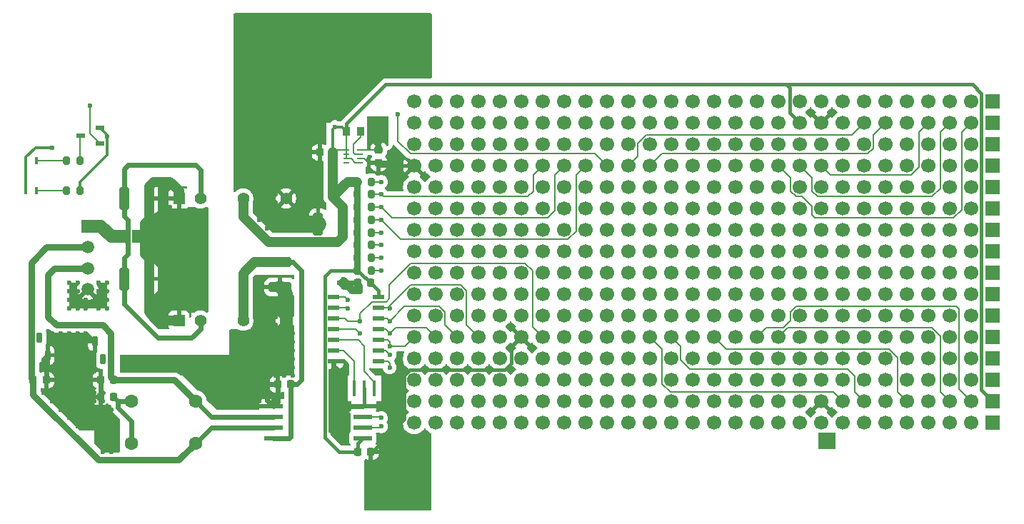
<source format=gtl>
%TF.GenerationSoftware,KiCad,Pcbnew,9.0.4*%
%TF.CreationDate,2025-11-06T05:12:52+09:00*%
%TF.ProjectId,CAN_Isolation,43414e5f-4973-46f6-9c61-74696f6e2e6b,Ver.1.1*%
%TF.SameCoordinates,Original*%
%TF.FileFunction,Copper,L1,Top*%
%TF.FilePolarity,Positive*%
%FSLAX46Y46*%
G04 Gerber Fmt 4.6, Leading zero omitted, Abs format (unit mm)*
G04 Created by KiCad (PCBNEW 9.0.4) date 2025-11-06 05:12:52*
%MOMM*%
%LPD*%
G01*
G04 APERTURE LIST*
G04 Aperture macros list*
%AMRoundRect*
0 Rectangle with rounded corners*
0 $1 Rounding radius*
0 $2 $3 $4 $5 $6 $7 $8 $9 X,Y pos of 4 corners*
0 Add a 4 corners polygon primitive as box body*
4,1,4,$2,$3,$4,$5,$6,$7,$8,$9,$2,$3,0*
0 Add four circle primitives for the rounded corners*
1,1,$1+$1,$2,$3*
1,1,$1+$1,$4,$5*
1,1,$1+$1,$6,$7*
1,1,$1+$1,$8,$9*
0 Add four rect primitives between the rounded corners*
20,1,$1+$1,$2,$3,$4,$5,0*
20,1,$1+$1,$4,$5,$6,$7,0*
20,1,$1+$1,$6,$7,$8,$9,0*
20,1,$1+$1,$8,$9,$2,$3,0*%
G04 Aperture macros list end*
%TA.AperFunction,SMDPad,CuDef*%
%ADD10RoundRect,0.225000X-0.225000X-0.250000X0.225000X-0.250000X0.225000X0.250000X-0.225000X0.250000X0*%
%TD*%
%TA.AperFunction,SMDPad,CuDef*%
%ADD11RoundRect,0.200000X-0.200000X-0.275000X0.200000X-0.275000X0.200000X0.275000X-0.200000X0.275000X0*%
%TD*%
%TA.AperFunction,SMDPad,CuDef*%
%ADD12R,2.253927X0.622132*%
%TD*%
%TA.AperFunction,ComponentPad*%
%ADD13R,1.700000X1.700000*%
%TD*%
%TA.AperFunction,ComponentPad*%
%ADD14C,1.700000*%
%TD*%
%TA.AperFunction,ComponentPad*%
%ADD15R,1.508000X1.508000*%
%TD*%
%TA.AperFunction,ComponentPad*%
%ADD16C,1.508000*%
%TD*%
%TA.AperFunction,SMDPad,CuDef*%
%ADD17R,0.690000X0.320000*%
%TD*%
%TA.AperFunction,SMDPad,CuDef*%
%ADD18R,1.000000X1.600000*%
%TD*%
%TA.AperFunction,SMDPad,CuDef*%
%ADD19RoundRect,0.250000X-0.325000X-1.100000X0.325000X-1.100000X0.325000X1.100000X-0.325000X1.100000X0*%
%TD*%
%TA.AperFunction,ComponentPad*%
%ADD20C,1.600000*%
%TD*%
%TA.AperFunction,SMDPad,CuDef*%
%ADD21R,1.016000X0.558800*%
%TD*%
%TA.AperFunction,SMDPad,CuDef*%
%ADD22R,0.863600X0.990600*%
%TD*%
%TA.AperFunction,SMDPad,CuDef*%
%ADD23RoundRect,0.075000X0.225000X-0.540000X0.225000X0.540000X-0.225000X0.540000X-0.225000X-0.540000X0*%
%TD*%
%TA.AperFunction,SMDPad,CuDef*%
%ADD24R,0.393700X0.812800*%
%TD*%
%TA.AperFunction,SMDPad,CuDef*%
%ADD25RoundRect,0.225000X-0.250000X0.225000X-0.250000X-0.225000X0.250000X-0.225000X0.250000X0.225000X0*%
%TD*%
%TA.AperFunction,ComponentPad*%
%ADD26R,1.397000X1.397000*%
%TD*%
%TA.AperFunction,ComponentPad*%
%ADD27C,1.397000*%
%TD*%
%TA.AperFunction,SMDPad,CuDef*%
%ADD28R,1.397000X0.558800*%
%TD*%
%TA.AperFunction,SMDPad,CuDef*%
%ADD29R,0.711200X0.228600*%
%TD*%
%TA.AperFunction,SMDPad,CuDef*%
%ADD30RoundRect,0.225000X0.225000X0.250000X-0.225000X0.250000X-0.225000X-0.250000X0.225000X-0.250000X0*%
%TD*%
%TA.AperFunction,SMDPad,CuDef*%
%ADD31RoundRect,0.250000X0.325000X1.100000X-0.325000X1.100000X-0.325000X-1.100000X0.325000X-1.100000X0*%
%TD*%
%TA.AperFunction,SMDPad,CuDef*%
%ADD32R,0.400000X1.900000*%
%TD*%
%TA.AperFunction,SMDPad,CuDef*%
%ADD33RoundRect,0.250000X-1.100000X0.325000X-1.100000X-0.325000X1.100000X-0.325000X1.100000X0.325000X0*%
%TD*%
%TA.AperFunction,SMDPad,CuDef*%
%ADD34RoundRect,0.075000X-0.225000X0.540000X-0.225000X-0.540000X0.225000X-0.540000X0.225000X0.540000X0*%
%TD*%
%TA.AperFunction,ViaPad*%
%ADD35C,0.600000*%
%TD*%
%TA.AperFunction,Conductor*%
%ADD36C,0.600000*%
%TD*%
%TA.AperFunction,Conductor*%
%ADD37C,1.500000*%
%TD*%
%TA.AperFunction,Conductor*%
%ADD38C,0.400000*%
%TD*%
%TA.AperFunction,Conductor*%
%ADD39C,1.200000*%
%TD*%
%TA.AperFunction,Conductor*%
%ADD40C,1.100000*%
%TD*%
%TA.AperFunction,Conductor*%
%ADD41C,0.300000*%
%TD*%
%TA.AperFunction,Conductor*%
%ADD42C,0.200000*%
%TD*%
%TA.AperFunction,Conductor*%
%ADD43C,2.000000*%
%TD*%
%TA.AperFunction,Conductor*%
%ADD44C,0.800000*%
%TD*%
G04 APERTURE END LIST*
D10*
%TO.P,C7,1*%
%TO.N,RF_GND*%
X129882095Y-100294905D03*
%TO.P,C7,2*%
%TO.N,RF_3.3V*%
X131432095Y-100294905D03*
%TD*%
D11*
%TO.P,R9,1*%
%TO.N,Net-(LED1-Pad1)*%
X95332095Y-89294905D03*
%TO.P,R9,2*%
%TO.N,RF_GND*%
X96982095Y-89294905D03*
%TD*%
D12*
%TO.P,U2,1,VCC1*%
%TO.N,RF_3.3V*%
X130457618Y-118699905D03*
%TO.P,U2,2,TXD*%
%TO.N,Net-(U1-TXCAN)*%
X130457618Y-117429905D03*
%TO.P,U2,3,RXD*%
%TO.N,Net-(U1-RXCAN)*%
X130457618Y-116159905D03*
%TO.P,U2,4,GND1*%
%TO.N,RF_GND*%
X130457618Y-114889905D03*
%TO.P,U2,5,GND2*%
%TO.N,GND_5VCAN*%
X119856572Y-114889905D03*
%TO.P,U2,6,CANL*%
%TO.N,CAN_L*%
X119856572Y-116159905D03*
%TO.P,U2,7,CANH*%
%TO.N,CAN_H*%
X119856572Y-117429905D03*
%TO.P,U2,8,VCC2*%
%TO.N,+5VCAN*%
X119856572Y-118699905D03*
%TD*%
D13*
%TO.P,J6,1,Pin_1*%
%TO.N,unconnected-(J6-Pin_1-Pad1)*%
X205157095Y-88934905D03*
D14*
%TO.P,J6,2,Pin_2*%
%TO.N,unconnected-(J6-Pin_2-Pad2)*%
X202617095Y-88934905D03*
%TO.P,J6,3,Pin_3*%
%TO.N,unconnected-(J6-Pin_3-Pad3)*%
X200077095Y-88934905D03*
%TO.P,J6,4,Pin_4*%
%TO.N,unconnected-(J6-Pin_4-Pad4)*%
X197537095Y-88934905D03*
%TO.P,J6,5,Pin_5*%
%TO.N,unconnected-(J6-Pin_5-Pad5)*%
X194997095Y-88934905D03*
%TO.P,J6,6,Pin_6*%
%TO.N,unconnected-(J6-Pin_6-Pad6)*%
X192457095Y-88934905D03*
%TO.P,J6,7,Pin_7*%
%TO.N,unconnected-(J6-Pin_7-Pad7)*%
X189917095Y-88934905D03*
%TO.P,J6,8,Pin_8*%
%TO.N,unconnected-(J6-Pin_8-Pad8)*%
X187377095Y-88934905D03*
%TO.P,J6,9,Pin_9*%
%TO.N,unconnected-(J6-Pin_9-Pad9)*%
X184837095Y-88934905D03*
%TO.P,J6,10,Pin_10*%
%TO.N,unconnected-(J6-Pin_10-Pad10)*%
X182297095Y-88934905D03*
%TO.P,J6,11,Pin_11*%
%TO.N,unconnected-(J6-Pin_11-Pad11)*%
X179757095Y-88934905D03*
%TO.P,J6,12,Pin_12*%
%TO.N,unconnected-(J6-Pin_12-Pad12)*%
X177217095Y-88934905D03*
%TO.P,J6,13,Pin_13*%
%TO.N,unconnected-(J6-Pin_13-Pad13)*%
X174677095Y-88934905D03*
%TO.P,J6,14,Pin_14*%
%TO.N,unconnected-(J6-Pin_14-Pad14)*%
X172137095Y-88934905D03*
%TO.P,J6,15,Pin_15*%
%TO.N,unconnected-(J6-Pin_15-Pad15)*%
X169597095Y-88934905D03*
%TO.P,J6,16,Pin_16*%
%TO.N,unconnected-(J6-Pin_16-Pad16)*%
X167057095Y-88934905D03*
%TO.P,J6,17,Pin_17*%
%TO.N,unconnected-(J6-Pin_17-Pad17)*%
X164517095Y-88934905D03*
%TO.P,J6,18,Pin_18*%
%TO.N,unconnected-(J6-Pin_18-Pad18)*%
X161977095Y-88934905D03*
%TO.P,J6,19,Pin_19*%
%TO.N,unconnected-(J6-Pin_19-Pad19)*%
X159437095Y-88934905D03*
%TO.P,J6,20,Pin_20*%
%TO.N,unconnected-(J6-Pin_20-Pad20)*%
X156897095Y-88934905D03*
%TO.P,J6,21,Pin_21*%
%TO.N,unconnected-(J6-Pin_21-Pad21)*%
X154357095Y-88934905D03*
%TO.P,J6,22,Pin_22*%
%TO.N,unconnected-(J6-Pin_22-Pad22)*%
X151817095Y-88934905D03*
%TO.P,J6,23,Pin_23*%
%TO.N,unconnected-(J6-Pin_23-Pad23)*%
X149277095Y-88934905D03*
%TO.P,J6,24,Pin_24*%
%TO.N,unconnected-(J6-Pin_24-Pad24)*%
X146737095Y-88934905D03*
%TO.P,J6,25,Pin_25*%
%TO.N,unconnected-(J6-Pin_25-Pad25)*%
X144197095Y-88934905D03*
%TO.P,J6,26,Pin_26*%
%TO.N,unconnected-(J6-Pin_26-Pad26)*%
X141657095Y-88934905D03*
%TO.P,J6,27,Pin_27*%
%TO.N,unconnected-(J6-Pin_27-Pad27)*%
X139117095Y-88934905D03*
%TO.P,J6,28,Pin_28*%
%TO.N,unconnected-(J6-Pin_28-Pad28)*%
X136577095Y-88934905D03*
%TD*%
D13*
%TO.P,J3,1,Pin_1*%
%TO.N,unconnected-(J3-Pin_1-Pad1)*%
X205157095Y-81314905D03*
D14*
%TO.P,J3,2,Pin_2*%
%TO.N,RF_ANTFLAG*%
X202617095Y-81314905D03*
%TO.P,J3,3,Pin_3*%
%TO.N,RF_SHDN*%
X200077095Y-81314905D03*
%TO.P,J3,4,Pin_4*%
%TO.N,RF_LD*%
X197537095Y-81314905D03*
%TO.P,J3,5,Pin_5*%
%TO.N,RF_SDATA*%
X194997095Y-81314905D03*
%TO.P,J3,6,Pin_6*%
%TO.N,RF_SCLK*%
X192457095Y-81314905D03*
%TO.P,J3,7,Pin_7*%
%TO.N,RF_CS*%
X189917095Y-81314905D03*
%TO.P,J3,8,Pin_8*%
%TO.N,RF_GNDA*%
X187377095Y-81314905D03*
%TO.P,J3,9,Pin_9*%
%TO.N,RF_GND*%
X184837095Y-81314905D03*
%TO.P,J3,10,Pin_10*%
%TO.N,RF_3.3V*%
X182297095Y-81314905D03*
%TO.P,J3,11,Pin_11*%
%TO.N,unconnected-(J3-Pin_11-Pad11)*%
X179757095Y-81314905D03*
%TO.P,J3,12,Pin_12*%
%TO.N,unconnected-(J3-Pin_12-Pad12)*%
X177217095Y-81314905D03*
%TO.P,J3,13,Pin_13*%
%TO.N,unconnected-(J3-Pin_13-Pad13)*%
X174677095Y-81314905D03*
%TO.P,J3,14,Pin_14*%
%TO.N,unconnected-(J3-Pin_14-Pad14)*%
X172137095Y-81314905D03*
%TO.P,J3,15,Pin_15*%
%TO.N,unconnected-(J3-Pin_15-Pad15)*%
X169597095Y-81314905D03*
%TO.P,J3,16,Pin_16*%
%TO.N,unconnected-(J3-Pin_16-Pad16)*%
X167057095Y-81314905D03*
%TO.P,J3,17,Pin_17*%
%TO.N,unconnected-(J3-Pin_17-Pad17)*%
X164517095Y-81314905D03*
%TO.P,J3,18,Pin_18*%
%TO.N,unconnected-(J3-Pin_18-Pad18)*%
X161977095Y-81314905D03*
%TO.P,J3,19,Pin_19*%
%TO.N,unconnected-(J3-Pin_19-Pad19)*%
X159437095Y-81314905D03*
%TO.P,J3,20,Pin_20*%
%TO.N,unconnected-(J3-Pin_20-Pad20)*%
X156897095Y-81314905D03*
%TO.P,J3,21,Pin_21*%
%TO.N,unconnected-(J3-Pin_21-Pad21)*%
X154357095Y-81314905D03*
%TO.P,J3,22,Pin_22*%
%TO.N,unconnected-(J3-Pin_22-Pad22)*%
X151817095Y-81314905D03*
%TO.P,J3,23,Pin_23*%
%TO.N,unconnected-(J3-Pin_23-Pad23)*%
X149277095Y-81314905D03*
%TO.P,J3,24,Pin_24*%
%TO.N,unconnected-(J3-Pin_24-Pad24)*%
X146737095Y-81314905D03*
%TO.P,J3,25,Pin_25*%
%TO.N,unconnected-(J3-Pin_25-Pad25)*%
X144197095Y-81314905D03*
%TO.P,J3,26,Pin_26*%
%TO.N,unconnected-(J3-Pin_26-Pad26)*%
X141657095Y-81314905D03*
%TO.P,J3,27,Pin_27*%
%TO.N,unconnected-(J3-Pin_27-Pad27)*%
X139117095Y-81314905D03*
%TO.P,J3,28,Pin_28*%
%TO.N,unconnected-(J3-Pin_28-Pad28)*%
X136577095Y-81314905D03*
%TD*%
D15*
%TO.P,J1,1,1*%
%TO.N,BAT_12V*%
X97857095Y-93544905D03*
D16*
%TO.P,J1,2,2*%
%TO.N,CAN_H*%
X97857095Y-96044905D03*
%TO.P,J1,3,3*%
%TO.N,CAN_L*%
X97857095Y-98544905D03*
%TO.P,J1,4,4*%
%TO.N,BAT_GND*%
X97857095Y-101044905D03*
%TD*%
D10*
%TO.P,C10,1*%
%TO.N,CAN_H*%
X91382095Y-111794905D03*
%TO.P,C10,2*%
%TO.N,GND_5VCAN*%
X92932095Y-111794905D03*
%TD*%
D13*
%TO.P,J8,1,Pin_1*%
%TO.N,unconnected-(J8-Pin_1-Pad1)*%
X205157095Y-94014905D03*
D14*
%TO.P,J8,2,Pin_2*%
%TO.N,unconnected-(J8-Pin_2-Pad2)*%
X202617095Y-94014905D03*
%TO.P,J8,3,Pin_3*%
%TO.N,unconnected-(J8-Pin_3-Pad3)*%
X200077095Y-94014905D03*
%TO.P,J8,4,Pin_4*%
%TO.N,unconnected-(J8-Pin_4-Pad4)*%
X197537095Y-94014905D03*
%TO.P,J8,5,Pin_5*%
%TO.N,unconnected-(J8-Pin_5-Pad5)*%
X194997095Y-94014905D03*
%TO.P,J8,6,Pin_6*%
%TO.N,unconnected-(J8-Pin_6-Pad6)*%
X192457095Y-94014905D03*
%TO.P,J8,7,Pin_7*%
%TO.N,unconnected-(J8-Pin_7-Pad7)*%
X189917095Y-94014905D03*
%TO.P,J8,8,Pin_8*%
%TO.N,unconnected-(J8-Pin_8-Pad8)*%
X187377095Y-94014905D03*
%TO.P,J8,9,Pin_9*%
%TO.N,unconnected-(J8-Pin_9-Pad9)*%
X184837095Y-94014905D03*
%TO.P,J8,10,Pin_10*%
%TO.N,unconnected-(J8-Pin_10-Pad10)*%
X182297095Y-94014905D03*
%TO.P,J8,11,Pin_11*%
%TO.N,unconnected-(J8-Pin_11-Pad11)*%
X179757095Y-94014905D03*
%TO.P,J8,12,Pin_12*%
%TO.N,unconnected-(J8-Pin_12-Pad12)*%
X177217095Y-94014905D03*
%TO.P,J8,13,Pin_13*%
%TO.N,unconnected-(J8-Pin_13-Pad13)*%
X174677095Y-94014905D03*
%TO.P,J8,14,Pin_14*%
%TO.N,unconnected-(J8-Pin_14-Pad14)*%
X172137095Y-94014905D03*
%TO.P,J8,15,Pin_15*%
%TO.N,unconnected-(J8-Pin_15-Pad15)*%
X169597095Y-94014905D03*
%TO.P,J8,16,Pin_16*%
%TO.N,unconnected-(J8-Pin_16-Pad16)*%
X167057095Y-94014905D03*
%TO.P,J8,17,Pin_17*%
%TO.N,unconnected-(J8-Pin_17-Pad17)*%
X164517095Y-94014905D03*
%TO.P,J8,18,Pin_18*%
%TO.N,unconnected-(J8-Pin_18-Pad18)*%
X161977095Y-94014905D03*
%TO.P,J8,19,Pin_19*%
%TO.N,unconnected-(J8-Pin_19-Pad19)*%
X159437095Y-94014905D03*
%TO.P,J8,20,Pin_20*%
%TO.N,unconnected-(J8-Pin_20-Pad20)*%
X156897095Y-94014905D03*
%TO.P,J8,21,Pin_21*%
%TO.N,unconnected-(J8-Pin_21-Pad21)*%
X154357095Y-94014905D03*
%TO.P,J8,22,Pin_22*%
%TO.N,unconnected-(J8-Pin_22-Pad22)*%
X151817095Y-94014905D03*
%TO.P,J8,23,Pin_23*%
%TO.N,unconnected-(J8-Pin_23-Pad23)*%
X149277095Y-94014905D03*
%TO.P,J8,24,Pin_24*%
%TO.N,unconnected-(J8-Pin_24-Pad24)*%
X146737095Y-94014905D03*
%TO.P,J8,25,Pin_25*%
%TO.N,unconnected-(J8-Pin_25-Pad25)*%
X144197095Y-94014905D03*
%TO.P,J8,26,Pin_26*%
%TO.N,unconnected-(J8-Pin_26-Pad26)*%
X141657095Y-94014905D03*
%TO.P,J8,27,Pin_27*%
%TO.N,unconnected-(J8-Pin_27-Pad27)*%
X139117095Y-94014905D03*
%TO.P,J8,28,Pin_28*%
%TO.N,unconnected-(J8-Pin_28-Pad28)*%
X136577095Y-94014905D03*
%TD*%
D13*
%TO.P,J11,1,Pin_1*%
%TO.N,unconnected-(J11-Pin_1-Pad1)*%
X205157095Y-101634905D03*
D14*
%TO.P,J11,2,Pin_2*%
%TO.N,unconnected-(J11-Pin_2-Pad2)*%
X202617095Y-101634905D03*
%TO.P,J11,3,Pin_3*%
%TO.N,unconnected-(J11-Pin_3-Pad3)*%
X200077095Y-101634905D03*
%TO.P,J11,4,Pin_4*%
%TO.N,unconnected-(J11-Pin_4-Pad4)*%
X197537095Y-101634905D03*
%TO.P,J11,5,Pin_5*%
%TO.N,unconnected-(J11-Pin_5-Pad5)*%
X194997095Y-101634905D03*
%TO.P,J11,6,Pin_6*%
%TO.N,unconnected-(J11-Pin_6-Pad6)*%
X192457095Y-101634905D03*
%TO.P,J11,7,Pin_7*%
%TO.N,unconnected-(J11-Pin_7-Pad7)*%
X189917095Y-101634905D03*
%TO.P,J11,8,Pin_8*%
%TO.N,unconnected-(J11-Pin_8-Pad8)*%
X187377095Y-101634905D03*
%TO.P,J11,9,Pin_9*%
%TO.N,unconnected-(J11-Pin_9-Pad9)*%
X184837095Y-101634905D03*
%TO.P,J11,10,Pin_10*%
%TO.N,unconnected-(J11-Pin_10-Pad10)*%
X182297095Y-101634905D03*
%TO.P,J11,11,Pin_11*%
%TO.N,unconnected-(J11-Pin_11-Pad11)*%
X179757095Y-101634905D03*
%TO.P,J11,12,Pin_12*%
%TO.N,unconnected-(J11-Pin_12-Pad12)*%
X177217095Y-101634905D03*
%TO.P,J11,13,Pin_13*%
%TO.N,unconnected-(J11-Pin_13-Pad13)*%
X174677095Y-101634905D03*
%TO.P,J11,14,Pin_14*%
%TO.N,unconnected-(J11-Pin_14-Pad14)*%
X172137095Y-101634905D03*
%TO.P,J11,15,Pin_15*%
%TO.N,unconnected-(J11-Pin_15-Pad15)*%
X169597095Y-101634905D03*
%TO.P,J11,16,Pin_16*%
%TO.N,unconnected-(J11-Pin_16-Pad16)*%
X167057095Y-101634905D03*
%TO.P,J11,17,Pin_17*%
%TO.N,unconnected-(J11-Pin_17-Pad17)*%
X164517095Y-101634905D03*
%TO.P,J11,18,Pin_18*%
%TO.N,unconnected-(J11-Pin_18-Pad18)*%
X161977095Y-101634905D03*
%TO.P,J11,19,Pin_19*%
%TO.N,unconnected-(J11-Pin_19-Pad19)*%
X159437095Y-101634905D03*
%TO.P,J11,20,Pin_20*%
%TO.N,unconnected-(J11-Pin_20-Pad20)*%
X156897095Y-101634905D03*
%TO.P,J11,21,Pin_21*%
%TO.N,unconnected-(J11-Pin_21-Pad21)*%
X154357095Y-101634905D03*
%TO.P,J11,22,Pin_22*%
%TO.N,unconnected-(J11-Pin_22-Pad22)*%
X151817095Y-101634905D03*
%TO.P,J11,23,Pin_23*%
%TO.N,unconnected-(J11-Pin_23-Pad23)*%
X149277095Y-101634905D03*
%TO.P,J11,24,Pin_24*%
%TO.N,unconnected-(J11-Pin_24-Pad24)*%
X146737095Y-101634905D03*
%TO.P,J11,25,Pin_25*%
%TO.N,unconnected-(J11-Pin_25-Pad25)*%
X144197095Y-101634905D03*
%TO.P,J11,26,Pin_26*%
%TO.N,unconnected-(J11-Pin_26-Pad26)*%
X141657095Y-101634905D03*
%TO.P,J11,27,Pin_27*%
%TO.N,unconnected-(J11-Pin_27-Pad27)*%
X139117095Y-101634905D03*
%TO.P,J11,28,Pin_28*%
%TO.N,unconnected-(J11-Pin_28-Pad28)*%
X136577095Y-101634905D03*
%TD*%
D13*
%TO.P,J17,1,Pin_1*%
%TO.N,unconnected-(J17-Pin_1-Pad1)*%
X205157095Y-116874905D03*
D14*
%TO.P,J17,2,Pin_2*%
%TO.N,unconnected-(J17-Pin_2-Pad2)*%
X202617095Y-116874905D03*
%TO.P,J17,3,Pin_3*%
%TO.N,unconnected-(J17-Pin_3-Pad3)*%
X200077095Y-116874905D03*
%TO.P,J17,4,Pin_4*%
%TO.N,unconnected-(J17-Pin_4-Pad4)*%
X197537095Y-116874905D03*
%TO.P,J17,5,Pin_5*%
%TO.N,unconnected-(J17-Pin_5-Pad5)*%
X194997095Y-116874905D03*
%TO.P,J17,6,Pin_6*%
%TO.N,unconnected-(J17-Pin_6-Pad6)*%
X192457095Y-116874905D03*
%TO.P,J17,7,Pin_7*%
%TO.N,unconnected-(J17-Pin_7-Pad7)*%
X189917095Y-116874905D03*
%TO.P,J17,8,Pin_8*%
%TO.N,unconnected-(J17-Pin_8-Pad8)*%
X187377095Y-116874905D03*
%TO.P,J17,9,Pin_9*%
%TO.N,unconnected-(J17-Pin_9-Pad9)*%
X184837095Y-116874905D03*
%TO.P,J17,10,Pin_10*%
%TO.N,unconnected-(J17-Pin_10-Pad10)*%
X182297095Y-116874905D03*
%TO.P,J17,11,Pin_11*%
%TO.N,unconnected-(J17-Pin_11-Pad11)*%
X179757095Y-116874905D03*
%TO.P,J17,12,Pin_12*%
%TO.N,unconnected-(J17-Pin_12-Pad12)*%
X177217095Y-116874905D03*
%TO.P,J17,13,Pin_13*%
%TO.N,unconnected-(J17-Pin_13-Pad13)*%
X174677095Y-116874905D03*
%TO.P,J17,14,Pin_14*%
%TO.N,unconnected-(J17-Pin_14-Pad14)*%
X172137095Y-116874905D03*
%TO.P,J17,15,Pin_15*%
%TO.N,unconnected-(J17-Pin_15-Pad15)*%
X169597095Y-116874905D03*
%TO.P,J17,16,Pin_16*%
%TO.N,unconnected-(J17-Pin_16-Pad16)*%
X167057095Y-116874905D03*
%TO.P,J17,17,Pin_17*%
%TO.N,unconnected-(J17-Pin_17-Pad17)*%
X164517095Y-116874905D03*
%TO.P,J17,18,Pin_18*%
%TO.N,unconnected-(J17-Pin_18-Pad18)*%
X161977095Y-116874905D03*
%TO.P,J17,19,Pin_19*%
%TO.N,unconnected-(J17-Pin_19-Pad19)*%
X159437095Y-116874905D03*
%TO.P,J17,20,Pin_20*%
%TO.N,unconnected-(J17-Pin_20-Pad20)*%
X156897095Y-116874905D03*
%TO.P,J17,21,Pin_21*%
%TO.N,unconnected-(J17-Pin_21-Pad21)*%
X154357095Y-116874905D03*
%TO.P,J17,22,Pin_22*%
%TO.N,unconnected-(J17-Pin_22-Pad22)*%
X151817095Y-116874905D03*
%TO.P,J17,23,Pin_23*%
%TO.N,unconnected-(J17-Pin_23-Pad23)*%
X149277095Y-116874905D03*
%TO.P,J17,24,Pin_24*%
%TO.N,unconnected-(J17-Pin_24-Pad24)*%
X146737095Y-116874905D03*
%TO.P,J17,25,Pin_25*%
%TO.N,unconnected-(J17-Pin_25-Pad25)*%
X144197095Y-116874905D03*
%TO.P,J17,26,Pin_26*%
%TO.N,unconnected-(J17-Pin_26-Pad26)*%
X141657095Y-116874905D03*
%TO.P,J17,27,Pin_27*%
%TO.N,unconnected-(J17-Pin_27-Pad27)*%
X139117095Y-116874905D03*
%TO.P,J17,28,Pin_28*%
%TO.N,unconnected-(J17-Pin_28-Pad28)*%
X136577095Y-116874905D03*
%TD*%
D17*
%TO.P,U5,1,GND*%
%TO.N,BAT_GND*%
X104677095Y-95444905D03*
%TO.P,U5,2,GND*%
X104677095Y-94794905D03*
%TO.P,U5,3,GND*%
X104677095Y-94144905D03*
%TO.P,U5,4,IN*%
%TO.N,BAT_12V*%
X102637095Y-94144905D03*
%TO.P,U5,5,IN*%
X102637095Y-94794905D03*
%TO.P,U5,6,IN*%
X102637095Y-95444905D03*
D18*
%TO.P,U5,7,GND*%
%TO.N,BAT_GND*%
X103657095Y-94794905D03*
%TD*%
D13*
%TO.P,J15,1,Pin_1*%
%TO.N,unconnected-(J15-Pin_1-Pad1)*%
X205157095Y-111794905D03*
D14*
%TO.P,J15,2,Pin_2*%
%TO.N,unconnected-(J15-Pin_2-Pad2)*%
X202617095Y-111794905D03*
%TO.P,J15,3,Pin_3*%
%TO.N,unconnected-(J15-Pin_3-Pad3)*%
X200077095Y-111794905D03*
%TO.P,J15,4,Pin_4*%
%TO.N,unconnected-(J15-Pin_4-Pad4)*%
X197537095Y-111794905D03*
%TO.P,J15,5,Pin_5*%
%TO.N,unconnected-(J15-Pin_5-Pad5)*%
X194997095Y-111794905D03*
%TO.P,J15,6,Pin_6*%
%TO.N,unconnected-(J15-Pin_6-Pad6)*%
X192457095Y-111794905D03*
%TO.P,J15,7,Pin_7*%
%TO.N,unconnected-(J15-Pin_7-Pad7)*%
X189917095Y-111794905D03*
%TO.P,J15,8,Pin_8*%
%TO.N,unconnected-(J15-Pin_8-Pad8)*%
X187377095Y-111794905D03*
%TO.P,J15,9,Pin_9*%
%TO.N,unconnected-(J15-Pin_9-Pad9)*%
X184837095Y-111794905D03*
%TO.P,J15,10,Pin_10*%
%TO.N,unconnected-(J15-Pin_10-Pad10)*%
X182297095Y-111794905D03*
%TO.P,J15,11,Pin_11*%
%TO.N,unconnected-(J15-Pin_11-Pad11)*%
X179757095Y-111794905D03*
%TO.P,J15,12,Pin_12*%
%TO.N,unconnected-(J15-Pin_12-Pad12)*%
X177217095Y-111794905D03*
%TO.P,J15,13,Pin_13*%
%TO.N,unconnected-(J15-Pin_13-Pad13)*%
X174677095Y-111794905D03*
%TO.P,J15,14,Pin_14*%
%TO.N,unconnected-(J15-Pin_14-Pad14)*%
X172137095Y-111794905D03*
%TO.P,J15,15,Pin_15*%
%TO.N,unconnected-(J15-Pin_15-Pad15)*%
X169597095Y-111794905D03*
%TO.P,J15,16,Pin_16*%
%TO.N,unconnected-(J15-Pin_16-Pad16)*%
X167057095Y-111794905D03*
%TO.P,J15,17,Pin_17*%
%TO.N,unconnected-(J15-Pin_17-Pad17)*%
X164517095Y-111794905D03*
%TO.P,J15,18,Pin_18*%
%TO.N,unconnected-(J15-Pin_18-Pad18)*%
X161977095Y-111794905D03*
%TO.P,J15,19,Pin_19*%
%TO.N,unconnected-(J15-Pin_19-Pad19)*%
X159437095Y-111794905D03*
%TO.P,J15,20,Pin_20*%
%TO.N,unconnected-(J15-Pin_20-Pad20)*%
X156897095Y-111794905D03*
%TO.P,J15,21,Pin_21*%
%TO.N,unconnected-(J15-Pin_21-Pad21)*%
X154357095Y-111794905D03*
%TO.P,J15,22,Pin_22*%
%TO.N,unconnected-(J15-Pin_22-Pad22)*%
X151817095Y-111794905D03*
%TO.P,J15,23,Pin_23*%
%TO.N,unconnected-(J15-Pin_23-Pad23)*%
X149277095Y-111794905D03*
%TO.P,J15,24,Pin_24*%
%TO.N,unconnected-(J15-Pin_24-Pad24)*%
X146737095Y-111794905D03*
%TO.P,J15,25,Pin_25*%
%TO.N,unconnected-(J15-Pin_25-Pad25)*%
X144197095Y-111794905D03*
%TO.P,J15,26,Pin_26*%
%TO.N,unconnected-(J15-Pin_26-Pad26)*%
X141657095Y-111794905D03*
%TO.P,J15,27,Pin_27*%
%TO.N,unconnected-(J15-Pin_27-Pad27)*%
X139117095Y-111794905D03*
%TO.P,J15,28,Pin_28*%
%TO.N,unconnected-(J15-Pin_28-Pad28)*%
X136577095Y-111794905D03*
%TD*%
D13*
%TO.P,J13,1,Pin_1*%
%TO.N,unconnected-(J13-Pin_1-Pad1)*%
X205157095Y-106714905D03*
D14*
%TO.P,J13,2,Pin_2*%
%TO.N,unconnected-(J13-Pin_2-Pad2)*%
X202617095Y-106714905D03*
%TO.P,J13,3,Pin_3*%
%TO.N,unconnected-(J13-Pin_3-Pad3)*%
X200077095Y-106714905D03*
%TO.P,J13,4,Pin_4*%
%TO.N,unconnected-(J13-Pin_4-Pad4)*%
X197537095Y-106714905D03*
%TO.P,J13,5,Pin_5*%
%TO.N,unconnected-(J13-Pin_5-Pad5)*%
X194997095Y-106714905D03*
%TO.P,J13,6,Pin_6*%
%TO.N,unconnected-(J13-Pin_6-Pad6)*%
X192457095Y-106714905D03*
%TO.P,J13,7,Pin_7*%
%TO.N,unconnected-(J13-Pin_7-Pad7)*%
X189917095Y-106714905D03*
%TO.P,J13,8,Pin_8*%
%TO.N,unconnected-(J13-Pin_8-Pad8)*%
X187377095Y-106714905D03*
%TO.P,J13,9,Pin_9*%
%TO.N,+5VD*%
X184837095Y-106714905D03*
%TO.P,J13,10,Pin_10*%
%TO.N,RF_GND*%
X182297095Y-106714905D03*
%TO.P,J13,11,Pin_11*%
%TO.N,RF_IDEL*%
X179757095Y-106714905D03*
%TO.P,J13,12,Pin_12*%
%TO.N,RF_LED*%
X177217095Y-106714905D03*
%TO.P,J13,13,Pin_13*%
%TO.N,RF_I1*%
X174677095Y-106714905D03*
%TO.P,J13,14,Pin_14*%
%TO.N,RF_I0*%
X172137095Y-106714905D03*
%TO.P,J13,15,Pin_15*%
%TO.N,RF_Q0*%
X169597095Y-106714905D03*
%TO.P,J13,16,Pin_16*%
%TO.N,RF_Q1*%
X167057095Y-106714905D03*
%TO.P,J13,17,Pin_17*%
%TO.N,RF_CLKOUT*%
X164517095Y-106714905D03*
%TO.P,J13,18,Pin_18*%
%TO.N,unconnected-(J13-Pin_18-Pad18)*%
X161977095Y-106714905D03*
%TO.P,J13,19,Pin_19*%
%TO.N,unconnected-(J13-Pin_19-Pad19)*%
X159437095Y-106714905D03*
%TO.P,J13,20,Pin_20*%
%TO.N,unconnected-(J13-Pin_20-Pad20)*%
X156897095Y-106714905D03*
%TO.P,J13,21,Pin_21*%
%TO.N,unconnected-(J13-Pin_21-Pad21)*%
X154357095Y-106714905D03*
%TO.P,J13,22,Pin_22*%
%TO.N,CAN_CLK*%
X151817095Y-106714905D03*
%TO.P,J13,23,Pin_23*%
%TO.N,RF_GND*%
X149277095Y-106714905D03*
%TO.P,J13,24,Pin_24*%
%TO.N,unconnected-(J13-Pin_24-Pad24)*%
X146737095Y-106714905D03*
%TO.P,J13,25,Pin_25*%
%TO.N,CAN_CS*%
X144197095Y-106714905D03*
%TO.P,J13,26,Pin_26*%
%TO.N,CAN_SDO*%
X141657095Y-106714905D03*
%TO.P,J13,27,Pin_27*%
%TO.N,CAN_SDI*%
X139117095Y-106714905D03*
%TO.P,J13,28,Pin_28*%
%TO.N,CAN_SCK*%
X136577095Y-106714905D03*
%TD*%
D19*
%TO.P,C2,1*%
%TO.N,BAT_12V*%
X102182095Y-99794905D03*
%TO.P,C2,2*%
%TO.N,BAT_GND*%
X105132095Y-99794905D03*
%TD*%
D20*
%TO.P,R12,1*%
%TO.N,Net-(C12-Pad1)*%
X103037095Y-114294905D03*
%TO.P,R12,2*%
%TO.N,CAN_L*%
X110657095Y-114294905D03*
%TD*%
D10*
%TO.P,C5,1*%
%TO.N,RF_3.3V*%
X129882095Y-120294905D03*
%TO.P,C5,2*%
%TO.N,RF_GND*%
X131432095Y-120294905D03*
%TD*%
D21*
%TO.P,U6,1*%
%TO.N,CAN_LED*%
X99300095Y-83744906D03*
%TO.P,U6,2*%
%TO.N,RF_GND*%
X99300095Y-81844904D03*
%TO.P,U6,3*%
%TO.N,Net-(R10-Pad2)*%
X97014095Y-82794905D03*
%TD*%
D13*
%TO.P,J16,1,Pin_1*%
%TO.N,RF_3.3V*%
X205157095Y-114334905D03*
D14*
%TO.P,J16,2,Pin_2*%
%TO.N,RF_LED*%
X202617095Y-114334905D03*
%TO.P,J16,3,Pin_3*%
%TO.N,RF_IDEL*%
X200077095Y-114334905D03*
%TO.P,J16,4,Pin_4*%
%TO.N,RF_I1*%
X197537095Y-114334905D03*
%TO.P,J16,5,Pin_5*%
%TO.N,RF_I0*%
X194997095Y-114334905D03*
%TO.P,J16,6,Pin_6*%
%TO.N,RF_Q0*%
X192457095Y-114334905D03*
%TO.P,J16,7,Pin_7*%
%TO.N,RF_Q1*%
X189917095Y-114334905D03*
%TO.P,J16,8,Pin_8*%
%TO.N,RF_CLKOUT*%
X187377095Y-114334905D03*
%TO.P,J16,9,Pin_9*%
%TO.N,RF_GND*%
X184837095Y-114334905D03*
%TO.P,J16,10,Pin_10*%
%TO.N,RF_GNDA*%
X182297095Y-114334905D03*
%TO.P,J16,11,Pin_11*%
%TO.N,unconnected-(J16-Pin_11-Pad11)*%
X179757095Y-114334905D03*
%TO.P,J16,12,Pin_12*%
%TO.N,unconnected-(J16-Pin_12-Pad12)*%
X177217095Y-114334905D03*
%TO.P,J16,13,Pin_13*%
%TO.N,unconnected-(J16-Pin_13-Pad13)*%
X174677095Y-114334905D03*
%TO.P,J16,14,Pin_14*%
%TO.N,unconnected-(J16-Pin_14-Pad14)*%
X172137095Y-114334905D03*
%TO.P,J16,15,Pin_15*%
%TO.N,unconnected-(J16-Pin_15-Pad15)*%
X169597095Y-114334905D03*
%TO.P,J16,16,Pin_16*%
%TO.N,unconnected-(J16-Pin_16-Pad16)*%
X167057095Y-114334905D03*
%TO.P,J16,17,Pin_17*%
%TO.N,unconnected-(J16-Pin_17-Pad17)*%
X164517095Y-114334905D03*
%TO.P,J16,18,Pin_18*%
%TO.N,unconnected-(J16-Pin_18-Pad18)*%
X161977095Y-114334905D03*
%TO.P,J16,19,Pin_19*%
%TO.N,unconnected-(J16-Pin_19-Pad19)*%
X159437095Y-114334905D03*
%TO.P,J16,20,Pin_20*%
%TO.N,unconnected-(J16-Pin_20-Pad20)*%
X156897095Y-114334905D03*
%TO.P,J16,21,Pin_21*%
%TO.N,unconnected-(J16-Pin_21-Pad21)*%
X154357095Y-114334905D03*
%TO.P,J16,22,Pin_22*%
%TO.N,unconnected-(J16-Pin_22-Pad22)*%
X151817095Y-114334905D03*
%TO.P,J16,23,Pin_23*%
%TO.N,unconnected-(J16-Pin_23-Pad23)*%
X149277095Y-114334905D03*
%TO.P,J16,24,Pin_24*%
%TO.N,unconnected-(J16-Pin_24-Pad24)*%
X146737095Y-114334905D03*
%TO.P,J16,25,Pin_25*%
%TO.N,unconnected-(J16-Pin_25-Pad25)*%
X144197095Y-114334905D03*
%TO.P,J16,26,Pin_26*%
%TO.N,unconnected-(J16-Pin_26-Pad26)*%
X141657095Y-114334905D03*
%TO.P,J16,27,Pin_27*%
%TO.N,unconnected-(J16-Pin_27-Pad27)*%
X139117095Y-114334905D03*
%TO.P,J16,28,Pin_28*%
%TO.N,unconnected-(J16-Pin_28-Pad28)*%
X136577095Y-114334905D03*
%TD*%
D13*
%TO.P,J7,1,Pin_1*%
%TO.N,unconnected-(J7-Pin_1-Pad1)*%
X205157095Y-91474905D03*
D14*
%TO.P,J7,2,Pin_2*%
%TO.N,unconnected-(J7-Pin_2-Pad2)*%
X202617095Y-91474905D03*
%TO.P,J7,3,Pin_3*%
%TO.N,unconnected-(J7-Pin_3-Pad3)*%
X200077095Y-91474905D03*
%TO.P,J7,4,Pin_4*%
%TO.N,unconnected-(J7-Pin_4-Pad4)*%
X197537095Y-91474905D03*
%TO.P,J7,5,Pin_5*%
%TO.N,unconnected-(J7-Pin_5-Pad5)*%
X194997095Y-91474905D03*
%TO.P,J7,6,Pin_6*%
%TO.N,unconnected-(J7-Pin_6-Pad6)*%
X192457095Y-91474905D03*
%TO.P,J7,7,Pin_7*%
%TO.N,unconnected-(J7-Pin_7-Pad7)*%
X189917095Y-91474905D03*
%TO.P,J7,8,Pin_8*%
%TO.N,unconnected-(J7-Pin_8-Pad8)*%
X187377095Y-91474905D03*
%TO.P,J7,9,Pin_9*%
%TO.N,unconnected-(J7-Pin_9-Pad9)*%
X184837095Y-91474905D03*
%TO.P,J7,10,Pin_10*%
%TO.N,unconnected-(J7-Pin_10-Pad10)*%
X182297095Y-91474905D03*
%TO.P,J7,11,Pin_11*%
%TO.N,unconnected-(J7-Pin_11-Pad11)*%
X179757095Y-91474905D03*
%TO.P,J7,12,Pin_12*%
%TO.N,unconnected-(J7-Pin_12-Pad12)*%
X177217095Y-91474905D03*
%TO.P,J7,13,Pin_13*%
%TO.N,unconnected-(J7-Pin_13-Pad13)*%
X174677095Y-91474905D03*
%TO.P,J7,14,Pin_14*%
%TO.N,unconnected-(J7-Pin_14-Pad14)*%
X172137095Y-91474905D03*
%TO.P,J7,15,Pin_15*%
%TO.N,unconnected-(J7-Pin_15-Pad15)*%
X169597095Y-91474905D03*
%TO.P,J7,16,Pin_16*%
%TO.N,unconnected-(J7-Pin_16-Pad16)*%
X167057095Y-91474905D03*
%TO.P,J7,17,Pin_17*%
%TO.N,unconnected-(J7-Pin_17-Pad17)*%
X164517095Y-91474905D03*
%TO.P,J7,18,Pin_18*%
%TO.N,unconnected-(J7-Pin_18-Pad18)*%
X161977095Y-91474905D03*
%TO.P,J7,19,Pin_19*%
%TO.N,unconnected-(J7-Pin_19-Pad19)*%
X159437095Y-91474905D03*
%TO.P,J7,20,Pin_20*%
%TO.N,unconnected-(J7-Pin_20-Pad20)*%
X156897095Y-91474905D03*
%TO.P,J7,21,Pin_21*%
%TO.N,unconnected-(J7-Pin_21-Pad21)*%
X154357095Y-91474905D03*
%TO.P,J7,22,Pin_22*%
%TO.N,unconnected-(J7-Pin_22-Pad22)*%
X151817095Y-91474905D03*
%TO.P,J7,23,Pin_23*%
%TO.N,unconnected-(J7-Pin_23-Pad23)*%
X149277095Y-91474905D03*
%TO.P,J7,24,Pin_24*%
%TO.N,unconnected-(J7-Pin_24-Pad24)*%
X146737095Y-91474905D03*
%TO.P,J7,25,Pin_25*%
%TO.N,unconnected-(J7-Pin_25-Pad25)*%
X144197095Y-91474905D03*
%TO.P,J7,26,Pin_26*%
%TO.N,unconnected-(J7-Pin_26-Pad26)*%
X141657095Y-91474905D03*
%TO.P,J7,27,Pin_27*%
%TO.N,unconnected-(J7-Pin_27-Pad27)*%
X139117095Y-91474905D03*
%TO.P,J7,28,Pin_28*%
%TO.N,unconnected-(J7-Pin_28-Pad28)*%
X136577095Y-91474905D03*
%TD*%
D22*
%TO.P,L1,1,1*%
%TO.N,RF_3.3V*%
X128532394Y-82294905D03*
%TO.P,L1,2,2*%
%TO.N,Net-(U7-SW)*%
X130183394Y-82294905D03*
%TD*%
D10*
%TO.P,C11,1*%
%TO.N,GND_5VCAN*%
X99382095Y-111794905D03*
%TO.P,C11,2*%
%TO.N,CAN_L*%
X100932095Y-111794905D03*
%TD*%
D23*
%TO.P,D1,1*%
%TO.N,CAN_H*%
X91207095Y-108854905D03*
%TO.P,D1,2*%
%TO.N,GND_5VCAN*%
X93107095Y-108854905D03*
%TO.P,D1,3*%
%TO.N,unconnected-(D1-Pad3)*%
X92157095Y-106734905D03*
%TD*%
D24*
%TO.P,LED2,1*%
%TO.N,Net-(LED2-Pad1)*%
X91760345Y-85794905D03*
%TO.P,LED2,2*%
%TO.N,RF_3.3V*%
X90553845Y-85794905D03*
%TD*%
D13*
%TO.P,J10,1,Pin_1*%
%TO.N,unconnected-(J10-Pin_1-Pad1)*%
X205157095Y-99094905D03*
D14*
%TO.P,J10,2,Pin_2*%
%TO.N,unconnected-(J10-Pin_2-Pad2)*%
X202617095Y-99094905D03*
%TO.P,J10,3,Pin_3*%
%TO.N,unconnected-(J10-Pin_3-Pad3)*%
X200077095Y-99094905D03*
%TO.P,J10,4,Pin_4*%
%TO.N,unconnected-(J10-Pin_4-Pad4)*%
X197537095Y-99094905D03*
%TO.P,J10,5,Pin_5*%
%TO.N,unconnected-(J10-Pin_5-Pad5)*%
X194997095Y-99094905D03*
%TO.P,J10,6,Pin_6*%
%TO.N,unconnected-(J10-Pin_6-Pad6)*%
X192457095Y-99094905D03*
%TO.P,J10,7,Pin_7*%
%TO.N,unconnected-(J10-Pin_7-Pad7)*%
X189917095Y-99094905D03*
%TO.P,J10,8,Pin_8*%
%TO.N,unconnected-(J10-Pin_8-Pad8)*%
X187377095Y-99094905D03*
%TO.P,J10,9,Pin_9*%
%TO.N,unconnected-(J10-Pin_9-Pad9)*%
X184837095Y-99094905D03*
%TO.P,J10,10,Pin_10*%
%TO.N,unconnected-(J10-Pin_10-Pad10)*%
X182297095Y-99094905D03*
%TO.P,J10,11,Pin_11*%
%TO.N,unconnected-(J10-Pin_11-Pad11)*%
X179757095Y-99094905D03*
%TO.P,J10,12,Pin_12*%
%TO.N,unconnected-(J10-Pin_12-Pad12)*%
X177217095Y-99094905D03*
%TO.P,J10,13,Pin_13*%
%TO.N,unconnected-(J10-Pin_13-Pad13)*%
X174677095Y-99094905D03*
%TO.P,J10,14,Pin_14*%
%TO.N,unconnected-(J10-Pin_14-Pad14)*%
X172137095Y-99094905D03*
%TO.P,J10,15,Pin_15*%
%TO.N,unconnected-(J10-Pin_15-Pad15)*%
X169597095Y-99094905D03*
%TO.P,J10,16,Pin_16*%
%TO.N,unconnected-(J10-Pin_16-Pad16)*%
X167057095Y-99094905D03*
%TO.P,J10,17,Pin_17*%
%TO.N,unconnected-(J10-Pin_17-Pad17)*%
X164517095Y-99094905D03*
%TO.P,J10,18,Pin_18*%
%TO.N,unconnected-(J10-Pin_18-Pad18)*%
X161977095Y-99094905D03*
%TO.P,J10,19,Pin_19*%
%TO.N,unconnected-(J10-Pin_19-Pad19)*%
X159437095Y-99094905D03*
%TO.P,J10,20,Pin_20*%
%TO.N,unconnected-(J10-Pin_20-Pad20)*%
X156897095Y-99094905D03*
%TO.P,J10,21,Pin_21*%
%TO.N,unconnected-(J10-Pin_21-Pad21)*%
X154357095Y-99094905D03*
%TO.P,J10,22,Pin_22*%
%TO.N,unconnected-(J10-Pin_22-Pad22)*%
X151817095Y-99094905D03*
%TO.P,J10,23,Pin_23*%
%TO.N,unconnected-(J10-Pin_23-Pad23)*%
X149277095Y-99094905D03*
%TO.P,J10,24,Pin_24*%
%TO.N,unconnected-(J10-Pin_24-Pad24)*%
X146737095Y-99094905D03*
%TO.P,J10,25,Pin_25*%
%TO.N,unconnected-(J10-Pin_25-Pad25)*%
X144197095Y-99094905D03*
%TO.P,J10,26,Pin_26*%
%TO.N,unconnected-(J10-Pin_26-Pad26)*%
X141657095Y-99094905D03*
%TO.P,J10,27,Pin_27*%
%TO.N,unconnected-(J10-Pin_27-Pad27)*%
X139117095Y-99094905D03*
%TO.P,J10,28,Pin_28*%
%TO.N,unconnected-(J10-Pin_28-Pad28)*%
X136577095Y-99094905D03*
%TD*%
D25*
%TO.P,C8,1*%
%TO.N,+5VD*%
X132357894Y-84519905D03*
%TO.P,C8,2*%
%TO.N,RF_GND*%
X132357894Y-86069905D03*
%TD*%
D26*
%TO.P,U3,1,-VIN*%
%TO.N,BAT_GND*%
X108680095Y-90270905D03*
D27*
%TO.P,U3,2,+VIN*%
%TO.N,BAT_12V*%
X111220095Y-90270905D03*
%TO.P,U3,3,+VOUT*%
%TO.N,RF_3.3V*%
X116300095Y-90270905D03*
%TO.P,U3,4,-VOUT*%
%TO.N,RF_GND*%
X121380095Y-90270905D03*
%TD*%
D26*
%TO.P,U4,1,-VIN*%
%TO.N,BAT_GND*%
X108680095Y-104770905D03*
D27*
%TO.P,U4,2,+VIN*%
%TO.N,BAT_12V*%
X111220095Y-104770905D03*
%TO.P,U4,3,+VOUT*%
%TO.N,+5VCAN*%
X116300095Y-104770905D03*
%TO.P,U4,4,-VOUT*%
%TO.N,GND_5VCAN*%
X121380095Y-104770905D03*
%TD*%
D13*
%TO.P,J9,1,Pin_1*%
%TO.N,unconnected-(J9-Pin_1-Pad1)*%
X205157095Y-96554905D03*
D14*
%TO.P,J9,2,Pin_2*%
%TO.N,unconnected-(J9-Pin_2-Pad2)*%
X202617095Y-96554905D03*
%TO.P,J9,3,Pin_3*%
%TO.N,unconnected-(J9-Pin_3-Pad3)*%
X200077095Y-96554905D03*
%TO.P,J9,4,Pin_4*%
%TO.N,unconnected-(J9-Pin_4-Pad4)*%
X197537095Y-96554905D03*
%TO.P,J9,5,Pin_5*%
%TO.N,unconnected-(J9-Pin_5-Pad5)*%
X194997095Y-96554905D03*
%TO.P,J9,6,Pin_6*%
%TO.N,unconnected-(J9-Pin_6-Pad6)*%
X192457095Y-96554905D03*
%TO.P,J9,7,Pin_7*%
%TO.N,unconnected-(J9-Pin_7-Pad7)*%
X189917095Y-96554905D03*
%TO.P,J9,8,Pin_8*%
%TO.N,unconnected-(J9-Pin_8-Pad8)*%
X187377095Y-96554905D03*
%TO.P,J9,9,Pin_9*%
%TO.N,unconnected-(J9-Pin_9-Pad9)*%
X184837095Y-96554905D03*
%TO.P,J9,10,Pin_10*%
%TO.N,unconnected-(J9-Pin_10-Pad10)*%
X182297095Y-96554905D03*
%TO.P,J9,11,Pin_11*%
%TO.N,unconnected-(J9-Pin_11-Pad11)*%
X179757095Y-96554905D03*
%TO.P,J9,12,Pin_12*%
%TO.N,unconnected-(J9-Pin_12-Pad12)*%
X177217095Y-96554905D03*
%TO.P,J9,13,Pin_13*%
%TO.N,unconnected-(J9-Pin_13-Pad13)*%
X174677095Y-96554905D03*
%TO.P,J9,14,Pin_14*%
%TO.N,unconnected-(J9-Pin_14-Pad14)*%
X172137095Y-96554905D03*
%TO.P,J9,15,Pin_15*%
%TO.N,unconnected-(J9-Pin_15-Pad15)*%
X169597095Y-96554905D03*
%TO.P,J9,16,Pin_16*%
%TO.N,unconnected-(J9-Pin_16-Pad16)*%
X167057095Y-96554905D03*
%TO.P,J9,17,Pin_17*%
%TO.N,unconnected-(J9-Pin_17-Pad17)*%
X164517095Y-96554905D03*
%TO.P,J9,18,Pin_18*%
%TO.N,unconnected-(J9-Pin_18-Pad18)*%
X161977095Y-96554905D03*
%TO.P,J9,19,Pin_19*%
%TO.N,unconnected-(J9-Pin_19-Pad19)*%
X159437095Y-96554905D03*
%TO.P,J9,20,Pin_20*%
%TO.N,unconnected-(J9-Pin_20-Pad20)*%
X156897095Y-96554905D03*
%TO.P,J9,21,Pin_21*%
%TO.N,unconnected-(J9-Pin_21-Pad21)*%
X154357095Y-96554905D03*
%TO.P,J9,22,Pin_22*%
%TO.N,unconnected-(J9-Pin_22-Pad22)*%
X151817095Y-96554905D03*
%TO.P,J9,23,Pin_23*%
%TO.N,unconnected-(J9-Pin_23-Pad23)*%
X149277095Y-96554905D03*
%TO.P,J9,24,Pin_24*%
%TO.N,unconnected-(J9-Pin_24-Pad24)*%
X146737095Y-96554905D03*
%TO.P,J9,25,Pin_25*%
%TO.N,unconnected-(J9-Pin_25-Pad25)*%
X144197095Y-96554905D03*
%TO.P,J9,26,Pin_26*%
%TO.N,unconnected-(J9-Pin_26-Pad26)*%
X141657095Y-96554905D03*
%TO.P,J9,27,Pin_27*%
%TO.N,unconnected-(J9-Pin_27-Pad27)*%
X139117095Y-96554905D03*
%TO.P,J9,28,Pin_28*%
%TO.N,unconnected-(J9-Pin_28-Pad28)*%
X136577095Y-96554905D03*
%TD*%
D11*
%TO.P,R5,1*%
%TO.N,RF_3.3V*%
X129832095Y-92794905D03*
%TO.P,R5,2*%
%TO.N,CAN_GPIO0*%
X131482095Y-92794905D03*
%TD*%
%TO.P,R3,1*%
%TO.N,RF_3.3V*%
X129832095Y-95794905D03*
%TO.P,R3,2*%
%TO.N,CAN_SDI*%
X131482095Y-95794905D03*
%TD*%
D28*
%TO.P,U1,1,TXCAN*%
%TO.N,Net-(U1-TXCAN)*%
X127002795Y-101984905D03*
%TO.P,U1,2,RXCAN*%
%TO.N,Net-(U1-RXCAN)*%
X127002795Y-103254905D03*
%TO.P,U1,3,CLKO/SOF*%
%TO.N,CAN_CLK*%
X127002795Y-104524905D03*
%TO.P,U1,4,\u002AINT*%
%TO.N,CAN_INT*%
X127002795Y-105794905D03*
%TO.P,U1,5,OSC2*%
%TO.N,Net-(U1-OSC2)*%
X127002795Y-107064905D03*
%TO.P,U1,6,OSC1*%
%TO.N,Net-(U1-OSC1)*%
X127002795Y-108334905D03*
%TO.P,U1,7,VSS*%
%TO.N,RF_GND*%
X127002795Y-109604905D03*
%TO.P,U1,8,\u002AINT1/GPIO1*%
%TO.N,CAN_GPIO1*%
X132311395Y-109604905D03*
%TO.P,U1,9,\u002AINT0/GPIO0/XSTBY*%
%TO.N,CAN_GPIO0*%
X132311395Y-108334905D03*
%TO.P,U1,10,SCK*%
%TO.N,CAN_SCK*%
X132311395Y-107064905D03*
%TO.P,U1,11,SDI*%
%TO.N,CAN_SDI*%
X132311395Y-105794905D03*
%TO.P,U1,12,SDO*%
%TO.N,CAN_SDO*%
X132311395Y-104524905D03*
%TO.P,U1,13,NCS*%
%TO.N,CAN_CS*%
X132311395Y-103254905D03*
%TO.P,U1,14,VDD*%
%TO.N,RF_3.3V*%
X132311395Y-101984905D03*
%TD*%
D24*
%TO.P,LED1,1*%
%TO.N,Net-(LED1-Pad1)*%
X91760345Y-89294905D03*
%TO.P,LED1,2*%
%TO.N,RF_3.3V*%
X90553845Y-89294905D03*
%TD*%
D29*
%TO.P,U7,1,VIN*%
%TO.N,RF_3.3V*%
X128558693Y-84544904D03*
%TO.P,U7,2,EN*%
X128558693Y-85044905D03*
%TO.P,U7,3,MODE*%
X128558693Y-85544905D03*
%TO.P,U7,4,PG*%
%TO.N,unconnected-(U7-PG-Pad4)*%
X128558693Y-86044906D03*
%TO.P,U7,5,FB*%
%TO.N,RF_3.3V*%
X130157095Y-86044906D03*
%TO.P,U7,6,GND*%
%TO.N,RF_GND*%
X130157095Y-85544905D03*
%TO.P,U7,7,SW*%
%TO.N,Net-(U7-SW)*%
X130157095Y-85044905D03*
%TO.P,U7,8,VOUT*%
%TO.N,+5VD*%
X130157095Y-84544904D03*
%TD*%
D11*
%TO.P,R2,1*%
%TO.N,RF_3.3V*%
X129832095Y-97294905D03*
%TO.P,R2,2*%
%TO.N,CAN_SDO*%
X131482095Y-97294905D03*
%TD*%
D19*
%TO.P,C1,1*%
%TO.N,BAT_12V*%
X102182095Y-90294905D03*
%TO.P,C1,2*%
%TO.N,BAT_GND*%
X105132095Y-90294905D03*
%TD*%
D30*
%TO.P,C6,1*%
%TO.N,+5VCAN*%
X121932095Y-112294905D03*
%TO.P,C6,2*%
%TO.N,GND_5VCAN*%
X120382095Y-112294905D03*
%TD*%
%TO.P,C12,1*%
%TO.N,Net-(C12-Pad1)*%
X100932095Y-113794905D03*
%TO.P,C12,2*%
%TO.N,GND_5VCAN*%
X99382095Y-113794905D03*
%TD*%
D20*
%TO.P,R11,1*%
%TO.N,CAN_H*%
X110657095Y-119294905D03*
%TO.P,R11,2*%
%TO.N,Net-(C12-Pad1)*%
X103037095Y-119294905D03*
%TD*%
D31*
%TO.P,C3,1*%
%TO.N,RF_3.3V*%
X128132095Y-93294905D03*
%TO.P,C3,2*%
%TO.N,RF_GND*%
X125182095Y-93294905D03*
%TD*%
D13*
%TO.P,J2,1,Pin_1*%
%TO.N,unconnected-(J2-Pin_1-Pad1)*%
X205157095Y-78774905D03*
D14*
%TO.P,J2,2,Pin_2*%
%TO.N,unconnected-(J2-Pin_2-Pad2)*%
X202617095Y-78774905D03*
%TO.P,J2,3,Pin_3*%
%TO.N,unconnected-(J2-Pin_3-Pad3)*%
X200077095Y-78774905D03*
%TO.P,J2,4,Pin_4*%
%TO.N,unconnected-(J2-Pin_4-Pad4)*%
X197537095Y-78774905D03*
%TO.P,J2,5,Pin_5*%
%TO.N,unconnected-(J2-Pin_5-Pad5)*%
X194997095Y-78774905D03*
%TO.P,J2,6,Pin_6*%
%TO.N,unconnected-(J2-Pin_6-Pad6)*%
X192457095Y-78774905D03*
%TO.P,J2,7,Pin_7*%
%TO.N,unconnected-(J2-Pin_7-Pad7)*%
X189917095Y-78774905D03*
%TO.P,J2,8,Pin_8*%
%TO.N,unconnected-(J2-Pin_8-Pad8)*%
X187377095Y-78774905D03*
%TO.P,J2,9,Pin_9*%
%TO.N,unconnected-(J2-Pin_9-Pad9)*%
X184837095Y-78774905D03*
%TO.P,J2,10,Pin_10*%
%TO.N,unconnected-(J2-Pin_10-Pad10)*%
X182297095Y-78774905D03*
%TO.P,J2,11,Pin_11*%
%TO.N,unconnected-(J2-Pin_11-Pad11)*%
X179757095Y-78774905D03*
%TO.P,J2,12,Pin_12*%
%TO.N,unconnected-(J2-Pin_12-Pad12)*%
X177217095Y-78774905D03*
%TO.P,J2,13,Pin_13*%
%TO.N,unconnected-(J2-Pin_13-Pad13)*%
X174677095Y-78774905D03*
%TO.P,J2,14,Pin_14*%
%TO.N,unconnected-(J2-Pin_14-Pad14)*%
X172137095Y-78774905D03*
%TO.P,J2,15,Pin_15*%
%TO.N,unconnected-(J2-Pin_15-Pad15)*%
X169597095Y-78774905D03*
%TO.P,J2,16,Pin_16*%
%TO.N,unconnected-(J2-Pin_16-Pad16)*%
X167057095Y-78774905D03*
%TO.P,J2,17,Pin_17*%
%TO.N,unconnected-(J2-Pin_17-Pad17)*%
X164517095Y-78774905D03*
%TO.P,J2,18,Pin_18*%
%TO.N,unconnected-(J2-Pin_18-Pad18)*%
X161977095Y-78774905D03*
%TO.P,J2,19,Pin_19*%
%TO.N,unconnected-(J2-Pin_19-Pad19)*%
X159437095Y-78774905D03*
%TO.P,J2,20,Pin_20*%
%TO.N,unconnected-(J2-Pin_20-Pad20)*%
X156897095Y-78774905D03*
%TO.P,J2,21,Pin_21*%
%TO.N,unconnected-(J2-Pin_21-Pad21)*%
X154357095Y-78774905D03*
%TO.P,J2,22,Pin_22*%
%TO.N,unconnected-(J2-Pin_22-Pad22)*%
X151817095Y-78774905D03*
%TO.P,J2,23,Pin_23*%
%TO.N,unconnected-(J2-Pin_23-Pad23)*%
X149277095Y-78774905D03*
%TO.P,J2,24,Pin_24*%
%TO.N,unconnected-(J2-Pin_24-Pad24)*%
X146737095Y-78774905D03*
%TO.P,J2,25,Pin_25*%
%TO.N,unconnected-(J2-Pin_25-Pad25)*%
X144197095Y-78774905D03*
%TO.P,J2,26,Pin_26*%
%TO.N,unconnected-(J2-Pin_26-Pad26)*%
X141657095Y-78774905D03*
%TO.P,J2,27,Pin_27*%
%TO.N,unconnected-(J2-Pin_27-Pad27)*%
X139117095Y-78774905D03*
%TO.P,J2,28,Pin_28*%
%TO.N,unconnected-(J2-Pin_28-Pad28)*%
X136577095Y-78774905D03*
%TD*%
D13*
%TO.P,J5,1,Pin_1*%
%TO.N,unconnected-(J5-Pin_1-Pad1)*%
X205157095Y-86394905D03*
D14*
%TO.P,J5,2,Pin_2*%
%TO.N,unconnected-(J5-Pin_2-Pad2)*%
X202617095Y-86394905D03*
%TO.P,J5,3,Pin_3*%
%TO.N,unconnected-(J5-Pin_3-Pad3)*%
X200077095Y-86394905D03*
%TO.P,J5,4,Pin_4*%
%TO.N,unconnected-(J5-Pin_4-Pad4)*%
X197537095Y-86394905D03*
%TO.P,J5,5,Pin_5*%
%TO.N,unconnected-(J5-Pin_5-Pad5)*%
X194997095Y-86394905D03*
%TO.P,J5,6,Pin_6*%
%TO.N,unconnected-(J5-Pin_6-Pad6)*%
X192457095Y-86394905D03*
%TO.P,J5,7,Pin_7*%
%TO.N,unconnected-(J5-Pin_7-Pad7)*%
X189917095Y-86394905D03*
%TO.P,J5,8,Pin_8*%
%TO.N,unconnected-(J5-Pin_8-Pad8)*%
X187377095Y-86394905D03*
%TO.P,J5,9,Pin_9*%
%TO.N,RF_LD*%
X184837095Y-86394905D03*
%TO.P,J5,10,Pin_10*%
%TO.N,RF_SHDN*%
X182297095Y-86394905D03*
%TO.P,J5,11,Pin_11*%
%TO.N,RF_ANTFLAG*%
X179757095Y-86394905D03*
%TO.P,J5,12,Pin_12*%
%TO.N,unconnected-(J5-Pin_12-Pad12)*%
X177217095Y-86394905D03*
%TO.P,J5,13,Pin_13*%
%TO.N,unconnected-(J5-Pin_13-Pad13)*%
X174677095Y-86394905D03*
%TO.P,J5,14,Pin_14*%
%TO.N,unconnected-(J5-Pin_14-Pad14)*%
X172137095Y-86394905D03*
%TO.P,J5,15,Pin_15*%
%TO.N,unconnected-(J5-Pin_15-Pad15)*%
X169597095Y-86394905D03*
%TO.P,J5,16,Pin_16*%
%TO.N,RF_SDATA*%
X167057095Y-86394905D03*
%TO.P,J5,17,Pin_17*%
%TO.N,RF_SCLK*%
X164517095Y-86394905D03*
%TO.P,J5,18,Pin_18*%
%TO.N,RF_CS*%
X161977095Y-86394905D03*
%TO.P,J5,19,Pin_19*%
%TO.N,CAN_LED*%
X159437095Y-86394905D03*
%TO.P,J5,20,Pin_20*%
%TO.N,CAN_GPIO0*%
X156897095Y-86394905D03*
%TO.P,J5,21,Pin_21*%
%TO.N,CAN_GPIO1*%
X154357095Y-86394905D03*
%TO.P,J5,22,Pin_22*%
%TO.N,CAN_INT*%
X151817095Y-86394905D03*
%TO.P,J5,23,Pin_23*%
%TO.N,unconnected-(J5-Pin_23-Pad23)*%
X149277095Y-86394905D03*
%TO.P,J5,24,Pin_24*%
%TO.N,unconnected-(J5-Pin_24-Pad24)*%
X146737095Y-86394905D03*
%TO.P,J5,25,Pin_25*%
%TO.N,unconnected-(J5-Pin_25-Pad25)*%
X144197095Y-86394905D03*
%TO.P,J5,26,Pin_26*%
%TO.N,unconnected-(J5-Pin_26-Pad26)*%
X141657095Y-86394905D03*
%TO.P,J5,27,Pin_27*%
%TO.N,unconnected-(J5-Pin_27-Pad27)*%
X139117095Y-86394905D03*
%TO.P,J5,28,Pin_28*%
%TO.N,RF_GND*%
X136577095Y-86394905D03*
%TD*%
D32*
%TO.P,Y1,1*%
%TO.N,Net-(U1-OSC2)*%
X131857095Y-112794905D03*
%TO.P,Y1,2*%
%TO.N,RF_GND*%
X130657095Y-112794905D03*
%TO.P,Y1,3*%
%TO.N,Net-(U1-OSC1)*%
X129457095Y-112794905D03*
%TD*%
D33*
%TO.P,C4,1*%
%TO.N,+5VCAN*%
X120657095Y-97819905D03*
%TO.P,C4,2*%
%TO.N,GND_5VCAN*%
X120657095Y-100769905D03*
%TD*%
D30*
%TO.P,C9,1*%
%TO.N,RF_3.3V*%
X126932095Y-84794905D03*
%TO.P,C9,2*%
%TO.N,RF_GND*%
X125382095Y-84794905D03*
%TD*%
D34*
%TO.P,D2,1*%
%TO.N,CAN_L*%
X100607095Y-107234905D03*
%TO.P,D2,2*%
%TO.N,GND_5VCAN*%
X98707095Y-107234905D03*
%TO.P,D2,3*%
%TO.N,unconnected-(D2-Pad3)*%
X99657095Y-109354905D03*
%TD*%
D13*
%TO.P,J14,1,Pin_1*%
%TO.N,unconnected-(J14-Pin_1-Pad1)*%
X205157095Y-109254905D03*
D14*
%TO.P,J14,2,Pin_2*%
%TO.N,unconnected-(J14-Pin_2-Pad2)*%
X202617095Y-109254905D03*
%TO.P,J14,3,Pin_3*%
%TO.N,unconnected-(J14-Pin_3-Pad3)*%
X200077095Y-109254905D03*
%TO.P,J14,4,Pin_4*%
%TO.N,unconnected-(J14-Pin_4-Pad4)*%
X197537095Y-109254905D03*
%TO.P,J14,5,Pin_5*%
%TO.N,unconnected-(J14-Pin_5-Pad5)*%
X194997095Y-109254905D03*
%TO.P,J14,6,Pin_6*%
%TO.N,unconnected-(J14-Pin_6-Pad6)*%
X192457095Y-109254905D03*
%TO.P,J14,7,Pin_7*%
%TO.N,unconnected-(J14-Pin_7-Pad7)*%
X189917095Y-109254905D03*
%TO.P,J14,8,Pin_8*%
%TO.N,unconnected-(J14-Pin_8-Pad8)*%
X187377095Y-109254905D03*
%TO.P,J14,9,Pin_9*%
%TO.N,unconnected-(J14-Pin_9-Pad9)*%
X184837095Y-109254905D03*
%TO.P,J14,10,Pin_10*%
%TO.N,unconnected-(J14-Pin_10-Pad10)*%
X182297095Y-109254905D03*
%TO.P,J14,11,Pin_11*%
%TO.N,unconnected-(J14-Pin_11-Pad11)*%
X179757095Y-109254905D03*
%TO.P,J14,12,Pin_12*%
%TO.N,unconnected-(J14-Pin_12-Pad12)*%
X177217095Y-109254905D03*
%TO.P,J14,13,Pin_13*%
%TO.N,unconnected-(J14-Pin_13-Pad13)*%
X174677095Y-109254905D03*
%TO.P,J14,14,Pin_14*%
%TO.N,unconnected-(J14-Pin_14-Pad14)*%
X172137095Y-109254905D03*
%TO.P,J14,15,Pin_15*%
%TO.N,unconnected-(J14-Pin_15-Pad15)*%
X169597095Y-109254905D03*
%TO.P,J14,16,Pin_16*%
%TO.N,unconnected-(J14-Pin_16-Pad16)*%
X167057095Y-109254905D03*
%TO.P,J14,17,Pin_17*%
%TO.N,unconnected-(J14-Pin_17-Pad17)*%
X164517095Y-109254905D03*
%TO.P,J14,18,Pin_18*%
%TO.N,unconnected-(J14-Pin_18-Pad18)*%
X161977095Y-109254905D03*
%TO.P,J14,19,Pin_19*%
%TO.N,unconnected-(J14-Pin_19-Pad19)*%
X159437095Y-109254905D03*
%TO.P,J14,20,Pin_20*%
%TO.N,unconnected-(J14-Pin_20-Pad20)*%
X156897095Y-109254905D03*
%TO.P,J14,21,Pin_21*%
%TO.N,unconnected-(J14-Pin_21-Pad21)*%
X154357095Y-109254905D03*
%TO.P,J14,22,Pin_22*%
%TO.N,unconnected-(J14-Pin_22-Pad22)*%
X151817095Y-109254905D03*
%TO.P,J14,23,Pin_23*%
%TO.N,unconnected-(J14-Pin_23-Pad23)*%
X149277095Y-109254905D03*
%TO.P,J14,24,Pin_24*%
%TO.N,unconnected-(J14-Pin_24-Pad24)*%
X146737095Y-109254905D03*
%TO.P,J14,25,Pin_25*%
%TO.N,unconnected-(J14-Pin_25-Pad25)*%
X144197095Y-109254905D03*
%TO.P,J14,26,Pin_26*%
%TO.N,unconnected-(J14-Pin_26-Pad26)*%
X141657095Y-109254905D03*
%TO.P,J14,27,Pin_27*%
%TO.N,unconnected-(J14-Pin_27-Pad27)*%
X139117095Y-109254905D03*
%TO.P,J14,28,Pin_28*%
%TO.N,unconnected-(J14-Pin_28-Pad28)*%
X136577095Y-109254905D03*
%TD*%
D13*
%TO.P,J4,1,Pin_1*%
%TO.N,unconnected-(J4-Pin_1-Pad1)*%
X205157095Y-83854905D03*
D14*
%TO.P,J4,2,Pin_2*%
%TO.N,unconnected-(J4-Pin_2-Pad2)*%
X202617095Y-83854905D03*
%TO.P,J4,3,Pin_3*%
%TO.N,unconnected-(J4-Pin_3-Pad3)*%
X200077095Y-83854905D03*
%TO.P,J4,4,Pin_4*%
%TO.N,unconnected-(J4-Pin_4-Pad4)*%
X197537095Y-83854905D03*
%TO.P,J4,5,Pin_5*%
%TO.N,unconnected-(J4-Pin_5-Pad5)*%
X194997095Y-83854905D03*
%TO.P,J4,6,Pin_6*%
%TO.N,unconnected-(J4-Pin_6-Pad6)*%
X192457095Y-83854905D03*
%TO.P,J4,7,Pin_7*%
%TO.N,unconnected-(J4-Pin_7-Pad7)*%
X189917095Y-83854905D03*
%TO.P,J4,8,Pin_8*%
%TO.N,unconnected-(J4-Pin_8-Pad8)*%
X187377095Y-83854905D03*
%TO.P,J4,9,Pin_9*%
%TO.N,unconnected-(J4-Pin_9-Pad9)*%
X184837095Y-83854905D03*
%TO.P,J4,10,Pin_10*%
%TO.N,unconnected-(J4-Pin_10-Pad10)*%
X182297095Y-83854905D03*
%TO.P,J4,11,Pin_11*%
%TO.N,unconnected-(J4-Pin_11-Pad11)*%
X179757095Y-83854905D03*
%TO.P,J4,12,Pin_12*%
%TO.N,unconnected-(J4-Pin_12-Pad12)*%
X177217095Y-83854905D03*
%TO.P,J4,13,Pin_13*%
%TO.N,unconnected-(J4-Pin_13-Pad13)*%
X174677095Y-83854905D03*
%TO.P,J4,14,Pin_14*%
%TO.N,unconnected-(J4-Pin_14-Pad14)*%
X172137095Y-83854905D03*
%TO.P,J4,15,Pin_15*%
%TO.N,unconnected-(J4-Pin_15-Pad15)*%
X169597095Y-83854905D03*
%TO.P,J4,16,Pin_16*%
%TO.N,unconnected-(J4-Pin_16-Pad16)*%
X167057095Y-83854905D03*
%TO.P,J4,17,Pin_17*%
%TO.N,unconnected-(J4-Pin_17-Pad17)*%
X164517095Y-83854905D03*
%TO.P,J4,18,Pin_18*%
%TO.N,unconnected-(J4-Pin_18-Pad18)*%
X161977095Y-83854905D03*
%TO.P,J4,19,Pin_19*%
%TO.N,unconnected-(J4-Pin_19-Pad19)*%
X159437095Y-83854905D03*
%TO.P,J4,20,Pin_20*%
%TO.N,unconnected-(J4-Pin_20-Pad20)*%
X156897095Y-83854905D03*
%TO.P,J4,21,Pin_21*%
%TO.N,unconnected-(J4-Pin_21-Pad21)*%
X154357095Y-83854905D03*
%TO.P,J4,22,Pin_22*%
%TO.N,unconnected-(J4-Pin_22-Pad22)*%
X151817095Y-83854905D03*
%TO.P,J4,23,Pin_23*%
%TO.N,unconnected-(J4-Pin_23-Pad23)*%
X149277095Y-83854905D03*
%TO.P,J4,24,Pin_24*%
%TO.N,unconnected-(J4-Pin_24-Pad24)*%
X146737095Y-83854905D03*
%TO.P,J4,25,Pin_25*%
%TO.N,unconnected-(J4-Pin_25-Pad25)*%
X144197095Y-83854905D03*
%TO.P,J4,26,Pin_26*%
%TO.N,unconnected-(J4-Pin_26-Pad26)*%
X141657095Y-83854905D03*
%TO.P,J4,27,Pin_27*%
%TO.N,unconnected-(J4-Pin_27-Pad27)*%
X139117095Y-83854905D03*
%TO.P,J4,28,Pin_28*%
%TO.N,unconnected-(J4-Pin_28-Pad28)*%
X136577095Y-83854905D03*
%TD*%
D13*
%TO.P,J12,1,Pin_1*%
%TO.N,unconnected-(J12-Pin_1-Pad1)*%
X205157095Y-104174905D03*
D14*
%TO.P,J12,2,Pin_2*%
%TO.N,unconnected-(J12-Pin_2-Pad2)*%
X202617095Y-104174905D03*
%TO.P,J12,3,Pin_3*%
%TO.N,unconnected-(J12-Pin_3-Pad3)*%
X200077095Y-104174905D03*
%TO.P,J12,4,Pin_4*%
%TO.N,unconnected-(J12-Pin_4-Pad4)*%
X197537095Y-104174905D03*
%TO.P,J12,5,Pin_5*%
%TO.N,unconnected-(J12-Pin_5-Pad5)*%
X194997095Y-104174905D03*
%TO.P,J12,6,Pin_6*%
%TO.N,unconnected-(J12-Pin_6-Pad6)*%
X192457095Y-104174905D03*
%TO.P,J12,7,Pin_7*%
%TO.N,unconnected-(J12-Pin_7-Pad7)*%
X189917095Y-104174905D03*
%TO.P,J12,8,Pin_8*%
%TO.N,unconnected-(J12-Pin_8-Pad8)*%
X187377095Y-104174905D03*
%TO.P,J12,9,Pin_9*%
%TO.N,unconnected-(J12-Pin_9-Pad9)*%
X184837095Y-104174905D03*
%TO.P,J12,10,Pin_10*%
%TO.N,unconnected-(J12-Pin_10-Pad10)*%
X182297095Y-104174905D03*
%TO.P,J12,11,Pin_11*%
%TO.N,unconnected-(J12-Pin_11-Pad11)*%
X179757095Y-104174905D03*
%TO.P,J12,12,Pin_12*%
%TO.N,unconnected-(J12-Pin_12-Pad12)*%
X177217095Y-104174905D03*
%TO.P,J12,13,Pin_13*%
%TO.N,unconnected-(J12-Pin_13-Pad13)*%
X174677095Y-104174905D03*
%TO.P,J12,14,Pin_14*%
%TO.N,unconnected-(J12-Pin_14-Pad14)*%
X172137095Y-104174905D03*
%TO.P,J12,15,Pin_15*%
%TO.N,unconnected-(J12-Pin_15-Pad15)*%
X169597095Y-104174905D03*
%TO.P,J12,16,Pin_16*%
%TO.N,unconnected-(J12-Pin_16-Pad16)*%
X167057095Y-104174905D03*
%TO.P,J12,17,Pin_17*%
%TO.N,unconnected-(J12-Pin_17-Pad17)*%
X164517095Y-104174905D03*
%TO.P,J12,18,Pin_18*%
%TO.N,unconnected-(J12-Pin_18-Pad18)*%
X161977095Y-104174905D03*
%TO.P,J12,19,Pin_19*%
%TO.N,unconnected-(J12-Pin_19-Pad19)*%
X159437095Y-104174905D03*
%TO.P,J12,20,Pin_20*%
%TO.N,unconnected-(J12-Pin_20-Pad20)*%
X156897095Y-104174905D03*
%TO.P,J12,21,Pin_21*%
%TO.N,unconnected-(J12-Pin_21-Pad21)*%
X154357095Y-104174905D03*
%TO.P,J12,22,Pin_22*%
%TO.N,unconnected-(J12-Pin_22-Pad22)*%
X151817095Y-104174905D03*
%TO.P,J12,23,Pin_23*%
%TO.N,unconnected-(J12-Pin_23-Pad23)*%
X149277095Y-104174905D03*
%TO.P,J12,24,Pin_24*%
%TO.N,unconnected-(J12-Pin_24-Pad24)*%
X146737095Y-104174905D03*
%TO.P,J12,25,Pin_25*%
%TO.N,unconnected-(J12-Pin_25-Pad25)*%
X144197095Y-104174905D03*
%TO.P,J12,26,Pin_26*%
%TO.N,unconnected-(J12-Pin_26-Pad26)*%
X141657095Y-104174905D03*
%TO.P,J12,27,Pin_27*%
%TO.N,unconnected-(J12-Pin_27-Pad27)*%
X139117095Y-104174905D03*
%TO.P,J12,28,Pin_28*%
%TO.N,unconnected-(J12-Pin_28-Pad28)*%
X136577095Y-104174905D03*
%TD*%
D11*
%TO.P,R10,1*%
%TO.N,Net-(LED2-Pad1)*%
X95332095Y-85794905D03*
%TO.P,R10,2*%
%TO.N,Net-(R10-Pad2)*%
X96982095Y-85794905D03*
%TD*%
%TO.P,R6,1*%
%TO.N,RF_3.3V*%
X129832095Y-91294905D03*
%TO.P,R6,2*%
%TO.N,CAN_GPIO1*%
X131482095Y-91294905D03*
%TD*%
%TO.P,R1,1*%
%TO.N,RF_3.3V*%
X129832095Y-98794905D03*
%TO.P,R1,2*%
%TO.N,CAN_CS*%
X131482095Y-98794905D03*
%TD*%
%TO.P,R7,1*%
%TO.N,RF_3.3V*%
X129832095Y-88294905D03*
%TO.P,R7,2*%
%TO.N,CAN_CLK*%
X131482095Y-88294905D03*
%TD*%
%TO.P,R8,1*%
%TO.N,RF_3.3V*%
X129832095Y-89794905D03*
%TO.P,R8,2*%
%TO.N,CAN_INT*%
X131482095Y-89794905D03*
%TD*%
%TO.P,R4,1*%
%TO.N,RF_3.3V*%
X129832095Y-94294905D03*
%TO.P,R4,2*%
%TO.N,CAN_SCK*%
X131482095Y-94294905D03*
%TD*%
D35*
%TO.N,BAT_GND*%
X110657095Y-94270905D03*
X109657095Y-99294905D03*
X107657095Y-92294905D03*
X111657095Y-94294905D03*
X106657095Y-98294905D03*
X99157095Y-101294905D03*
X108657095Y-95294905D03*
X107657095Y-90294905D03*
X106657095Y-95294905D03*
X106657095Y-94294905D03*
X109657095Y-95294905D03*
X107657095Y-97294905D03*
X108657095Y-100294905D03*
X99157095Y-102294905D03*
X108657095Y-92294905D03*
X95657095Y-100294905D03*
X109657095Y-102294905D03*
X108657095Y-93294905D03*
X107657095Y-103294905D03*
X100157095Y-100294905D03*
X106657095Y-90294905D03*
X109657095Y-101294905D03*
X107657095Y-93294905D03*
X96657095Y-103294905D03*
X97657095Y-102294905D03*
X106657095Y-97294905D03*
X108657095Y-102294905D03*
X108657095Y-103294905D03*
X110657095Y-97294905D03*
X110657095Y-93294905D03*
X95657095Y-103294905D03*
X108657095Y-96294905D03*
X111657095Y-99294905D03*
X95657095Y-101294905D03*
X110657095Y-100294905D03*
X96657095Y-102294905D03*
X111657095Y-100294905D03*
X109657095Y-100294905D03*
X111657095Y-93294905D03*
X107657095Y-99294905D03*
X108657095Y-98294905D03*
X108657095Y-97294905D03*
X109657095Y-98294905D03*
X110657095Y-95294905D03*
X107657095Y-95294905D03*
X99157095Y-100294905D03*
X106657095Y-100294905D03*
X111657095Y-95294905D03*
X96657095Y-100294905D03*
X108657095Y-94294905D03*
X111657095Y-102294905D03*
X108657095Y-101294905D03*
X107657095Y-100294905D03*
X106657095Y-92294905D03*
X109657095Y-93294905D03*
X109657095Y-92294905D03*
X100157095Y-101294905D03*
X109657095Y-103294905D03*
X107657095Y-101294905D03*
X111657095Y-92294905D03*
X107657095Y-102294905D03*
X109657095Y-97294905D03*
X110657095Y-101294905D03*
X110657095Y-99294905D03*
X96657095Y-101294905D03*
X110657095Y-92294905D03*
X99157095Y-103294905D03*
X110657095Y-96294905D03*
X107657095Y-98294905D03*
X109657095Y-94294905D03*
X95657095Y-102294905D03*
X111657095Y-103294905D03*
X106657095Y-102294905D03*
X110657095Y-102294905D03*
X111657095Y-98294905D03*
X110657095Y-98294905D03*
X106657095Y-99294905D03*
X107657095Y-94294905D03*
X111657095Y-101294905D03*
X108657095Y-99294905D03*
X111657095Y-97294905D03*
X106657095Y-101294905D03*
X106657095Y-103294905D03*
X109657095Y-96294905D03*
X100157095Y-103294905D03*
X107657095Y-91294905D03*
X110657095Y-103294905D03*
X106657095Y-96294905D03*
X97657095Y-103294905D03*
X111657095Y-96294905D03*
X106657095Y-93294905D03*
X107657095Y-96294905D03*
X100157095Y-102294905D03*
X106657095Y-91294905D03*
%TO.N,RF_GND*%
X122157095Y-92794905D03*
X119157095Y-93794905D03*
X121157095Y-87794905D03*
X123157095Y-93794905D03*
X127657095Y-115794905D03*
X122157095Y-88794905D03*
X118157095Y-91794905D03*
X126657095Y-116794905D03*
X120157095Y-92794905D03*
X130157095Y-101294905D03*
X128657095Y-115794905D03*
X128657095Y-100294905D03*
X122157095Y-93794905D03*
X121157095Y-91794905D03*
X128157095Y-100794905D03*
X123157095Y-89794905D03*
X127657095Y-114794905D03*
X126657095Y-115794905D03*
X128157095Y-99794905D03*
X127657095Y-112794905D03*
X120157095Y-87794905D03*
X126657095Y-110794905D03*
X127657095Y-100294905D03*
X100159095Y-82885906D03*
X120157095Y-88794905D03*
X119157095Y-89794905D03*
X123157095Y-88794905D03*
X127657095Y-116794905D03*
X119157095Y-90794905D03*
X127657095Y-110794905D03*
X119157095Y-92794905D03*
X118157095Y-88794905D03*
X122157095Y-87794905D03*
X121157095Y-93794905D03*
X118157095Y-89794905D03*
X127657095Y-111794905D03*
X127657095Y-113794905D03*
X118157095Y-92794905D03*
X122157095Y-91794905D03*
X119157095Y-91794905D03*
X121157095Y-88794905D03*
X123157095Y-92794905D03*
X126657095Y-112794905D03*
X118157095Y-90794905D03*
X126657095Y-113794905D03*
X123157095Y-91794905D03*
X120157095Y-90794905D03*
X127657095Y-117794905D03*
X120157095Y-91794905D03*
X121157095Y-92794905D03*
X126657095Y-111794905D03*
X118157095Y-87794905D03*
X128657095Y-117794905D03*
X120157095Y-93794905D03*
X119157095Y-88794905D03*
X129157095Y-101294905D03*
X123157095Y-87794905D03*
X126657095Y-117794905D03*
X119157095Y-87794905D03*
X128657095Y-116794905D03*
X126657095Y-114794905D03*
X123157095Y-90794905D03*
X120157095Y-89794905D03*
%TO.N,RF_3.3V*%
X127157095Y-81794905D03*
X93657095Y-84294905D03*
%TO.N,GND_5VCAN*%
X120157095Y-107294905D03*
X113157095Y-114294905D03*
X111157095Y-109294905D03*
X118157095Y-114294905D03*
X97657095Y-114294905D03*
X115157095Y-109294905D03*
X96657095Y-109294905D03*
X107157095Y-110294905D03*
X116157095Y-108294905D03*
X95657095Y-111294905D03*
X122157095Y-106294905D03*
X97657095Y-113294905D03*
X122157095Y-111294905D03*
X97657095Y-117294905D03*
X120157095Y-109294905D03*
X93657095Y-113294905D03*
X95657095Y-112294905D03*
X97657095Y-108294905D03*
X121157095Y-106294905D03*
X117157095Y-109294905D03*
X108157095Y-109294905D03*
X118157095Y-111294905D03*
X94657095Y-110294905D03*
X122157095Y-107294905D03*
X118157095Y-112294905D03*
X108157095Y-110294905D03*
X118157095Y-102294905D03*
X120157095Y-102294905D03*
X97657095Y-109294905D03*
X106157095Y-109294905D03*
X113157095Y-112294905D03*
X122157095Y-110294905D03*
X95657095Y-114294905D03*
X113157095Y-109294905D03*
X96657095Y-110294905D03*
X97657095Y-106294905D03*
X96657095Y-115294905D03*
X96657095Y-113294905D03*
X103157095Y-109294905D03*
X119157095Y-113294905D03*
X119157095Y-102294905D03*
X96657095Y-117294905D03*
X117157095Y-114294905D03*
X102157095Y-109294905D03*
X114157095Y-109294905D03*
X99657095Y-116294905D03*
X94657095Y-114294905D03*
X100657095Y-115294905D03*
X114157095Y-114294905D03*
X100657095Y-117294905D03*
X93657095Y-110294905D03*
X115157095Y-112294905D03*
X94657095Y-109294905D03*
X121157095Y-108294905D03*
X114157095Y-111294905D03*
X95657095Y-113294905D03*
X98657095Y-117294905D03*
X120157095Y-106294905D03*
X119157095Y-108294905D03*
X114157095Y-110294905D03*
X99657095Y-115294905D03*
X112157095Y-110294905D03*
X111157095Y-112294905D03*
X96657095Y-111294905D03*
X99657095Y-113294905D03*
X109157095Y-109294905D03*
X121157095Y-109294905D03*
X100657095Y-119294905D03*
X96657095Y-114294905D03*
X120157095Y-105294905D03*
X96657095Y-107294905D03*
X115157095Y-107294905D03*
X121157095Y-111294905D03*
X117157095Y-111294905D03*
X96657095Y-116294905D03*
X94657095Y-108294905D03*
X111157095Y-111294905D03*
X117157095Y-113294905D03*
X116157095Y-111294905D03*
X95657095Y-115294905D03*
X112157095Y-112294905D03*
X115157095Y-106294905D03*
X100657095Y-120294905D03*
X97657095Y-111294905D03*
X97657095Y-110294905D03*
X105157095Y-109294905D03*
X114157095Y-113294905D03*
X114157095Y-112294905D03*
X94657095Y-113294905D03*
X122157095Y-109294905D03*
X99657095Y-114294905D03*
X93657095Y-106294905D03*
X121157095Y-110294905D03*
X120157095Y-108294905D03*
X120157095Y-110294905D03*
X118157095Y-103294905D03*
X112157095Y-109294905D03*
X119157095Y-104294905D03*
X95657095Y-109294905D03*
X118157095Y-107294905D03*
X93657095Y-107294905D03*
X104157095Y-109294905D03*
X122157095Y-108294905D03*
X113157095Y-111294905D03*
X118157095Y-104294905D03*
X113157095Y-110294905D03*
X117157095Y-108294905D03*
X105157095Y-110294905D03*
X100657095Y-118294905D03*
X119157095Y-110294905D03*
X119157095Y-109294905D03*
X102157095Y-110294905D03*
X95657095Y-106294905D03*
X120157095Y-104294905D03*
X97657095Y-112294905D03*
X117157095Y-107294905D03*
X98657095Y-109294905D03*
X95657095Y-107294905D03*
X98657095Y-110294905D03*
X94657095Y-106294905D03*
X99657095Y-118294905D03*
X115157095Y-114294905D03*
X100657095Y-116294905D03*
X103157095Y-110294905D03*
X94657095Y-112294905D03*
X116157095Y-113294905D03*
X92657095Y-110294905D03*
X99657095Y-119294905D03*
X96657095Y-112294905D03*
X118157095Y-113294905D03*
X116157095Y-109294905D03*
X116157095Y-110294905D03*
X119157095Y-106294905D03*
X121157095Y-107294905D03*
X107157095Y-109294905D03*
X92657095Y-113294905D03*
X111157095Y-110294905D03*
X96657095Y-108294905D03*
X97657095Y-107294905D03*
X98657095Y-114294905D03*
X119157095Y-107294905D03*
X118157095Y-106294905D03*
X94657095Y-115294905D03*
X110157095Y-109294905D03*
X110157095Y-111294905D03*
X120157095Y-111294905D03*
X118157095Y-109294905D03*
X99657095Y-117294905D03*
X109157095Y-110294905D03*
X115157095Y-108294905D03*
X95657095Y-116294905D03*
X115157095Y-113294905D03*
X119157095Y-111294905D03*
X93657095Y-114294905D03*
X116157095Y-106294905D03*
X94657095Y-111294905D03*
X117157095Y-112294905D03*
X116157095Y-107294905D03*
X116157095Y-114294905D03*
X120157095Y-103294905D03*
X118157095Y-105294905D03*
X99657095Y-120294905D03*
X119157095Y-112294905D03*
X117157095Y-110294905D03*
X98657095Y-115294905D03*
X118157095Y-110294905D03*
X97657095Y-115294905D03*
X117157095Y-106294905D03*
X113157095Y-113294905D03*
X94657095Y-107294905D03*
X115157095Y-111294905D03*
X104157095Y-110294905D03*
X98657095Y-116294905D03*
X119157095Y-103294905D03*
X118157095Y-108294905D03*
X98657095Y-113294905D03*
X112157095Y-111294905D03*
X106157095Y-110294905D03*
X116157095Y-112294905D03*
X115157095Y-110294905D03*
X95657095Y-110294905D03*
X119157095Y-105294905D03*
X110157095Y-110294905D03*
X95657095Y-108294905D03*
X96657095Y-106294905D03*
X97657095Y-116294905D03*
%TO.N,+5VD*%
X132657095Y-82294905D03*
X185000000Y-119500000D03*
X132657095Y-83294905D03*
X131657095Y-82294905D03*
X185500000Y-119000000D03*
X131657095Y-83294905D03*
X131657095Y-81294905D03*
X132657095Y-81294905D03*
X186000000Y-118500000D03*
%TO.N,CAN_CS*%
X133657095Y-103294905D03*
X132657095Y-98794905D03*
%TO.N,CAN_SDO*%
X133657095Y-104794905D03*
X132657095Y-97294905D03*
%TO.N,CAN_SDI*%
X133657095Y-106294905D03*
X132657095Y-95794905D03*
%TO.N,CAN_SCK*%
X132657095Y-94294905D03*
X133657095Y-107794905D03*
%TO.N,CAN_GPIO0*%
X132657095Y-92794905D03*
X133657095Y-108794905D03*
%TO.N,CAN_GPIO1*%
X133657095Y-110294905D03*
X132657095Y-91294905D03*
%TO.N,CAN_CLK*%
X130157095Y-104794905D03*
X132657095Y-88294905D03*
%TO.N,CAN_INT*%
X132657095Y-89794905D03*
X130157095Y-106294905D03*
%TO.N,Net-(U1-RXCAN)*%
X128657095Y-103294905D03*
X132657095Y-116294905D03*
%TO.N,Net-(U1-TXCAN)*%
X128657095Y-102294905D03*
X132657095Y-117294905D03*
%TO.N,CAN_LED*%
X134657095Y-80294905D03*
X98157095Y-79294905D03*
%TD*%
D36*
%TO.N,BAT_12V*%
X102182095Y-102819905D02*
X106157095Y-106794905D01*
D37*
X97857095Y-93544905D02*
X99407095Y-93544905D01*
D36*
X102657095Y-86294905D02*
X110657095Y-86294905D01*
X102637095Y-94144905D02*
X102637095Y-95444905D01*
X111220095Y-105731905D02*
X111220095Y-104770905D01*
X111220095Y-86857905D02*
X111220095Y-90270905D01*
X110157095Y-106794905D02*
X111220095Y-105731905D01*
X102182095Y-99794905D02*
X102182095Y-102819905D01*
X102637095Y-95444905D02*
X102637095Y-96864905D01*
X102182095Y-97319905D02*
X102182095Y-99794905D01*
D37*
X100657095Y-94794905D02*
X102206095Y-94794905D01*
D36*
X102182095Y-86769905D02*
X102657095Y-86294905D01*
D37*
X99407095Y-93544905D02*
X100657095Y-94794905D01*
D36*
X110657095Y-86294905D02*
X111220095Y-86857905D01*
X102182095Y-90294905D02*
X102182095Y-86769905D01*
X102637095Y-96864905D02*
X102182095Y-97319905D01*
X102637095Y-92814905D02*
X102182095Y-92359905D01*
X102637095Y-94144905D02*
X102637095Y-92814905D01*
X106157095Y-106794905D02*
X110157095Y-106794905D01*
X102182095Y-92359905D02*
X102182095Y-90294905D01*
D38*
%TO.N,BAT_GND*%
X104307095Y-94144905D02*
X103657095Y-94794905D01*
D39*
X105132095Y-97319905D02*
X104677095Y-96864905D01*
X104677095Y-94144905D02*
X104677095Y-95444905D01*
D38*
X104677095Y-94794905D02*
X103657095Y-94794905D01*
D40*
X104677095Y-94144905D02*
X104677095Y-94794905D01*
D39*
X105132095Y-103769905D02*
X106133095Y-104770905D01*
X105132095Y-88819905D02*
X105657095Y-88294905D01*
X104677095Y-93224905D02*
X104677095Y-94144905D01*
X107657095Y-88294905D02*
X108680095Y-89317905D01*
D40*
X104677095Y-94794905D02*
X104677095Y-95444905D01*
D39*
X105132095Y-99794905D02*
X105132095Y-103769905D01*
D38*
X97857095Y-101044905D02*
X97857095Y-101094905D01*
D39*
X105132095Y-97319905D02*
X105132095Y-99794905D01*
D38*
X104677095Y-95444905D02*
X104307095Y-95444905D01*
X104307095Y-95444905D02*
X103657095Y-94794905D01*
D39*
X108680095Y-89317905D02*
X108680095Y-90270905D01*
X105132095Y-92769905D02*
X104677095Y-93224905D01*
D38*
X104677095Y-94144905D02*
X104307095Y-94144905D01*
D39*
X105132095Y-92769905D02*
X105132095Y-90294905D01*
X104677095Y-96864905D02*
X104677095Y-95444905D01*
X105657095Y-88294905D02*
X107657095Y-88294905D01*
X106133095Y-104770905D02*
X108680095Y-104770905D01*
X105132095Y-90294905D02*
X105132095Y-88819905D01*
D36*
%TO.N,RF_GND*%
X127657095Y-115794905D02*
X128657095Y-115794905D01*
D41*
X96982095Y-88307905D02*
X96982095Y-89294905D01*
D36*
X126657095Y-115794905D02*
X127657095Y-115794905D01*
X126657095Y-113794905D02*
X127657095Y-113794905D01*
X128657095Y-100294905D02*
X128157095Y-99794905D01*
X126657095Y-114794905D02*
X127657095Y-114794905D01*
X129157095Y-101294905D02*
X130157095Y-101294905D01*
X128657095Y-117794905D02*
X127657095Y-117794905D01*
X129157095Y-100794905D02*
X128657095Y-100294905D01*
D42*
X130157095Y-85544905D02*
X130607894Y-85544905D01*
D36*
X126657095Y-115794905D02*
X126657095Y-114794905D01*
D41*
X100159095Y-85130905D02*
X96982095Y-88307905D01*
D36*
X126657095Y-112794905D02*
X127657095Y-112794905D01*
X127657095Y-113794905D02*
X127657095Y-114794905D01*
D38*
X149277095Y-106714905D02*
X148073695Y-107918305D01*
X131537789Y-120294905D02*
X131432095Y-120294905D01*
D36*
X127657095Y-110794905D02*
X127657095Y-111794905D01*
D38*
X148073695Y-107918305D02*
X148073695Y-109855000D01*
D36*
X128657095Y-100294905D02*
X127657095Y-100294905D01*
X128157095Y-100794905D02*
X128657095Y-100794905D01*
X128657095Y-100294905D02*
X128157095Y-100794905D01*
D38*
X136577095Y-86394905D02*
X132682894Y-86394905D01*
D36*
X128657095Y-100794905D02*
X129157095Y-101294905D01*
D38*
X148073695Y-109855000D02*
X147337190Y-110591505D01*
D36*
X129882095Y-100294905D02*
X129882095Y-100569905D01*
D43*
X125182095Y-93294905D02*
X124157095Y-93294905D01*
D36*
X127311395Y-110449205D02*
X127657095Y-110794905D01*
X130157095Y-100569905D02*
X129882095Y-100294905D01*
X127002795Y-109604905D02*
X127002795Y-110449205D01*
X128657095Y-116794905D02*
X127657095Y-116794905D01*
D38*
X136078630Y-110591505D02*
X135373695Y-111296440D01*
D36*
X128657095Y-115794905D02*
X128657095Y-116794905D01*
D38*
X130657095Y-112794905D02*
X130657095Y-114690428D01*
D36*
X129157095Y-101294905D02*
X129157095Y-100794905D01*
X127002795Y-110449205D02*
X127311395Y-110449205D01*
X126657095Y-116794905D02*
X127657095Y-116794905D01*
X127002795Y-110449205D02*
X126657095Y-110794905D01*
X127657095Y-114794905D02*
X127657095Y-115794905D01*
D38*
X130657095Y-114690428D02*
X130457618Y-114889905D01*
D36*
X126657095Y-111794905D02*
X127657095Y-111794905D01*
X127657095Y-115794905D02*
X127657095Y-116794905D01*
D38*
X135373695Y-111296440D02*
X135373695Y-116459000D01*
D36*
X126657095Y-113794905D02*
X126657095Y-112794905D01*
D41*
X100159095Y-82703904D02*
X99300095Y-81844904D01*
D38*
X135373695Y-116459000D02*
X131537789Y-120294905D01*
D36*
X127657095Y-111794905D02*
X127657095Y-112794905D01*
X126657095Y-116794905D02*
X126657095Y-115794905D01*
X127657095Y-116794905D02*
X127657095Y-117794905D01*
X129882095Y-100569905D02*
X129157095Y-101294905D01*
X128157095Y-100794905D02*
X127657095Y-100294905D01*
X126657095Y-117794905D02*
X126657095Y-116794905D01*
X126657095Y-112794905D02*
X126657095Y-111794905D01*
D42*
X130607894Y-85544905D02*
X131132894Y-86069905D01*
D36*
X127657095Y-112794905D02*
X127657095Y-113794905D01*
X126657095Y-114794905D02*
X126657095Y-113794905D01*
D38*
X147337190Y-110591505D02*
X136078630Y-110591505D01*
X132682894Y-86394905D02*
X132357894Y-86069905D01*
D36*
X130457618Y-114889905D02*
X127752095Y-114889905D01*
X127657095Y-100294905D02*
X128157095Y-99794905D01*
X130157095Y-101294905D02*
X130157095Y-100569905D01*
X128657095Y-116794905D02*
X128657095Y-117794905D01*
X127657095Y-117794905D02*
X126657095Y-117794905D01*
D42*
X131132894Y-86069905D02*
X132357894Y-86069905D01*
D38*
X127752095Y-114889905D02*
X127657095Y-114794905D01*
D41*
X100159095Y-82885906D02*
X100159095Y-82703904D01*
D36*
X129882095Y-100294905D02*
X128657095Y-100294905D01*
X126657095Y-111794905D02*
X126657095Y-110794905D01*
D41*
X100159095Y-82885906D02*
X100159095Y-85130905D01*
D44*
%TO.N,RF_3.3V*%
X129832095Y-91294905D02*
X129832095Y-92794905D01*
X129832095Y-89794905D02*
X129832095Y-88294905D01*
D39*
X116300095Y-90270905D02*
X116300095Y-92427638D01*
D38*
X129882095Y-120294905D02*
X129882095Y-119275428D01*
X129832095Y-98794905D02*
X126657095Y-98794905D01*
X180687390Y-76741505D02*
X181093695Y-77147810D01*
D41*
X90553845Y-85398155D02*
X91657095Y-84294905D01*
D38*
X131432095Y-100294905D02*
X132311395Y-101174205D01*
D44*
X129832095Y-92794905D02*
X129832095Y-94294905D01*
D42*
X129085195Y-85544905D02*
X129585196Y-86044906D01*
D38*
X202741505Y-76741505D02*
X203820495Y-77820495D01*
X130157095Y-99069905D02*
X131382095Y-100294905D01*
D41*
X127157095Y-81794905D02*
X126932095Y-82019905D01*
D44*
X129832095Y-89794905D02*
X129832095Y-91294905D01*
D38*
X181093695Y-80111505D02*
X182297095Y-81314905D01*
D39*
X126932095Y-90019905D02*
X128657095Y-88294905D01*
D38*
X178500000Y-76741505D02*
X133190494Y-76741505D01*
D39*
X128132095Y-94819905D02*
X128132095Y-93294905D01*
X128132095Y-91269905D02*
X126932095Y-90069905D01*
X128657095Y-88294905D02*
X129832095Y-88294905D01*
D42*
X128558693Y-85544905D02*
X128558693Y-85044905D01*
X128558693Y-85044905D02*
X128558693Y-84544904D01*
D41*
X91657095Y-84294905D02*
X93657095Y-84294905D01*
D42*
X127182096Y-84544904D02*
X126932095Y-84794905D01*
X128558693Y-85544905D02*
X129085195Y-85544905D01*
D38*
X133190494Y-76741505D02*
X128532394Y-81399605D01*
X127657095Y-120294905D02*
X129882095Y-120294905D01*
X126657095Y-98794905D02*
X125950895Y-99501105D01*
D39*
X126932095Y-90069905D02*
X126932095Y-90019905D01*
D42*
X128558693Y-84544904D02*
X127182096Y-84544904D01*
D41*
X90553845Y-85794905D02*
X90553845Y-89294905D01*
D39*
X126932095Y-90069905D02*
X126932095Y-84794905D01*
X127553695Y-95398305D02*
X128132095Y-94819905D01*
D41*
X128032394Y-81794905D02*
X128532394Y-82294905D01*
X90553845Y-85794905D02*
X90553845Y-85398155D01*
X126932095Y-82019905D02*
X126932095Y-84794905D01*
D38*
X178500000Y-76741505D02*
X202741505Y-76741505D01*
X125950895Y-99501105D02*
X125950895Y-118588705D01*
D39*
X116300095Y-92427638D02*
X119270762Y-95398305D01*
D38*
X132311395Y-101174205D02*
X132311395Y-101984905D01*
D44*
X129832095Y-95794905D02*
X129832095Y-97294905D01*
D41*
X127157095Y-81794905D02*
X128032394Y-81794905D01*
D38*
X181093695Y-77147810D02*
X181093695Y-80111505D01*
X125950895Y-118588705D02*
X127657095Y-120294905D01*
D44*
X129832095Y-94294905D02*
X129832095Y-95794905D01*
D38*
X128532394Y-81399605D02*
X128532394Y-82294905D01*
X203820495Y-112998305D02*
X205157095Y-114334905D01*
D39*
X128132095Y-93294905D02*
X128132095Y-91269905D01*
D44*
X129832095Y-97294905D02*
X129832095Y-98794905D01*
D42*
X128532394Y-82294905D02*
X128532394Y-84518605D01*
D38*
X203820495Y-77820495D02*
X203820495Y-112998305D01*
D42*
X129585196Y-86044906D02*
X130157095Y-86044906D01*
X128532394Y-84518605D02*
X128558693Y-84544904D01*
D38*
X178500000Y-76741505D02*
X180687390Y-76741505D01*
X129882095Y-119275428D02*
X130457618Y-118699905D01*
D39*
X119270762Y-95398305D02*
X127553695Y-95398305D01*
D36*
%TO.N,GND_5VCAN*%
X98597095Y-107234905D02*
X97657095Y-106294905D01*
X119157095Y-113294905D02*
X119157095Y-114190428D01*
X99382095Y-111794905D02*
X99382095Y-113019905D01*
X92932095Y-111794905D02*
X92932095Y-110569905D01*
D37*
X121380095Y-104770905D02*
X121380095Y-105517905D01*
D36*
X120382095Y-112294905D02*
X120382095Y-114364382D01*
D37*
X121380095Y-104770905D02*
X121380095Y-101492905D01*
D36*
X120382095Y-112294905D02*
X119157095Y-112294905D01*
X92657095Y-110294905D02*
X93657095Y-110294905D01*
X120382095Y-114364382D02*
X119856572Y-114889905D01*
X119157095Y-114190428D02*
X119856572Y-114889905D01*
D37*
X121380095Y-101492905D02*
X120657095Y-100769905D01*
D36*
X92657095Y-110294905D02*
X92657095Y-109304905D01*
X92932095Y-110569905D02*
X92657095Y-110294905D01*
X92657095Y-109304905D02*
X93107095Y-108854905D01*
X99382095Y-113019905D02*
X99657095Y-113294905D01*
%TO.N,+5VCAN*%
X122657095Y-112294905D02*
X123157095Y-111794905D01*
X123157095Y-98794905D02*
X122182095Y-97819905D01*
D39*
X116300095Y-103151905D02*
X116300095Y-99151905D01*
D36*
X121932095Y-112294905D02*
X122657095Y-112294905D01*
X122182095Y-97819905D02*
X120657095Y-97819905D01*
D39*
X116300095Y-104770905D02*
X116300095Y-103151905D01*
D36*
X123157095Y-111794905D02*
X123157095Y-98794905D01*
D39*
X116300095Y-99151905D02*
X117632095Y-97819905D01*
X117632095Y-97819905D02*
X120657095Y-97819905D01*
D36*
X121932095Y-118519905D02*
X121932095Y-112294905D01*
X119856572Y-118699905D02*
X121752095Y-118699905D01*
X121752095Y-118699905D02*
X121932095Y-118519905D01*
%TO.N,+5VD*%
X132357894Y-83594106D02*
X132657095Y-83294905D01*
X131657095Y-81294905D02*
X132157095Y-81794905D01*
D42*
X130632892Y-84519905D02*
X132357894Y-84519905D01*
D36*
X132157095Y-81794905D02*
X132157095Y-82294905D01*
X132357894Y-83995704D02*
X131657095Y-83294905D01*
D42*
X130607893Y-84544904D02*
X130632892Y-84519905D01*
D36*
X132357894Y-84519905D02*
X132357894Y-83995704D01*
D42*
X130157095Y-84544904D02*
X130607893Y-84544904D01*
D36*
X132157095Y-82294905D02*
X132657095Y-82294905D01*
X131657095Y-82294905D02*
X132657095Y-83294905D01*
X131657095Y-82294905D02*
X132157095Y-82294905D01*
X132357894Y-83995704D02*
X132357894Y-83594106D01*
D44*
%TO.N,CAN_H*%
X99157095Y-121294905D02*
X91382095Y-113519905D01*
X91207095Y-111619905D02*
X91382095Y-111794905D01*
X91207095Y-108854905D02*
X91207095Y-111619905D01*
D36*
X112522095Y-117429905D02*
X110657095Y-119294905D01*
D44*
X91382095Y-113519905D02*
X91382095Y-111794905D01*
X93007095Y-96044905D02*
X97857095Y-96044905D01*
X110657095Y-119294905D02*
X108657095Y-121294905D01*
D36*
X119856572Y-117429905D02*
X112522095Y-117429905D01*
D44*
X91207095Y-97844905D02*
X93007095Y-96044905D01*
X91207095Y-97844905D02*
X91207095Y-108854905D01*
X108657095Y-121294905D02*
X99157095Y-121294905D01*
%TO.N,CAN_L*%
X94157095Y-105294905D02*
X99657095Y-105294905D01*
X93157095Y-99294905D02*
X93157095Y-104294905D01*
X93907095Y-98544905D02*
X93157095Y-99294905D01*
X99657095Y-105294905D02*
X100607095Y-106244905D01*
X97857095Y-98544905D02*
X93907095Y-98544905D01*
X100607095Y-111469905D02*
X100932095Y-111794905D01*
X100607095Y-106244905D02*
X100607095Y-107234905D01*
X93157095Y-104294905D02*
X94157095Y-105294905D01*
X100607095Y-107234905D02*
X100607095Y-111469905D01*
X100932095Y-111794905D02*
X108157095Y-111794905D01*
D36*
X119856572Y-116159905D02*
X112522095Y-116159905D01*
X112522095Y-116159905D02*
X110657095Y-114294905D01*
D44*
X108157095Y-111794905D02*
X110657095Y-114294905D01*
D36*
%TO.N,Net-(C12-Pad1)*%
X103037095Y-114294905D02*
X101432095Y-114294905D01*
X101432095Y-114294905D02*
X100932095Y-113794905D01*
X103037095Y-116674905D02*
X103037095Y-119294905D01*
X101432095Y-115069905D02*
X103037095Y-116674905D01*
X101432095Y-114294905D02*
X101432095Y-115069905D01*
D42*
%TO.N,RF_Q1*%
X188000000Y-110500000D02*
X188813695Y-111313695D01*
X168160495Y-109378749D02*
X169281746Y-110500000D01*
X188813695Y-111313695D02*
X188813695Y-113231505D01*
X169281746Y-110500000D02*
X188000000Y-110500000D01*
X167057095Y-106714905D02*
X168160495Y-107818305D01*
X188813695Y-113231505D02*
X189917095Y-114334905D01*
X168160495Y-107818305D02*
X168160495Y-109378749D01*
%TO.N,RF_CLKOUT*%
X186273695Y-113231505D02*
X166933251Y-113231505D01*
X187377095Y-114334905D02*
X186273695Y-113231505D01*
X166933251Y-113231505D02*
X165953695Y-112251949D01*
X165953695Y-108151505D02*
X164517095Y-106714905D01*
X165953695Y-112251949D02*
X165953695Y-108151505D01*
%TO.N,RF_LED*%
X181840051Y-103071505D02*
X200867339Y-103071505D01*
X200867339Y-103071505D02*
X201180495Y-103384661D01*
X181193695Y-103717861D02*
X181840051Y-103071505D01*
X180360711Y-105611505D02*
X181193695Y-104778521D01*
X201180495Y-112898305D02*
X202617095Y-114334905D01*
X181193695Y-104778521D02*
X181193695Y-103717861D01*
X201180495Y-103384661D02*
X201180495Y-112898305D01*
X178320495Y-105611505D02*
X180360711Y-105611505D01*
X177217095Y-106714905D02*
X178320495Y-105611505D01*
%TO.N,RF_I0*%
X192914139Y-108151505D02*
X193893695Y-109131061D01*
X193893695Y-109131061D02*
X193893695Y-113231505D01*
X193893695Y-113231505D02*
X194997095Y-114334905D01*
X173573695Y-108151505D02*
X192914139Y-108151505D01*
X172137095Y-106714905D02*
X173573695Y-108151505D01*
%TO.N,RF_IDEL*%
X197994139Y-105611505D02*
X180860495Y-105611505D01*
X200077095Y-114334905D02*
X198973695Y-113231505D01*
X180860495Y-105611505D02*
X179757095Y-106714905D01*
X198973695Y-113231505D02*
X198973695Y-106591061D01*
X198973695Y-106591061D02*
X197994139Y-105611505D01*
%TO.N,RF_SCLK*%
X191020495Y-84311949D02*
X190374139Y-84958305D01*
X192457095Y-81314905D02*
X191020495Y-82751505D01*
X191020495Y-82751505D02*
X191020495Y-84311949D01*
X190374139Y-84958305D02*
X165953695Y-84958305D01*
X165953695Y-84958305D02*
X164517095Y-86394905D01*
%TO.N,RF_ANTFLAG*%
X201513695Y-82418305D02*
X202617095Y-81314905D01*
X182538305Y-90038305D02*
X183733695Y-91233695D01*
X181193695Y-89391949D02*
X181840051Y-90038305D01*
X200534139Y-92578305D02*
X201513695Y-91598749D01*
X183733695Y-91233695D02*
X183733695Y-92233695D01*
X183733695Y-92233695D02*
X184078305Y-92578305D01*
X201513695Y-91598749D02*
X201513695Y-82418305D01*
X184078305Y-92578305D02*
X200534139Y-92578305D01*
X179757095Y-86394905D02*
X181193695Y-87831505D01*
X181193695Y-87831505D02*
X181193695Y-89391949D01*
X181840051Y-90038305D02*
X182538305Y-90038305D01*
%TO.N,Net-(U7-SW)*%
X130183394Y-82969405D02*
X129357894Y-83794905D01*
X130183394Y-82294905D02*
X130183394Y-82969405D01*
X129585196Y-85044905D02*
X130157095Y-85044905D01*
X129357894Y-83794905D02*
X129357894Y-84817603D01*
X129357894Y-84817603D02*
X129585196Y-85044905D01*
%TO.N,Net-(LED1-Pad1)*%
X91760345Y-89294905D02*
X95332095Y-89294905D01*
%TO.N,Net-(LED2-Pad1)*%
X91760345Y-85794905D02*
X95332095Y-85794905D01*
%TO.N,CAN_CS*%
X133657095Y-103294905D02*
X133617095Y-103254905D01*
X136120051Y-100531505D02*
X142114139Y-100531505D01*
X132657095Y-98794905D02*
X131482095Y-98794905D01*
X133657095Y-102994461D02*
X136120051Y-100531505D01*
X142777095Y-105294905D02*
X144197095Y-106714905D01*
X132311395Y-103254905D02*
X133617095Y-103254905D01*
X133657095Y-103294905D02*
X133657095Y-102994461D01*
X142777095Y-101194461D02*
X142777095Y-105294905D01*
X142114139Y-100531505D02*
X142777095Y-101194461D01*
%TO.N,CAN_SDO*%
X132311395Y-104524905D02*
X133387095Y-104524905D01*
X133657095Y-104794905D02*
X133387095Y-104524905D01*
X133657095Y-104794905D02*
X135380495Y-103071505D01*
X132657095Y-97294905D02*
X131482095Y-97294905D01*
X135380495Y-103071505D02*
X139574139Y-103071505D01*
X139574139Y-103071505D02*
X140237095Y-103734461D01*
X140237095Y-103734461D02*
X140237095Y-105294905D01*
X140237095Y-105294905D02*
X141657095Y-106714905D01*
%TO.N,CAN_SDI*%
X132311395Y-105794905D02*
X133157095Y-105794905D01*
X134340495Y-105611505D02*
X138013695Y-105611505D01*
X133157095Y-105794905D02*
X133657095Y-106294905D01*
X132657095Y-95794905D02*
X131482095Y-95794905D01*
X133657095Y-106294905D02*
X134340495Y-105611505D01*
X138013695Y-105611505D02*
X139117095Y-106714905D01*
%TO.N,CAN_SCK*%
X133427095Y-107064905D02*
X132311395Y-107064905D01*
X133657095Y-107294905D02*
X133427095Y-107064905D01*
X132657095Y-94294905D02*
X131482095Y-94294905D01*
X133657095Y-107794905D02*
X135497095Y-107794905D01*
X133657095Y-107794905D02*
X133657095Y-107294905D01*
X135497095Y-107794905D02*
X136577095Y-106714905D01*
%TO.N,CAN_GPIO0*%
X155793695Y-87498305D02*
X156897095Y-86394905D01*
X132311395Y-108334905D02*
X133197095Y-108334905D01*
X133197095Y-108334905D02*
X133657095Y-108794905D01*
X132657095Y-92794905D02*
X134980495Y-95118305D01*
X134980495Y-95118305D02*
X154814139Y-95118305D01*
X132657095Y-92794905D02*
X131482095Y-92794905D01*
X154814139Y-95118305D02*
X155793695Y-94138749D01*
X155793695Y-94138749D02*
X155793695Y-87498305D01*
%TO.N,CAN_GPIO1*%
X153253695Y-91746305D02*
X153253695Y-87498305D01*
X133657095Y-109794905D02*
X133467095Y-109604905D01*
X152421695Y-92578305D02*
X153253695Y-91746305D01*
X153253695Y-87498305D02*
X154357095Y-86394905D01*
X133940495Y-92578305D02*
X152421695Y-92578305D01*
X132657095Y-91294905D02*
X133940495Y-92578305D01*
X133657095Y-110294905D02*
X133657095Y-109794905D01*
X132657095Y-91294905D02*
X131482095Y-91294905D01*
X133467095Y-109604905D02*
X132311395Y-109604905D01*
%TO.N,CAN_CLK*%
X128657095Y-104794905D02*
X130157095Y-104794905D01*
X133263295Y-102517705D02*
X133634067Y-102146933D01*
X128387095Y-104524905D02*
X127002795Y-104524905D01*
X130157095Y-103924505D02*
X131563895Y-102517705D01*
X132657095Y-88294905D02*
X131482095Y-88294905D01*
X150602190Y-98859556D02*
X150602190Y-105500000D01*
X130157095Y-104794905D02*
X130157095Y-103924505D01*
X133634067Y-102146933D02*
X133634067Y-100477489D01*
X128387095Y-104524905D02*
X128657095Y-104794905D01*
X131563895Y-102517705D02*
X133263295Y-102517705D01*
X150602190Y-105500000D02*
X151817095Y-106714905D01*
X136120051Y-97991505D02*
X149734139Y-97991505D01*
X149734139Y-97991505D02*
X150602190Y-98859556D01*
X133634067Y-100477489D02*
X136120051Y-97991505D01*
%TO.N,CAN_INT*%
X150713695Y-89391949D02*
X150713695Y-87498305D01*
X129657095Y-105794905D02*
X130157095Y-106294905D01*
X132657095Y-89794905D02*
X132900495Y-90038305D01*
X150067339Y-90038305D02*
X150713695Y-89391949D01*
X127002795Y-105794905D02*
X129657095Y-105794905D01*
X132900495Y-90038305D02*
X150067339Y-90038305D01*
X132657095Y-89794905D02*
X131482095Y-89794905D01*
X150713695Y-87498305D02*
X151817095Y-86394905D01*
%TO.N,Net-(R10-Pad2)*%
X96982095Y-82826905D02*
X97014095Y-82794905D01*
X96982095Y-85794905D02*
X96982095Y-82826905D01*
%TO.N,Net-(U1-OSC2)*%
X130657095Y-107794905D02*
X130657095Y-110794905D01*
X130657095Y-110794905D02*
X131857095Y-111994905D01*
X127002795Y-107064905D02*
X129927095Y-107064905D01*
X129927095Y-107064905D02*
X130657095Y-107794905D01*
X131857095Y-111994905D02*
X131857095Y-112794905D01*
%TO.N,Net-(U1-OSC1)*%
X129457095Y-109594905D02*
X129457095Y-112794905D01*
X127002795Y-108334905D02*
X128197095Y-108334905D01*
X128197095Y-108334905D02*
X129457095Y-109594905D01*
%TO.N,Net-(U1-RXCAN)*%
X132657095Y-116294905D02*
X132522095Y-116159905D01*
X127002795Y-103254905D02*
X128617095Y-103254905D01*
X128657095Y-103294905D02*
X128617095Y-103254905D01*
X130457618Y-116159905D02*
X132522095Y-116159905D01*
%TO.N,Net-(U1-TXCAN)*%
X132522095Y-117429905D02*
X132657095Y-117294905D01*
X128347095Y-101984905D02*
X128657095Y-102294905D01*
X127002795Y-101984905D02*
X128347095Y-101984905D01*
X130457618Y-117429905D02*
X132522095Y-117429905D01*
%TO.N,CAN_LED*%
X134657095Y-83495349D02*
X136120051Y-84958305D01*
X98157095Y-79294905D02*
X98157095Y-82601906D01*
X158000495Y-84958305D02*
X159437095Y-86394905D01*
X136120051Y-84958305D02*
X158000495Y-84958305D01*
X98157095Y-82601906D02*
X99300095Y-83744906D01*
X134657095Y-80294905D02*
X134657095Y-83495349D01*
%TO.N,RF_SHDN*%
X182297095Y-86394905D02*
X183733695Y-87831505D01*
X183733695Y-89391949D02*
X184380051Y-90038305D01*
X183733695Y-87831505D02*
X183733695Y-89391949D01*
X198973695Y-82418305D02*
X200077095Y-81314905D01*
X184380051Y-90038305D02*
X197994139Y-90038305D01*
X198973695Y-89058749D02*
X198973695Y-82418305D01*
X197994139Y-90038305D02*
X198973695Y-89058749D01*
%TO.N,RF_CS*%
X163080495Y-85291505D02*
X161977095Y-86394905D01*
X163080495Y-83731061D02*
X163080495Y-85291505D01*
X164060051Y-82751505D02*
X163080495Y-83731061D01*
X189917095Y-81314905D02*
X188480495Y-82751505D01*
X188480495Y-82751505D02*
X164060051Y-82751505D01*
%TO.N,RF_LD*%
X196433695Y-86566305D02*
X196433695Y-82418305D01*
X195501695Y-87498305D02*
X196433695Y-86566305D01*
X185940495Y-87498305D02*
X195501695Y-87498305D01*
X196433695Y-82418305D02*
X197537095Y-81314905D01*
X184837095Y-86394905D02*
X185940495Y-87498305D01*
%TD*%
%TA.AperFunction,Conductor*%
%TO.N,BAT_GND*%
G36*
X109600134Y-88814590D02*
G01*
X109645889Y-88867394D01*
X109657095Y-88918905D01*
X109657095Y-88964038D01*
X109637410Y-89031077D01*
X109584606Y-89076832D01*
X109515448Y-89086776D01*
X109489769Y-89080222D01*
X109485982Y-89078810D01*
X109485967Y-89078806D01*
X109426439Y-89072405D01*
X108930095Y-89072405D01*
X108930095Y-89901977D01*
X108851666Y-89856697D01*
X108738615Y-89826405D01*
X108621575Y-89826405D01*
X108508524Y-89856697D01*
X108430095Y-89901977D01*
X108430095Y-89072405D01*
X107933750Y-89072405D01*
X107874222Y-89078806D01*
X107874215Y-89078808D01*
X107739508Y-89129050D01*
X107739501Y-89129054D01*
X107624407Y-89215214D01*
X107624404Y-89215217D01*
X107538244Y-89330311D01*
X107538240Y-89330318D01*
X107487998Y-89465025D01*
X107487996Y-89465032D01*
X107481595Y-89524560D01*
X107481595Y-90020905D01*
X108311168Y-90020905D01*
X108265887Y-90099334D01*
X108235595Y-90212385D01*
X108235595Y-90329425D01*
X108265887Y-90442476D01*
X108311168Y-90520905D01*
X107481595Y-90520905D01*
X107481595Y-91017249D01*
X107487996Y-91076777D01*
X107487998Y-91076784D01*
X107538240Y-91211491D01*
X107538244Y-91211498D01*
X107624404Y-91326592D01*
X107624407Y-91326595D01*
X107739501Y-91412755D01*
X107739508Y-91412759D01*
X107874215Y-91463001D01*
X107874222Y-91463003D01*
X107933750Y-91469404D01*
X107933767Y-91469405D01*
X108430095Y-91469405D01*
X108430095Y-90639832D01*
X108508524Y-90685113D01*
X108621575Y-90715405D01*
X108738615Y-90715405D01*
X108851666Y-90685113D01*
X108930095Y-90639832D01*
X108930095Y-91469405D01*
X109426423Y-91469405D01*
X109426439Y-91469404D01*
X109485967Y-91463003D01*
X109485974Y-91463001D01*
X109620681Y-91412759D01*
X109620683Y-91412757D01*
X109742884Y-91321279D01*
X109744765Y-91323792D01*
X109792478Y-91297739D01*
X109818836Y-91294905D01*
X110559014Y-91294905D01*
X110615307Y-91308419D01*
X110759839Y-91382062D01*
X110939328Y-91440382D01*
X111009229Y-91451453D01*
X111125727Y-91469905D01*
X111125732Y-91469905D01*
X111314463Y-91469905D01*
X111418015Y-91453503D01*
X111500862Y-91440382D01*
X111680351Y-91382062D01*
X111824882Y-91308419D01*
X111837884Y-91305298D01*
X111846241Y-91299928D01*
X111881176Y-91294905D01*
X112033095Y-91294905D01*
X112100134Y-91314590D01*
X112145889Y-91367394D01*
X112157095Y-91418905D01*
X112157095Y-103670905D01*
X112137410Y-103737944D01*
X112084606Y-103783699D01*
X112033095Y-103794905D01*
X111956898Y-103794905D01*
X111889859Y-103775220D01*
X111884013Y-103771223D01*
X111848511Y-103745430D01*
X111848510Y-103745429D01*
X111848508Y-103745428D01*
X111680351Y-103659748D01*
X111500862Y-103601428D01*
X111500860Y-103601427D01*
X111500858Y-103601427D01*
X111314463Y-103571905D01*
X111314458Y-103571905D01*
X111125732Y-103571905D01*
X111125727Y-103571905D01*
X110939331Y-103601427D01*
X110759836Y-103659749D01*
X110591678Y-103745430D01*
X110556177Y-103771223D01*
X110490371Y-103794703D01*
X110483292Y-103794905D01*
X110157095Y-103794905D01*
X110157095Y-104186364D01*
X110153973Y-104199366D01*
X110154965Y-104209251D01*
X110143580Y-104242659D01*
X110113080Y-104302519D01*
X110065106Y-104353315D01*
X109997285Y-104370110D01*
X109931150Y-104347573D01*
X109887698Y-104292858D01*
X109878595Y-104246224D01*
X109878595Y-104024577D01*
X109878594Y-104024560D01*
X109872193Y-103965032D01*
X109872191Y-103965025D01*
X109821949Y-103830318D01*
X109821945Y-103830311D01*
X109735785Y-103715217D01*
X109735782Y-103715214D01*
X109620688Y-103629054D01*
X109620681Y-103629050D01*
X109485974Y-103578808D01*
X109485967Y-103578806D01*
X109426439Y-103572405D01*
X108930095Y-103572405D01*
X108930095Y-104401977D01*
X108851666Y-104356697D01*
X108738615Y-104326405D01*
X108621575Y-104326405D01*
X108508524Y-104356697D01*
X108430095Y-104401977D01*
X108430095Y-103572405D01*
X107933750Y-103572405D01*
X107874222Y-103578806D01*
X107874215Y-103578808D01*
X107739508Y-103629050D01*
X107739501Y-103629054D01*
X107624407Y-103715214D01*
X107624404Y-103715217D01*
X107538244Y-103830311D01*
X107538240Y-103830318D01*
X107487998Y-103965025D01*
X107487996Y-103965032D01*
X107481595Y-104024560D01*
X107481595Y-104520905D01*
X108311168Y-104520905D01*
X108265887Y-104599334D01*
X108235595Y-104712385D01*
X108235595Y-104829425D01*
X108265887Y-104942476D01*
X108311168Y-105020905D01*
X107481595Y-105020905D01*
X107481595Y-105517249D01*
X107487996Y-105576777D01*
X107487997Y-105576781D01*
X107506941Y-105627571D01*
X107511925Y-105697263D01*
X107478440Y-105758586D01*
X107417117Y-105792071D01*
X107390759Y-105794905D01*
X106340535Y-105794905D01*
X106273496Y-105775220D01*
X106252854Y-105758586D01*
X105193414Y-104699146D01*
X105159929Y-104637823D01*
X105157095Y-104611465D01*
X105157095Y-101768904D01*
X105176780Y-101701865D01*
X105229584Y-101656110D01*
X105281095Y-101644904D01*
X105507067Y-101644904D01*
X105507081Y-101644903D01*
X105609792Y-101634410D01*
X105776214Y-101579263D01*
X105776219Y-101579261D01*
X105925440Y-101487220D01*
X106049410Y-101363250D01*
X106141451Y-101214029D01*
X106141453Y-101214024D01*
X106196600Y-101047602D01*
X106196601Y-101047595D01*
X106207094Y-100944891D01*
X106207095Y-100944878D01*
X106207095Y-100044905D01*
X105256095Y-100044905D01*
X105189056Y-100025220D01*
X105157095Y-99988335D01*
X105157095Y-99597260D01*
X105204584Y-99556111D01*
X105256095Y-99544905D01*
X106207094Y-99544905D01*
X106207094Y-98644933D01*
X106207093Y-98644918D01*
X106196600Y-98542207D01*
X106141453Y-98375785D01*
X106141451Y-98375780D01*
X106049410Y-98226559D01*
X105925440Y-98102589D01*
X105776219Y-98010548D01*
X105776214Y-98010546D01*
X105609792Y-97955399D01*
X105609785Y-97955398D01*
X105507081Y-97944905D01*
X105281095Y-97944905D01*
X105214056Y-97925220D01*
X105168301Y-97872416D01*
X105157095Y-97820905D01*
X105157095Y-92268904D01*
X105176780Y-92201865D01*
X105229584Y-92156110D01*
X105281095Y-92144904D01*
X105507067Y-92144904D01*
X105507081Y-92144903D01*
X105609792Y-92134410D01*
X105776214Y-92079263D01*
X105776219Y-92079261D01*
X105925440Y-91987220D01*
X106049410Y-91863250D01*
X106141451Y-91714029D01*
X106141453Y-91714024D01*
X106196600Y-91547602D01*
X106196601Y-91547595D01*
X106207094Y-91444891D01*
X106207095Y-91444878D01*
X106207095Y-90544905D01*
X105256095Y-90544905D01*
X105189056Y-90525220D01*
X105157095Y-90488335D01*
X105157095Y-90097260D01*
X105204584Y-90056111D01*
X105256095Y-90044905D01*
X106207094Y-90044905D01*
X106207094Y-89144933D01*
X106207093Y-89144918D01*
X106196600Y-89042207D01*
X106168667Y-88957909D01*
X106166265Y-88888081D01*
X106201997Y-88828039D01*
X106264517Y-88796846D01*
X106286373Y-88794905D01*
X109533095Y-88794905D01*
X109600134Y-88814590D01*
G37*
%TD.AperFunction*%
%TD*%
%TA.AperFunction,Conductor*%
%TO.N,GND_5VCAN*%
G36*
X100200066Y-114579740D02*
G01*
X100244422Y-114608244D01*
X100254050Y-114617872D01*
X100254054Y-114617875D01*
X100398389Y-114706903D01*
X100398392Y-114706904D01*
X100398398Y-114706908D01*
X100546600Y-114756016D01*
X100604044Y-114795788D01*
X100630867Y-114860304D01*
X100631595Y-114873722D01*
X100631595Y-115148751D01*
X100662356Y-115303394D01*
X100662359Y-115303406D01*
X100722697Y-115449077D01*
X100722704Y-115449090D01*
X100810305Y-115580193D01*
X100810308Y-115580197D01*
X101620776Y-116390664D01*
X101654261Y-116451987D01*
X101657095Y-116478345D01*
X101657095Y-120270405D01*
X101637410Y-120337444D01*
X101584606Y-120383199D01*
X101533095Y-120394405D01*
X99781095Y-120394405D01*
X99714056Y-120374720D01*
X99668301Y-120321916D01*
X99667550Y-120318466D01*
X99667368Y-120318546D01*
X99657095Y-120294905D01*
X99657095Y-114769731D01*
X99754702Y-114759760D01*
X99915576Y-114706452D01*
X99915587Y-114706447D01*
X100059826Y-114617478D01*
X100069054Y-114608250D01*
X100130374Y-114574761D01*
X100200066Y-114579740D01*
G37*
%TD.AperFunction*%
%TD*%
%TA.AperFunction,Conductor*%
%TO.N,GND_5VCAN*%
G36*
X122299634Y-99314590D02*
G01*
X122345389Y-99367394D01*
X122356595Y-99418905D01*
X122356595Y-99711311D01*
X122336910Y-99778350D01*
X122284106Y-99824105D01*
X122214948Y-99834049D01*
X122167498Y-99816850D01*
X122076219Y-99760548D01*
X122076214Y-99760546D01*
X121909792Y-99705399D01*
X121909785Y-99705398D01*
X121807081Y-99694905D01*
X120907095Y-99694905D01*
X120907095Y-101844904D01*
X121807067Y-101844904D01*
X121807081Y-101844903D01*
X121909792Y-101834410D01*
X122076214Y-101779263D01*
X122076225Y-101779258D01*
X122167498Y-101722960D01*
X122234890Y-101704519D01*
X122301553Y-101725441D01*
X122346323Y-101779083D01*
X122356595Y-101828498D01*
X122356595Y-104096596D01*
X122336910Y-104163635D01*
X122320276Y-104184277D01*
X121817742Y-104686810D01*
X121794303Y-104599334D01*
X121735784Y-104497975D01*
X121653025Y-104415216D01*
X121551666Y-104356697D01*
X121464189Y-104333257D01*
X122033350Y-103764095D01*
X122033350Y-103764094D01*
X122008248Y-103745857D01*
X121840158Y-103660210D01*
X121840156Y-103660209D01*
X121660745Y-103601916D01*
X121474418Y-103572405D01*
X121285772Y-103572405D01*
X121099444Y-103601916D01*
X120920033Y-103660209D01*
X120920031Y-103660210D01*
X120751939Y-103745858D01*
X120751934Y-103745862D01*
X120726838Y-103764093D01*
X120726838Y-103764096D01*
X121296001Y-104333257D01*
X121208524Y-104356697D01*
X121107165Y-104415216D01*
X121024406Y-104497975D01*
X120965887Y-104599334D01*
X120942447Y-104686810D01*
X120373286Y-104117648D01*
X120373283Y-104117648D01*
X120355052Y-104142744D01*
X120355048Y-104142749D01*
X120269400Y-104310841D01*
X120269399Y-104310843D01*
X120211106Y-104490254D01*
X120181595Y-104676581D01*
X120181595Y-104865228D01*
X120211106Y-105051555D01*
X120269399Y-105230966D01*
X120269400Y-105230968D01*
X120355047Y-105399058D01*
X120373284Y-105424160D01*
X120373285Y-105424160D01*
X120942447Y-104854998D01*
X120965887Y-104942476D01*
X121024406Y-105043835D01*
X121107165Y-105126594D01*
X121208524Y-105185113D01*
X121296000Y-105208552D01*
X120726838Y-105777713D01*
X120726838Y-105777714D01*
X120750499Y-105794905D01*
X117157095Y-105794905D01*
X117157095Y-105660909D01*
X117176780Y-105593870D01*
X117193414Y-105573228D01*
X117214641Y-105552001D01*
X117325572Y-105399318D01*
X117411252Y-105231161D01*
X117469572Y-105051672D01*
X117486867Y-104942476D01*
X117499095Y-104865273D01*
X117499095Y-104676536D01*
X117469572Y-104490141D01*
X117469572Y-104490138D01*
X117411252Y-104310649D01*
X117411249Y-104310645D01*
X117411249Y-104310642D01*
X117410031Y-104307700D01*
X117400595Y-104260255D01*
X117400595Y-101144891D01*
X118807096Y-101144891D01*
X118817589Y-101247602D01*
X118872736Y-101414024D01*
X118872738Y-101414029D01*
X118964779Y-101563250D01*
X119088749Y-101687220D01*
X119237970Y-101779261D01*
X119237975Y-101779263D01*
X119404397Y-101834410D01*
X119404404Y-101834411D01*
X119507114Y-101844904D01*
X120407094Y-101844904D01*
X120407095Y-101844903D01*
X120407095Y-101019905D01*
X118807096Y-101019905D01*
X118807096Y-101144891D01*
X117400595Y-101144891D01*
X117400595Y-100394918D01*
X118807095Y-100394918D01*
X118807095Y-100519905D01*
X120407095Y-100519905D01*
X120407095Y-99694905D01*
X119507123Y-99694905D01*
X119507107Y-99694906D01*
X119404397Y-99705399D01*
X119237975Y-99760546D01*
X119237970Y-99760548D01*
X119088749Y-99852589D01*
X118964779Y-99976559D01*
X118872738Y-100125780D01*
X118872736Y-100125785D01*
X118817589Y-100292207D01*
X118817588Y-100292214D01*
X118807095Y-100394918D01*
X117400595Y-100394918D01*
X117400595Y-99659109D01*
X117420280Y-99592070D01*
X117436914Y-99571428D01*
X117677118Y-99331224D01*
X117738441Y-99297739D01*
X117764799Y-99294905D01*
X122232595Y-99294905D01*
X122299634Y-99314590D01*
G37*
%TD.AperFunction*%
%TA.AperFunction,Conductor*%
G36*
X122320276Y-105357532D02*
G01*
X122353761Y-105418855D01*
X122356595Y-105445213D01*
X122356595Y-105794905D01*
X122009688Y-105794905D01*
X122033350Y-105777713D01*
X122033351Y-105777713D01*
X121464190Y-105208552D01*
X121551666Y-105185113D01*
X121653025Y-105126594D01*
X121735784Y-105043835D01*
X121794303Y-104942476D01*
X121817742Y-104854999D01*
X122320276Y-105357532D01*
G37*
%TD.AperFunction*%
%TD*%
%TA.AperFunction,Conductor*%
%TO.N,BAT_GND*%
G36*
X96696531Y-100314590D02*
G01*
X96742286Y-100367394D01*
X96752230Y-100436552D01*
X96739976Y-100475200D01*
X96694970Y-100563526D01*
X96633971Y-100751258D01*
X96603095Y-100946207D01*
X96603095Y-101143602D01*
X96633971Y-101338551D01*
X96694968Y-101526278D01*
X96784578Y-101702144D01*
X96810552Y-101737893D01*
X96810552Y-101737894D01*
X97374132Y-101174313D01*
X97391170Y-101237898D01*
X97456996Y-101351912D01*
X97550088Y-101445004D01*
X97664102Y-101510830D01*
X97727685Y-101527867D01*
X97164104Y-102091446D01*
X97164105Y-102091447D01*
X97199850Y-102117417D01*
X97199863Y-102117425D01*
X97375721Y-102207031D01*
X97563448Y-102268028D01*
X97758398Y-102298905D01*
X97955792Y-102298905D01*
X98150741Y-102268028D01*
X98338468Y-102207031D01*
X98514336Y-102117421D01*
X98550083Y-102091448D01*
X98550083Y-102091446D01*
X97986505Y-101527867D01*
X98050088Y-101510830D01*
X98164102Y-101445004D01*
X98257194Y-101351912D01*
X98323020Y-101237898D01*
X98340057Y-101174314D01*
X98903636Y-101737893D01*
X98903638Y-101737893D01*
X98929611Y-101702146D01*
X99019221Y-101526278D01*
X99080218Y-101338551D01*
X99111095Y-101143602D01*
X99111095Y-100946207D01*
X99080218Y-100751258D01*
X99019219Y-100563526D01*
X98974214Y-100475200D01*
X98961317Y-100406531D01*
X98987593Y-100341791D01*
X99044699Y-100301533D01*
X99084698Y-100294905D01*
X100033095Y-100294905D01*
X100100134Y-100314590D01*
X100145889Y-100367394D01*
X100157095Y-100418905D01*
X100157095Y-103170905D01*
X100137410Y-103237944D01*
X100084606Y-103283699D01*
X100033095Y-103294905D01*
X95781095Y-103294905D01*
X95714056Y-103275220D01*
X95668301Y-103222416D01*
X95657095Y-103170905D01*
X95657095Y-100418905D01*
X95676780Y-100351866D01*
X95729584Y-100306111D01*
X95781095Y-100294905D01*
X96629492Y-100294905D01*
X96696531Y-100314590D01*
G37*
%TD.AperFunction*%
%TD*%
%TA.AperFunction,Conductor*%
%TO.N,RF_GND*%
G36*
X135364020Y-108415090D02*
G01*
X135409775Y-108467894D01*
X135419719Y-108537052D01*
X135407466Y-108575700D01*
X135325539Y-108736490D01*
X135259848Y-108938665D01*
X135232017Y-109114383D01*
X135226595Y-109148618D01*
X135226595Y-109361192D01*
X135228269Y-109371761D01*
X135258577Y-109563121D01*
X135259849Y-109571148D01*
X135322292Y-109763328D01*
X135325539Y-109773319D01*
X135422046Y-109962725D01*
X135546985Y-110134691D01*
X135697308Y-110285014D01*
X135869277Y-110409955D01*
X135878041Y-110414421D01*
X135928837Y-110462396D01*
X135945631Y-110530217D01*
X135923093Y-110596352D01*
X135878041Y-110635389D01*
X135869277Y-110639854D01*
X135697308Y-110764795D01*
X135546985Y-110915118D01*
X135422046Y-111087084D01*
X135325539Y-111276490D01*
X135259848Y-111478665D01*
X135251971Y-111528402D01*
X135226595Y-111688618D01*
X135226595Y-111901192D01*
X135259849Y-112111148D01*
X135280298Y-112174084D01*
X135325539Y-112313319D01*
X135422046Y-112502725D01*
X135546985Y-112674691D01*
X135697308Y-112825014D01*
X135869277Y-112949955D01*
X135878041Y-112954421D01*
X135928837Y-113002396D01*
X135945631Y-113070217D01*
X135923093Y-113136352D01*
X135878041Y-113175389D01*
X135869277Y-113179854D01*
X135697308Y-113304795D01*
X135546985Y-113455118D01*
X135422046Y-113627084D01*
X135325539Y-113816490D01*
X135259848Y-114018665D01*
X135228386Y-114217307D01*
X135226595Y-114228618D01*
X135226595Y-114441192D01*
X135259849Y-114651148D01*
X135267301Y-114674084D01*
X135325539Y-114853319D01*
X135422046Y-115042725D01*
X135546985Y-115214691D01*
X135697308Y-115365014D01*
X135869277Y-115489955D01*
X135878041Y-115494421D01*
X135928837Y-115542396D01*
X135945631Y-115610217D01*
X135923093Y-115676352D01*
X135878041Y-115715389D01*
X135869277Y-115719854D01*
X135697308Y-115844795D01*
X135546985Y-115995118D01*
X135422046Y-116167084D01*
X135325539Y-116356490D01*
X135259848Y-116558665D01*
X135241568Y-116674082D01*
X135226595Y-116768618D01*
X135226595Y-116981192D01*
X135259849Y-117191148D01*
X135319179Y-117373747D01*
X135325539Y-117393319D01*
X135422046Y-117582725D01*
X135546985Y-117754691D01*
X135697308Y-117905014D01*
X135869274Y-118029953D01*
X135869276Y-118029954D01*
X135869279Y-118029956D01*
X136058683Y-118126462D01*
X136260852Y-118192151D01*
X136470808Y-118225405D01*
X136470809Y-118225405D01*
X136683381Y-118225405D01*
X136683382Y-118225405D01*
X136893338Y-118192151D01*
X137095507Y-118126462D01*
X137284911Y-118029956D01*
X137351490Y-117981584D01*
X137456881Y-117905014D01*
X137456883Y-117905011D01*
X137456887Y-117905009D01*
X137607199Y-117754697D01*
X137607201Y-117754693D01*
X137607204Y-117754691D01*
X137732143Y-117582725D01*
X137732142Y-117582725D01*
X137732146Y-117582721D01*
X137736609Y-117573959D01*
X137784583Y-117523164D01*
X137852403Y-117506368D01*
X137918539Y-117528904D01*
X137957581Y-117573961D01*
X137962046Y-117582725D01*
X138086985Y-117754691D01*
X138237308Y-117905014D01*
X138409274Y-118029953D01*
X138409276Y-118029954D01*
X138409279Y-118029956D01*
X138537728Y-118095404D01*
X138569295Y-118111488D01*
X138620091Y-118159463D01*
X138637000Y-118221973D01*
X138637000Y-127170405D01*
X138617315Y-127237444D01*
X138564511Y-127283199D01*
X138513000Y-127294405D01*
X130785900Y-127294405D01*
X130718861Y-127274720D01*
X130673106Y-127221916D01*
X130661901Y-127169875D01*
X130686989Y-121297563D01*
X130706960Y-121230611D01*
X130759959Y-121185083D01*
X130829159Y-121175435D01*
X130876086Y-121192558D01*
X130898606Y-121206449D01*
X130898613Y-121206452D01*
X131059488Y-121259760D01*
X131158778Y-121269904D01*
X131682095Y-121269904D01*
X131705403Y-121269904D01*
X131705417Y-121269903D01*
X131804702Y-121259760D01*
X131965576Y-121206452D01*
X131965587Y-121206447D01*
X132109823Y-121117480D01*
X132109827Y-121117477D01*
X132229667Y-120997637D01*
X132229670Y-120997633D01*
X132318637Y-120853397D01*
X132318642Y-120853386D01*
X132371950Y-120692511D01*
X132382094Y-120593227D01*
X132382095Y-120593214D01*
X132382095Y-120544905D01*
X131682095Y-120544905D01*
X131682095Y-121269904D01*
X131158778Y-121269904D01*
X131182095Y-121269903D01*
X131182095Y-120418905D01*
X131201780Y-120351866D01*
X131254584Y-120306111D01*
X131306095Y-120294905D01*
X131432095Y-120294905D01*
X131432095Y-120168905D01*
X131451780Y-120101866D01*
X131504584Y-120056111D01*
X131556095Y-120044905D01*
X132382094Y-120044905D01*
X132382094Y-119996597D01*
X132382093Y-119996582D01*
X132371950Y-119897297D01*
X132318642Y-119736423D01*
X132318637Y-119736412D01*
X132229670Y-119592176D01*
X132229667Y-119592172D01*
X132109826Y-119472331D01*
X132057416Y-119440004D01*
X132010692Y-119388056D01*
X131999471Y-119319093D01*
X132023249Y-119260153D01*
X132028378Y-119253302D01*
X132078673Y-119118454D01*
X132085082Y-119058844D01*
X132085081Y-118340967D01*
X132078673Y-118281356D01*
X132078673Y-118281355D01*
X132047486Y-118197738D01*
X132045297Y-118167129D01*
X132040930Y-118136758D01*
X132042827Y-118132602D01*
X132042502Y-118128046D01*
X132057208Y-118101113D01*
X132069955Y-118073202D01*
X132073797Y-118070732D01*
X132075987Y-118066723D01*
X132102917Y-118052018D01*
X132128733Y-118035428D01*
X132134935Y-118034536D01*
X132137311Y-118033239D01*
X132163668Y-118030405D01*
X132316278Y-118030405D01*
X132363728Y-118039843D01*
X132423598Y-118064642D01*
X132578248Y-118095404D01*
X132578251Y-118095405D01*
X132578253Y-118095405D01*
X132735939Y-118095405D01*
X132735940Y-118095404D01*
X132890592Y-118064642D01*
X133036274Y-118004299D01*
X133167384Y-117916694D01*
X133278884Y-117805194D01*
X133366489Y-117674084D01*
X133426832Y-117528402D01*
X133457595Y-117373747D01*
X133457595Y-117216063D01*
X133457595Y-117216060D01*
X133457594Y-117216058D01*
X133426833Y-117061415D01*
X133426832Y-117061408D01*
X133393606Y-116981192D01*
X133366491Y-116915730D01*
X133366489Y-116915727D01*
X133366489Y-116915726D01*
X133331789Y-116863794D01*
X133310911Y-116797120D01*
X133329395Y-116729740D01*
X133331771Y-116726041D01*
X133366489Y-116674084D01*
X133426832Y-116528402D01*
X133457595Y-116373747D01*
X133457595Y-116216063D01*
X133457595Y-116216060D01*
X133457594Y-116216058D01*
X133447852Y-116167084D01*
X133426832Y-116061408D01*
X133392899Y-115979486D01*
X133366492Y-115915732D01*
X133366485Y-115915719D01*
X133278884Y-115784616D01*
X133278881Y-115784612D01*
X133167387Y-115673118D01*
X133167383Y-115673115D01*
X133036280Y-115585514D01*
X133036267Y-115585507D01*
X132890596Y-115525169D01*
X132890584Y-115525166D01*
X132735940Y-115494405D01*
X132735937Y-115494405D01*
X132578253Y-115494405D01*
X132578250Y-115494405D01*
X132423605Y-115525166D01*
X132423597Y-115525168D01*
X132394828Y-115537084D01*
X132363728Y-115549966D01*
X132355553Y-115551592D01*
X132351213Y-115554382D01*
X132316278Y-115559405D01*
X132163134Y-115559405D01*
X132096095Y-115539720D01*
X132050340Y-115486916D01*
X132040396Y-115417758D01*
X132046952Y-115392071D01*
X132078179Y-115308347D01*
X132078180Y-115308343D01*
X132084581Y-115248815D01*
X132084582Y-115248798D01*
X132084582Y-115139905D01*
X130713297Y-115139905D01*
X130715433Y-114639905D01*
X132084582Y-114639905D01*
X132084582Y-114531011D01*
X132084581Y-114530994D01*
X132078180Y-114471466D01*
X132078179Y-114471461D01*
X132074740Y-114462241D01*
X132069754Y-114392550D01*
X132103238Y-114331226D01*
X132164560Y-114297739D01*
X132190921Y-114294905D01*
X132657095Y-114294905D01*
X132657095Y-111294905D01*
X132057692Y-111294905D01*
X131990653Y-111275220D01*
X131970011Y-111258586D01*
X131293914Y-110582489D01*
X131279210Y-110555561D01*
X131262618Y-110529743D01*
X131261726Y-110523542D01*
X131260429Y-110521166D01*
X131257595Y-110494808D01*
X131257595Y-110464559D01*
X131277280Y-110397520D01*
X131330084Y-110351765D01*
X131399242Y-110341821D01*
X131424922Y-110348375D01*
X131505412Y-110378396D01*
X131565022Y-110384805D01*
X132757030Y-110384804D01*
X132824069Y-110404489D01*
X132869824Y-110457292D01*
X132878647Y-110484612D01*
X132887356Y-110528396D01*
X132887359Y-110528406D01*
X132947697Y-110674077D01*
X132947704Y-110674090D01*
X133035305Y-110805193D01*
X133035308Y-110805197D01*
X133146802Y-110916691D01*
X133146806Y-110916694D01*
X133277909Y-111004295D01*
X133277922Y-111004302D01*
X133415790Y-111061408D01*
X133423598Y-111064642D01*
X133536421Y-111087084D01*
X133578248Y-111095404D01*
X133578251Y-111095405D01*
X133578253Y-111095405D01*
X133735939Y-111095405D01*
X133735940Y-111095404D01*
X133890592Y-111064642D01*
X134036274Y-111004299D01*
X134167384Y-110916694D01*
X134278884Y-110805194D01*
X134366489Y-110674084D01*
X134426832Y-110528402D01*
X134457595Y-110373747D01*
X134457595Y-110216063D01*
X134457595Y-110216060D01*
X134457594Y-110216058D01*
X134441409Y-110134691D01*
X134426832Y-110061408D01*
X134415532Y-110034126D01*
X134366492Y-109915732D01*
X134366485Y-109915719D01*
X134278494Y-109784031D01*
X134259628Y-109723779D01*
X134258657Y-109723907D01*
X134257923Y-109718334D01*
X134257616Y-109717353D01*
X134257602Y-109715901D01*
X134257596Y-109715850D01*
X134257596Y-109715848D01*
X134216672Y-109563121D01*
X134192608Y-109521441D01*
X134176136Y-109453543D01*
X134198988Y-109387516D01*
X134212310Y-109371767D01*
X134278884Y-109305194D01*
X134366489Y-109174084D01*
X134426832Y-109028402D01*
X134457595Y-108873747D01*
X134457595Y-108716063D01*
X134457595Y-108716060D01*
X134457594Y-108716058D01*
X134439171Y-108623441D01*
X134426832Y-108561408D01*
X134426827Y-108561397D01*
X134425064Y-108555581D01*
X134427815Y-108554746D01*
X134421592Y-108497546D01*
X134452786Y-108435027D01*
X134512829Y-108399297D01*
X134543650Y-108395405D01*
X135296981Y-108395405D01*
X135364020Y-108415090D01*
G37*
%TD.AperFunction*%
%TA.AperFunction,Conductor*%
G36*
X184371170Y-114527898D02*
G01*
X184436996Y-114641912D01*
X184530088Y-114735004D01*
X184644102Y-114800830D01*
X184707685Y-114817867D01*
X184075377Y-115450174D01*
X184075377Y-115450175D01*
X184129547Y-115489531D01*
X184129546Y-115489531D01*
X184138590Y-115494139D01*
X184189387Y-115542113D01*
X184206182Y-115609934D01*
X184183645Y-115676069D01*
X184138594Y-115715107D01*
X184129277Y-115719854D01*
X183957308Y-115844795D01*
X183806985Y-115995118D01*
X183682044Y-116167087D01*
X183677579Y-116175851D01*
X183629604Y-116226647D01*
X183561783Y-116243441D01*
X183495648Y-116220903D01*
X183456611Y-116175851D01*
X183452145Y-116167087D01*
X183327204Y-115995118D01*
X183176881Y-115844795D01*
X183004915Y-115719856D01*
X183004210Y-115719496D01*
X182996149Y-115715390D01*
X182945354Y-115667417D01*
X182928558Y-115599597D01*
X182951094Y-115533461D01*
X182996149Y-115494420D01*
X183004911Y-115489956D01*
X183059667Y-115450174D01*
X183176881Y-115365014D01*
X183176883Y-115365011D01*
X183176887Y-115365009D01*
X183327199Y-115214697D01*
X183327201Y-115214693D01*
X183327204Y-115214691D01*
X183412985Y-115096622D01*
X183452146Y-115042721D01*
X183456888Y-115033413D01*
X183504858Y-114982616D01*
X183572678Y-114965816D01*
X183638814Y-114988350D01*
X183677858Y-115033405D01*
X183682468Y-115042452D01*
X183721823Y-115096621D01*
X184354131Y-114464312D01*
X184371170Y-114527898D01*
G37*
%TD.AperFunction*%
%TA.AperFunction,Conductor*%
G36*
X185952365Y-115096622D02*
G01*
X185952365Y-115096621D01*
X185991717Y-115042460D01*
X185996327Y-115033412D01*
X186044300Y-114982614D01*
X186112120Y-114965817D01*
X186178256Y-114988352D01*
X186217299Y-115033409D01*
X186222044Y-115042722D01*
X186346985Y-115214691D01*
X186497308Y-115365014D01*
X186669277Y-115489955D01*
X186678041Y-115494421D01*
X186728837Y-115542396D01*
X186745631Y-115610217D01*
X186723093Y-115676352D01*
X186678041Y-115715389D01*
X186669277Y-115719854D01*
X186497308Y-115844795D01*
X186346985Y-115995118D01*
X186222044Y-116167087D01*
X186217579Y-116175851D01*
X186169604Y-116226647D01*
X186101783Y-116243441D01*
X186035648Y-116220903D01*
X185996611Y-116175851D01*
X185992145Y-116167087D01*
X185867204Y-115995118D01*
X185716881Y-115844795D01*
X185544912Y-115719854D01*
X185535599Y-115715109D01*
X185484802Y-115667135D01*
X185468007Y-115599314D01*
X185490544Y-115533179D01*
X185535602Y-115494137D01*
X185544650Y-115489527D01*
X185598811Y-115450175D01*
X185598812Y-115450175D01*
X184966503Y-114817867D01*
X185030088Y-114800830D01*
X185144102Y-114735004D01*
X185237194Y-114641912D01*
X185303020Y-114527898D01*
X185320057Y-114464314D01*
X185952365Y-115096622D01*
G37*
%TD.AperFunction*%
%TA.AperFunction,Conductor*%
G36*
X137918539Y-109908904D02*
G01*
X137957581Y-109953961D01*
X137962046Y-109962725D01*
X138086985Y-110134691D01*
X138237308Y-110285014D01*
X138409277Y-110409955D01*
X138418041Y-110414421D01*
X138468837Y-110462396D01*
X138485631Y-110530217D01*
X138463093Y-110596352D01*
X138418041Y-110635389D01*
X138409277Y-110639854D01*
X138237308Y-110764795D01*
X138086985Y-110915118D01*
X137962044Y-111087087D01*
X137957579Y-111095851D01*
X137909604Y-111146647D01*
X137841783Y-111163441D01*
X137775648Y-111140903D01*
X137736611Y-111095851D01*
X137732145Y-111087087D01*
X137607204Y-110915118D01*
X137456881Y-110764795D01*
X137284915Y-110639856D01*
X137284210Y-110639496D01*
X137276149Y-110635390D01*
X137225354Y-110587417D01*
X137208558Y-110519597D01*
X137231094Y-110453461D01*
X137276149Y-110414420D01*
X137284911Y-110409956D01*
X137369668Y-110348377D01*
X137456881Y-110285014D01*
X137456883Y-110285011D01*
X137456887Y-110285009D01*
X137607199Y-110134697D01*
X137607201Y-110134693D01*
X137607204Y-110134691D01*
X137732143Y-109962725D01*
X137732142Y-109962725D01*
X137732146Y-109962721D01*
X137736609Y-109953959D01*
X137784583Y-109903164D01*
X137852403Y-109886368D01*
X137918539Y-109908904D01*
G37*
%TD.AperFunction*%
%TA.AperFunction,Conductor*%
G36*
X140458539Y-109908904D02*
G01*
X140497581Y-109953961D01*
X140502046Y-109962725D01*
X140626985Y-110134691D01*
X140777308Y-110285014D01*
X140949277Y-110409955D01*
X140958041Y-110414421D01*
X141008837Y-110462396D01*
X141025631Y-110530217D01*
X141003093Y-110596352D01*
X140958041Y-110635389D01*
X140949277Y-110639854D01*
X140777308Y-110764795D01*
X140626985Y-110915118D01*
X140502044Y-111087087D01*
X140497579Y-111095851D01*
X140449604Y-111146647D01*
X140381783Y-111163441D01*
X140315648Y-111140903D01*
X140276611Y-111095851D01*
X140272145Y-111087087D01*
X140147204Y-110915118D01*
X139996881Y-110764795D01*
X139824915Y-110639856D01*
X139824210Y-110639496D01*
X139816149Y-110635390D01*
X139765354Y-110587417D01*
X139748558Y-110519597D01*
X139771094Y-110453461D01*
X139816149Y-110414420D01*
X139824911Y-110409956D01*
X139909668Y-110348377D01*
X139996881Y-110285014D01*
X139996883Y-110285011D01*
X139996887Y-110285009D01*
X140147199Y-110134697D01*
X140147201Y-110134693D01*
X140147204Y-110134691D01*
X140272143Y-109962725D01*
X140272142Y-109962725D01*
X140272146Y-109962721D01*
X140276609Y-109953959D01*
X140324583Y-109903164D01*
X140392403Y-109886368D01*
X140458539Y-109908904D01*
G37*
%TD.AperFunction*%
%TA.AperFunction,Conductor*%
G36*
X142998539Y-109908904D02*
G01*
X143037581Y-109953961D01*
X143042046Y-109962725D01*
X143166985Y-110134691D01*
X143317308Y-110285014D01*
X143489277Y-110409955D01*
X143498041Y-110414421D01*
X143548837Y-110462396D01*
X143565631Y-110530217D01*
X143543093Y-110596352D01*
X143498041Y-110635389D01*
X143489277Y-110639854D01*
X143317308Y-110764795D01*
X143166985Y-110915118D01*
X143042044Y-111087087D01*
X143037579Y-111095851D01*
X142989604Y-111146647D01*
X142921783Y-111163441D01*
X142855648Y-111140903D01*
X142816611Y-111095851D01*
X142812145Y-111087087D01*
X142687204Y-110915118D01*
X142536881Y-110764795D01*
X142364915Y-110639856D01*
X142364210Y-110639496D01*
X142356149Y-110635390D01*
X142305354Y-110587417D01*
X142288558Y-110519597D01*
X142311094Y-110453461D01*
X142356149Y-110414420D01*
X142364911Y-110409956D01*
X142449668Y-110348377D01*
X142536881Y-110285014D01*
X142536883Y-110285011D01*
X142536887Y-110285009D01*
X142687199Y-110134697D01*
X142687201Y-110134693D01*
X142687204Y-110134691D01*
X142812143Y-109962725D01*
X142812142Y-109962725D01*
X142812146Y-109962721D01*
X142816609Y-109953959D01*
X142864583Y-109903164D01*
X142932403Y-109886368D01*
X142998539Y-109908904D01*
G37*
%TD.AperFunction*%
%TA.AperFunction,Conductor*%
G36*
X145538539Y-109908904D02*
G01*
X145577581Y-109953961D01*
X145582046Y-109962725D01*
X145706985Y-110134691D01*
X145857308Y-110285014D01*
X146029277Y-110409955D01*
X146038041Y-110414421D01*
X146088837Y-110462396D01*
X146105631Y-110530217D01*
X146083093Y-110596352D01*
X146038041Y-110635389D01*
X146029277Y-110639854D01*
X145857308Y-110764795D01*
X145706985Y-110915118D01*
X145582044Y-111087087D01*
X145577579Y-111095851D01*
X145529604Y-111146647D01*
X145461783Y-111163441D01*
X145395648Y-111140903D01*
X145356611Y-111095851D01*
X145352145Y-111087087D01*
X145227204Y-110915118D01*
X145076881Y-110764795D01*
X144904915Y-110639856D01*
X144904210Y-110639496D01*
X144896149Y-110635390D01*
X144845354Y-110587417D01*
X144828558Y-110519597D01*
X144851094Y-110453461D01*
X144896149Y-110414420D01*
X144904911Y-110409956D01*
X144989668Y-110348377D01*
X145076881Y-110285014D01*
X145076883Y-110285011D01*
X145076887Y-110285009D01*
X145227199Y-110134697D01*
X145227201Y-110134693D01*
X145227204Y-110134691D01*
X145352143Y-109962725D01*
X145352142Y-109962725D01*
X145352146Y-109962721D01*
X145356609Y-109953959D01*
X145404583Y-109903164D01*
X145472403Y-109886368D01*
X145538539Y-109908904D01*
G37*
%TD.AperFunction*%
%TA.AperFunction,Conductor*%
G36*
X148078539Y-109908904D02*
G01*
X148117581Y-109953961D01*
X148122046Y-109962725D01*
X148246985Y-110134691D01*
X148397308Y-110285014D01*
X148569277Y-110409955D01*
X148578041Y-110414421D01*
X148628837Y-110462396D01*
X148645631Y-110530217D01*
X148623093Y-110596352D01*
X148578041Y-110635389D01*
X148569277Y-110639854D01*
X148397308Y-110764795D01*
X148246985Y-110915118D01*
X148122044Y-111087087D01*
X148117579Y-111095851D01*
X148069604Y-111146647D01*
X148001783Y-111163441D01*
X147935648Y-111140903D01*
X147896611Y-111095851D01*
X147892145Y-111087087D01*
X147767204Y-110915118D01*
X147616881Y-110764795D01*
X147444915Y-110639856D01*
X147444210Y-110639496D01*
X147436149Y-110635390D01*
X147385354Y-110587417D01*
X147368558Y-110519597D01*
X147391094Y-110453461D01*
X147436149Y-110414420D01*
X147444911Y-110409956D01*
X147529668Y-110348377D01*
X147616881Y-110285014D01*
X147616883Y-110285011D01*
X147616887Y-110285009D01*
X147767199Y-110134697D01*
X147767201Y-110134693D01*
X147767204Y-110134691D01*
X147892143Y-109962725D01*
X147892142Y-109962725D01*
X147892146Y-109962721D01*
X147896609Y-109953959D01*
X147944583Y-109903164D01*
X148012403Y-109886368D01*
X148078539Y-109908904D01*
G37*
%TD.AperFunction*%
%TA.AperFunction,Conductor*%
G36*
X148811170Y-106907898D02*
G01*
X148876996Y-107021912D01*
X148970088Y-107115004D01*
X149084102Y-107180830D01*
X149147685Y-107197867D01*
X148515377Y-107830174D01*
X148515377Y-107830175D01*
X148569547Y-107869531D01*
X148569546Y-107869531D01*
X148578590Y-107874139D01*
X148629387Y-107922113D01*
X148646182Y-107989934D01*
X148623645Y-108056069D01*
X148578594Y-108095107D01*
X148569277Y-108099854D01*
X148397308Y-108224795D01*
X148246985Y-108375118D01*
X148122044Y-108547087D01*
X148117579Y-108555851D01*
X148069604Y-108606647D01*
X148001783Y-108623441D01*
X147935648Y-108600903D01*
X147896611Y-108555851D01*
X147892145Y-108547087D01*
X147767204Y-108375118D01*
X147616881Y-108224795D01*
X147444915Y-108099856D01*
X147444210Y-108099496D01*
X147436149Y-108095390D01*
X147385354Y-108047417D01*
X147368558Y-107979597D01*
X147391094Y-107913461D01*
X147436149Y-107874420D01*
X147444911Y-107869956D01*
X147509962Y-107822694D01*
X147616881Y-107745014D01*
X147616883Y-107745011D01*
X147616887Y-107745009D01*
X147767199Y-107594697D01*
X147767201Y-107594693D01*
X147767204Y-107594691D01*
X147852985Y-107476622D01*
X147892146Y-107422721D01*
X147896888Y-107413413D01*
X147944858Y-107362616D01*
X148012678Y-107345816D01*
X148078814Y-107368350D01*
X148117858Y-107413405D01*
X148122468Y-107422452D01*
X148161823Y-107476621D01*
X148794132Y-106844313D01*
X148811170Y-106907898D01*
G37*
%TD.AperFunction*%
%TA.AperFunction,Conductor*%
G36*
X150392365Y-107476622D02*
G01*
X150392365Y-107476621D01*
X150431717Y-107422460D01*
X150436327Y-107413412D01*
X150484300Y-107362614D01*
X150552120Y-107345817D01*
X150618256Y-107368352D01*
X150657299Y-107413409D01*
X150662044Y-107422722D01*
X150786985Y-107594691D01*
X150937308Y-107745014D01*
X151109277Y-107869955D01*
X151118041Y-107874421D01*
X151168837Y-107922396D01*
X151185631Y-107990217D01*
X151163093Y-108056352D01*
X151118041Y-108095389D01*
X151109277Y-108099854D01*
X150937308Y-108224795D01*
X150786985Y-108375118D01*
X150662044Y-108547087D01*
X150657579Y-108555851D01*
X150609604Y-108606647D01*
X150541783Y-108623441D01*
X150475648Y-108600903D01*
X150436611Y-108555851D01*
X150432145Y-108547087D01*
X150307204Y-108375118D01*
X150156881Y-108224795D01*
X149984912Y-108099854D01*
X149975599Y-108095109D01*
X149924802Y-108047135D01*
X149908007Y-107979314D01*
X149930544Y-107913179D01*
X149975602Y-107874137D01*
X149984650Y-107869527D01*
X150038811Y-107830175D01*
X150038812Y-107830175D01*
X149406503Y-107197867D01*
X149470088Y-107180830D01*
X149584102Y-107115004D01*
X149677194Y-107021912D01*
X149743020Y-106907898D01*
X149760057Y-106844313D01*
X150392365Y-107476622D01*
G37*
%TD.AperFunction*%
%TA.AperFunction,Conductor*%
G36*
X148078539Y-104828904D02*
G01*
X148117581Y-104873961D01*
X148122046Y-104882725D01*
X148246985Y-105054691D01*
X148397308Y-105205014D01*
X148569274Y-105329953D01*
X148569276Y-105329954D01*
X148569279Y-105329956D01*
X148578588Y-105334699D01*
X148629385Y-105382671D01*
X148646182Y-105450492D01*
X148623647Y-105516627D01*
X148578600Y-105555665D01*
X148569541Y-105560281D01*
X148569535Y-105560285D01*
X148515377Y-105599632D01*
X148515377Y-105599633D01*
X149147686Y-106231942D01*
X149084102Y-106248980D01*
X148970088Y-106314806D01*
X148876996Y-106407898D01*
X148811170Y-106521912D01*
X148794132Y-106585496D01*
X148161823Y-105953187D01*
X148161822Y-105953187D01*
X148122475Y-106007345D01*
X148122471Y-106007351D01*
X148117855Y-106016410D01*
X148069876Y-106067202D01*
X148002054Y-106083992D01*
X147935921Y-106061448D01*
X147896889Y-106016398D01*
X147892146Y-106007089D01*
X147892144Y-106007086D01*
X147892143Y-106007084D01*
X147767204Y-105835118D01*
X147616881Y-105684795D01*
X147444915Y-105559856D01*
X147444210Y-105559496D01*
X147436149Y-105555390D01*
X147385354Y-105507417D01*
X147368558Y-105439597D01*
X147391094Y-105373461D01*
X147436149Y-105334420D01*
X147444911Y-105329956D01*
X147523063Y-105273176D01*
X147616881Y-105205014D01*
X147616883Y-105205011D01*
X147616887Y-105205009D01*
X147767199Y-105054697D01*
X147767201Y-105054693D01*
X147767204Y-105054691D01*
X147892143Y-104882725D01*
X147892142Y-104882725D01*
X147892146Y-104882721D01*
X147896609Y-104873959D01*
X147944583Y-104823164D01*
X148012403Y-104806368D01*
X148078539Y-104828904D01*
G37*
%TD.AperFunction*%
%TA.AperFunction,Conductor*%
G36*
X138593039Y-68315090D02*
G01*
X138638794Y-68367894D01*
X138650000Y-68419405D01*
X138650000Y-75917005D01*
X138630315Y-75984044D01*
X138577511Y-76029799D01*
X138526000Y-76041005D01*
X133121497Y-76041005D01*
X133013084Y-76062570D01*
X133013083Y-76062570D01*
X132986165Y-76067925D01*
X132858684Y-76120729D01*
X132743948Y-76197392D01*
X127988281Y-80953059D01*
X127911621Y-81067790D01*
X127911618Y-81067796D01*
X127911595Y-81067853D01*
X127911574Y-81067878D01*
X127908749Y-81073165D01*
X127907746Y-81072629D01*
X127899051Y-81083420D01*
X127890745Y-81101608D01*
X127877576Y-81110071D01*
X127867756Y-81122258D01*
X127848787Y-81128572D01*
X127831967Y-81139382D01*
X127804414Y-81143343D01*
X127801463Y-81144326D01*
X127797032Y-81144405D01*
X127662030Y-81144405D01*
X127594991Y-81124720D01*
X127593185Y-81123538D01*
X127536274Y-81085511D01*
X127536267Y-81085507D01*
X127390596Y-81025169D01*
X127390584Y-81025166D01*
X127235940Y-80994405D01*
X127235937Y-80994405D01*
X127078253Y-80994405D01*
X127078250Y-80994405D01*
X126923605Y-81025166D01*
X126923593Y-81025169D01*
X126777922Y-81085507D01*
X126777909Y-81085514D01*
X126646806Y-81173115D01*
X126646802Y-81173118D01*
X126561335Y-81258586D01*
X126500012Y-81292071D01*
X126473654Y-81294905D01*
X126157095Y-81294905D01*
X126157095Y-83810152D01*
X126137410Y-83877191D01*
X126084606Y-83922946D01*
X126015448Y-83932890D01*
X125967998Y-83915691D01*
X125915581Y-83883359D01*
X125915576Y-83883357D01*
X125754701Y-83830049D01*
X125655417Y-83819905D01*
X125632095Y-83819905D01*
X125632095Y-85769904D01*
X125655403Y-85769904D01*
X125655415Y-85769903D01*
X125694992Y-85765860D01*
X125763685Y-85778629D01*
X125814570Y-85826509D01*
X125831595Y-85889218D01*
X125831595Y-89983294D01*
X125831595Y-90156516D01*
X125836338Y-90186462D01*
X125857465Y-90319856D01*
X125858693Y-90327606D01*
X125908584Y-90481154D01*
X125912223Y-90492352D01*
X125937762Y-90542476D01*
X125990863Y-90646693D01*
X126092681Y-90786833D01*
X126092683Y-90786835D01*
X126120776Y-90814928D01*
X126154261Y-90876251D01*
X126157095Y-90902609D01*
X126157095Y-91492459D01*
X126137410Y-91559498D01*
X126084606Y-91605253D01*
X126015448Y-91615197D01*
X125967999Y-91597998D01*
X125826223Y-91510550D01*
X125826214Y-91510546D01*
X125659792Y-91455399D01*
X125659785Y-91455398D01*
X125557081Y-91444905D01*
X125432095Y-91444905D01*
X125432095Y-93170905D01*
X125412410Y-93237944D01*
X125359606Y-93283699D01*
X125308095Y-93294905D01*
X125182095Y-93294905D01*
X125182095Y-93420905D01*
X125162410Y-93487944D01*
X125109606Y-93533699D01*
X125058095Y-93544905D01*
X124107096Y-93544905D01*
X124107096Y-94173805D01*
X124087411Y-94240844D01*
X124034607Y-94286599D01*
X123983096Y-94297805D01*
X119777966Y-94297805D01*
X119710927Y-94278120D01*
X119690285Y-94261486D01*
X117573717Y-92144918D01*
X124107095Y-92144918D01*
X124107095Y-93044905D01*
X124932095Y-93044905D01*
X124932095Y-91444905D01*
X124807122Y-91444905D01*
X124807107Y-91444906D01*
X124704397Y-91455399D01*
X124537975Y-91510546D01*
X124537970Y-91510548D01*
X124388749Y-91602589D01*
X124264779Y-91726559D01*
X124172738Y-91875780D01*
X124172736Y-91875785D01*
X124117589Y-92042207D01*
X124117588Y-92042214D01*
X124107095Y-92144918D01*
X117573717Y-92144918D01*
X117436914Y-92008115D01*
X117403429Y-91946792D01*
X117400595Y-91920434D01*
X117400595Y-90781553D01*
X117410035Y-90734097D01*
X117411244Y-90731176D01*
X117411252Y-90731161D01*
X117469572Y-90551672D01*
X117484915Y-90454797D01*
X117499095Y-90365273D01*
X117499095Y-90176581D01*
X120181595Y-90176581D01*
X120181595Y-90365228D01*
X120211106Y-90551555D01*
X120269399Y-90730966D01*
X120269400Y-90730968D01*
X120355047Y-90899058D01*
X120373284Y-90924160D01*
X120373285Y-90924160D01*
X120942447Y-90354998D01*
X120965887Y-90442476D01*
X121024406Y-90543835D01*
X121107165Y-90626594D01*
X121208524Y-90685113D01*
X121296000Y-90708552D01*
X120726838Y-91277713D01*
X120726838Y-91277714D01*
X120751939Y-91295951D01*
X120920030Y-91381599D01*
X120920033Y-91381600D01*
X121099444Y-91439893D01*
X121285772Y-91469405D01*
X121474418Y-91469405D01*
X121660745Y-91439893D01*
X121840156Y-91381600D01*
X121840159Y-91381599D01*
X122008246Y-91295953D01*
X122033350Y-91277713D01*
X122033351Y-91277713D01*
X121464190Y-90708552D01*
X121551666Y-90685113D01*
X121653025Y-90626594D01*
X121735784Y-90543835D01*
X121794303Y-90442476D01*
X121817742Y-90354999D01*
X122386903Y-90924161D01*
X122386903Y-90924160D01*
X122405143Y-90899056D01*
X122490789Y-90730969D01*
X122490790Y-90730966D01*
X122549083Y-90551555D01*
X122578595Y-90365228D01*
X122578595Y-90176581D01*
X122549083Y-89990254D01*
X122490790Y-89810843D01*
X122490789Y-89810840D01*
X122405141Y-89642749D01*
X122386904Y-89617648D01*
X122386903Y-89617648D01*
X121817742Y-90186809D01*
X121794303Y-90099334D01*
X121735784Y-89997975D01*
X121653025Y-89915216D01*
X121551666Y-89856697D01*
X121464189Y-89833257D01*
X122033350Y-89264095D01*
X122033350Y-89264094D01*
X122008248Y-89245857D01*
X121840158Y-89160210D01*
X121840156Y-89160209D01*
X121660745Y-89101916D01*
X121474418Y-89072405D01*
X121285772Y-89072405D01*
X121099444Y-89101916D01*
X120920033Y-89160209D01*
X120920031Y-89160210D01*
X120751939Y-89245858D01*
X120751934Y-89245862D01*
X120726838Y-89264093D01*
X120726838Y-89264096D01*
X121296001Y-89833257D01*
X121208524Y-89856697D01*
X121107165Y-89915216D01*
X121024406Y-89997975D01*
X120965887Y-90099334D01*
X120942447Y-90186810D01*
X120373286Y-89617648D01*
X120373283Y-89617648D01*
X120355052Y-89642744D01*
X120355048Y-89642749D01*
X120269400Y-89810841D01*
X120269399Y-89810843D01*
X120211106Y-89990254D01*
X120181595Y-90176581D01*
X117499095Y-90176581D01*
X117499095Y-90176536D01*
X117476442Y-90033514D01*
X117469572Y-89990138D01*
X117411252Y-89810649D01*
X117325572Y-89642492D01*
X117214641Y-89489809D01*
X117081191Y-89356359D01*
X116928508Y-89245428D01*
X116760351Y-89159748D01*
X116580862Y-89101428D01*
X116580860Y-89101427D01*
X116580858Y-89101427D01*
X116394463Y-89071905D01*
X116394458Y-89071905D01*
X116205732Y-89071905D01*
X116205727Y-89071905D01*
X116019331Y-89101427D01*
X115839836Y-89159749D01*
X115671681Y-89245428D01*
X115617744Y-89284616D01*
X115518999Y-89356359D01*
X115518997Y-89356361D01*
X115518996Y-89356361D01*
X115385551Y-89489806D01*
X115385551Y-89489807D01*
X115385549Y-89489809D01*
X115381411Y-89495505D01*
X115326079Y-89538169D01*
X115256466Y-89544145D01*
X115194672Y-89511537D01*
X115160317Y-89450698D01*
X115157095Y-89422616D01*
X115157095Y-85093227D01*
X124432096Y-85093227D01*
X124442239Y-85192512D01*
X124495547Y-85353386D01*
X124495552Y-85353397D01*
X124584519Y-85497633D01*
X124584522Y-85497637D01*
X124704362Y-85617477D01*
X124704366Y-85617480D01*
X124848602Y-85706447D01*
X124848613Y-85706452D01*
X125009488Y-85759760D01*
X125108778Y-85769904D01*
X125132095Y-85769903D01*
X125132095Y-85044905D01*
X124432096Y-85044905D01*
X124432096Y-85093227D01*
X115157095Y-85093227D01*
X115157095Y-84496582D01*
X124432095Y-84496582D01*
X124432095Y-84544905D01*
X125132095Y-84544905D01*
X125132095Y-83819904D01*
X125108788Y-83819905D01*
X125108769Y-83819906D01*
X125009487Y-83830049D01*
X124848613Y-83883357D01*
X124848602Y-83883362D01*
X124704366Y-83972329D01*
X124704362Y-83972332D01*
X124584522Y-84092172D01*
X124584519Y-84092176D01*
X124495552Y-84236412D01*
X124495547Y-84236423D01*
X124442239Y-84397298D01*
X124432095Y-84496582D01*
X115157095Y-84496582D01*
X115157095Y-68419405D01*
X115176780Y-68352366D01*
X115229584Y-68306611D01*
X115281095Y-68295405D01*
X138526000Y-68295405D01*
X138593039Y-68315090D01*
G37*
%TD.AperFunction*%
%TA.AperFunction,Conductor*%
G36*
X134209575Y-83897065D02*
G01*
X134295444Y-83982934D01*
X134295450Y-83982939D01*
X135635190Y-85322679D01*
X135635200Y-85322690D01*
X135639530Y-85327020D01*
X135639531Y-85327021D01*
X135751335Y-85438825D01*
X135751337Y-85438826D01*
X135751341Y-85438829D01*
X135806031Y-85470404D01*
X135806036Y-85470406D01*
X135888260Y-85517879D01*
X135888261Y-85517879D01*
X135888266Y-85517882D01*
X136040993Y-85558805D01*
X136040994Y-85558805D01*
X136043187Y-85558805D01*
X136044969Y-85559328D01*
X136049053Y-85559866D01*
X136048969Y-85560502D01*
X136110226Y-85578490D01*
X136130868Y-85595124D01*
X136447686Y-85911942D01*
X136384102Y-85928980D01*
X136270088Y-85994806D01*
X136176996Y-86087898D01*
X136111170Y-86201912D01*
X136094132Y-86265496D01*
X135461823Y-85633187D01*
X135461822Y-85633187D01*
X135422475Y-85687344D01*
X135325999Y-85876687D01*
X135260337Y-86078774D01*
X135260337Y-86078777D01*
X135227095Y-86288658D01*
X135227095Y-86501151D01*
X135260337Y-86711032D01*
X135260337Y-86711035D01*
X135325999Y-86913122D01*
X135422470Y-87102455D01*
X135461823Y-87156621D01*
X136094132Y-86524313D01*
X136111170Y-86587898D01*
X136176996Y-86701912D01*
X136270088Y-86795004D01*
X136384102Y-86860830D01*
X136447685Y-86877867D01*
X135815377Y-87510174D01*
X135815377Y-87510175D01*
X135869547Y-87549531D01*
X135869546Y-87549531D01*
X135878590Y-87554139D01*
X135929387Y-87602113D01*
X135946182Y-87669934D01*
X135923645Y-87736069D01*
X135878594Y-87775107D01*
X135869277Y-87779854D01*
X135697308Y-87904795D01*
X135546985Y-88055118D01*
X135422046Y-88227084D01*
X135325539Y-88416490D01*
X135259848Y-88618665D01*
X135226595Y-88828618D01*
X135226595Y-89041192D01*
X135234303Y-89089862D01*
X135259848Y-89251145D01*
X135259849Y-89251148D01*
X135264055Y-89264094D01*
X135267757Y-89275485D01*
X135269754Y-89345326D01*
X135233674Y-89405160D01*
X135170973Y-89435989D01*
X135149827Y-89437805D01*
X133447521Y-89437805D01*
X133380482Y-89418120D01*
X133344419Y-89382696D01*
X133278884Y-89284615D01*
X133167387Y-89173118D01*
X133167379Y-89173112D01*
X133129807Y-89148007D01*
X133085001Y-89094395D01*
X133076294Y-89025070D01*
X133106448Y-88962043D01*
X133129807Y-88941803D01*
X133156374Y-88924050D01*
X133167384Y-88916694D01*
X133278884Y-88805194D01*
X133366489Y-88674084D01*
X133426832Y-88528402D01*
X133457595Y-88373747D01*
X133457595Y-88216063D01*
X133457595Y-88216060D01*
X133457594Y-88216058D01*
X133426832Y-88061408D01*
X133386871Y-87964932D01*
X133366492Y-87915732D01*
X133366485Y-87915719D01*
X133278884Y-87784616D01*
X133278881Y-87784612D01*
X133167387Y-87673118D01*
X133167383Y-87673115D01*
X133036280Y-87585514D01*
X133036267Y-87585507D01*
X132890596Y-87525169D01*
X132890584Y-87525166D01*
X132735940Y-87494405D01*
X132735937Y-87494405D01*
X132578253Y-87494405D01*
X132578250Y-87494405D01*
X132423605Y-87525166D01*
X132423593Y-87525169D01*
X132326491Y-87565390D01*
X132257022Y-87572859D01*
X132194543Y-87541583D01*
X132191358Y-87538510D01*
X132117283Y-87464435D01*
X131971701Y-87376427D01*
X131968181Y-87375330D01*
X131809291Y-87325819D01*
X131809289Y-87325818D01*
X131809287Y-87325818D01*
X131759873Y-87321328D01*
X131738711Y-87319405D01*
X131225479Y-87319405D01*
X131154899Y-87325819D01*
X130993307Y-87376172D01*
X130923448Y-87377322D01*
X130864056Y-87340521D01*
X130833988Y-87277452D01*
X130832420Y-87257267D01*
X130835217Y-86602606D01*
X130855188Y-86535654D01*
X130867190Y-86520826D01*
X130870238Y-86516754D01*
X130870241Y-86516752D01*
X130956491Y-86401537D01*
X130978239Y-86343227D01*
X131382895Y-86343227D01*
X131393038Y-86442512D01*
X131446346Y-86603386D01*
X131446351Y-86603397D01*
X131535318Y-86747633D01*
X131535321Y-86747637D01*
X131655161Y-86867477D01*
X131655165Y-86867480D01*
X131799401Y-86956447D01*
X131799412Y-86956452D01*
X131960287Y-87009760D01*
X132059577Y-87019904D01*
X132607894Y-87019904D01*
X132656202Y-87019904D01*
X132656216Y-87019903D01*
X132755501Y-87009760D01*
X132916375Y-86956452D01*
X132916386Y-86956447D01*
X133060622Y-86867480D01*
X133060626Y-86867477D01*
X133180466Y-86747637D01*
X133180469Y-86747633D01*
X133269436Y-86603397D01*
X133269441Y-86603386D01*
X133322749Y-86442511D01*
X133332893Y-86343227D01*
X133332894Y-86343214D01*
X133332894Y-86319905D01*
X132607894Y-86319905D01*
X132607894Y-87019904D01*
X132059577Y-87019904D01*
X132107893Y-87019903D01*
X132107894Y-87019903D01*
X132107894Y-86319905D01*
X131382895Y-86319905D01*
X131382895Y-86343227D01*
X130978239Y-86343227D01*
X131006786Y-86266689D01*
X131013195Y-86207079D01*
X131013194Y-85882734D01*
X131006786Y-85823123D01*
X130996892Y-85796597D01*
X130956492Y-85688277D01*
X130956488Y-85688270D01*
X130904794Y-85619216D01*
X130880376Y-85553752D01*
X130895227Y-85485479D01*
X130904788Y-85470601D01*
X130956491Y-85401536D01*
X131006786Y-85266688D01*
X131010607Y-85231147D01*
X131037345Y-85166599D01*
X131094737Y-85126751D01*
X131133896Y-85120405D01*
X131417890Y-85120405D01*
X131421576Y-85121487D01*
X131425322Y-85120628D01*
X131454838Y-85131254D01*
X131484929Y-85140090D01*
X131488493Y-85143370D01*
X131491061Y-85144295D01*
X131499979Y-85153942D01*
X131516301Y-85168965D01*
X131520126Y-85173954D01*
X131534926Y-85197949D01*
X131550321Y-85213344D01*
X131555284Y-85219818D01*
X131565047Y-85245108D01*
X131578039Y-85268900D01*
X131577444Y-85277218D01*
X131580448Y-85284999D01*
X131574988Y-85311551D01*
X131573055Y-85338592D01*
X131567723Y-85346888D01*
X131566377Y-85353437D01*
X131558019Y-85361987D01*
X131544557Y-85382936D01*
X131535322Y-85392170D01*
X131535318Y-85392176D01*
X131446351Y-85536412D01*
X131446346Y-85536423D01*
X131393038Y-85697298D01*
X131382894Y-85796582D01*
X131382894Y-85819905D01*
X133332893Y-85819905D01*
X133332893Y-85796597D01*
X133332892Y-85796582D01*
X133322749Y-85697297D01*
X133269441Y-85536423D01*
X133269436Y-85536412D01*
X133180469Y-85392176D01*
X133180466Y-85392172D01*
X133171233Y-85382939D01*
X133137748Y-85321616D01*
X133142732Y-85251924D01*
X133171237Y-85207573D01*
X133180862Y-85197949D01*
X133269897Y-85053602D01*
X133323243Y-84892613D01*
X133333394Y-84793250D01*
X133333393Y-84667447D01*
X133353077Y-84600409D01*
X133405881Y-84554654D01*
X133439736Y-84544712D01*
X133499455Y-84536126D01*
X133637504Y-84495591D01*
X133758543Y-84417803D01*
X133811347Y-84372048D01*
X133905567Y-84263314D01*
X133965338Y-84132437D01*
X133985023Y-84065398D01*
X133985024Y-84065394D01*
X133999156Y-83967098D01*
X134028181Y-83903544D01*
X134086959Y-83865769D01*
X134156828Y-83865769D01*
X134209575Y-83897065D01*
G37*
%TD.AperFunction*%
%TA.AperFunction,Conductor*%
G36*
X137692365Y-87156622D02*
G01*
X137692365Y-87156621D01*
X137731717Y-87102460D01*
X137736327Y-87093412D01*
X137784300Y-87042614D01*
X137852120Y-87025817D01*
X137918256Y-87048352D01*
X137957299Y-87093409D01*
X137962044Y-87102722D01*
X138086985Y-87274691D01*
X138237308Y-87425014D01*
X138409277Y-87549955D01*
X138418041Y-87554421D01*
X138468837Y-87602396D01*
X138485631Y-87670217D01*
X138463093Y-87736352D01*
X138418041Y-87775389D01*
X138409277Y-87779854D01*
X138237308Y-87904795D01*
X138086985Y-88055118D01*
X137962044Y-88227087D01*
X137957579Y-88235851D01*
X137909604Y-88286647D01*
X137841783Y-88303441D01*
X137775648Y-88280903D01*
X137736611Y-88235851D01*
X137732145Y-88227087D01*
X137607204Y-88055118D01*
X137456881Y-87904795D01*
X137284912Y-87779854D01*
X137275599Y-87775109D01*
X137224802Y-87727135D01*
X137208007Y-87659314D01*
X137230544Y-87593179D01*
X137275602Y-87554137D01*
X137284650Y-87549527D01*
X137338811Y-87510175D01*
X137338812Y-87510175D01*
X136706503Y-86877867D01*
X136770088Y-86860830D01*
X136884102Y-86795004D01*
X136977194Y-86701912D01*
X137043020Y-86587898D01*
X137060057Y-86524313D01*
X137692365Y-87156622D01*
G37*
%TD.AperFunction*%
%TA.AperFunction,Conductor*%
G36*
X183638539Y-79428904D02*
G01*
X183677581Y-79473961D01*
X183682046Y-79482725D01*
X183806985Y-79654691D01*
X183957308Y-79805014D01*
X184129274Y-79929953D01*
X184129276Y-79929954D01*
X184129279Y-79929956D01*
X184138588Y-79934699D01*
X184189385Y-79982671D01*
X184206182Y-80050492D01*
X184183647Y-80116627D01*
X184138600Y-80155665D01*
X184129541Y-80160281D01*
X184129535Y-80160285D01*
X184075377Y-80199632D01*
X184075377Y-80199633D01*
X184707686Y-80831942D01*
X184644102Y-80848980D01*
X184530088Y-80914806D01*
X184436996Y-81007898D01*
X184371170Y-81121912D01*
X184354132Y-81185496D01*
X183721823Y-80553187D01*
X183721822Y-80553187D01*
X183682475Y-80607345D01*
X183682471Y-80607351D01*
X183677855Y-80616410D01*
X183629876Y-80667202D01*
X183562054Y-80683992D01*
X183495921Y-80661448D01*
X183456889Y-80616398D01*
X183452146Y-80607089D01*
X183452144Y-80607086D01*
X183452143Y-80607084D01*
X183327204Y-80435118D01*
X183176881Y-80284795D01*
X183004915Y-80159856D01*
X182996695Y-80155668D01*
X182996149Y-80155390D01*
X182945354Y-80107417D01*
X182928558Y-80039597D01*
X182951094Y-79973461D01*
X182996149Y-79934420D01*
X183004911Y-79929956D01*
X183026884Y-79913991D01*
X183176881Y-79805014D01*
X183176883Y-79805011D01*
X183176887Y-79805009D01*
X183327199Y-79654697D01*
X183327201Y-79654693D01*
X183327204Y-79654691D01*
X183452143Y-79482725D01*
X183452142Y-79482725D01*
X183452146Y-79482721D01*
X183456609Y-79473959D01*
X183504583Y-79423164D01*
X183572403Y-79406368D01*
X183638539Y-79428904D01*
G37*
%TD.AperFunction*%
%TA.AperFunction,Conductor*%
G36*
X186178539Y-79428904D02*
G01*
X186217581Y-79473961D01*
X186222046Y-79482725D01*
X186346985Y-79654691D01*
X186497308Y-79805014D01*
X186669277Y-79929955D01*
X186678041Y-79934421D01*
X186728837Y-79982396D01*
X186745631Y-80050217D01*
X186723093Y-80116352D01*
X186678041Y-80155389D01*
X186669277Y-80159854D01*
X186497308Y-80284795D01*
X186346985Y-80435118D01*
X186222044Y-80607087D01*
X186217297Y-80616404D01*
X186169322Y-80667198D01*
X186101500Y-80683992D01*
X186035366Y-80661453D01*
X185996329Y-80616400D01*
X185991721Y-80607357D01*
X185952365Y-80553187D01*
X185952364Y-80553187D01*
X185320057Y-81185494D01*
X185303020Y-81121912D01*
X185237194Y-81007898D01*
X185144102Y-80914806D01*
X185030088Y-80848980D01*
X184966504Y-80831942D01*
X185598811Y-80199633D01*
X185544642Y-80160278D01*
X185544642Y-80160277D01*
X185535595Y-80155668D01*
X185484801Y-80107693D01*
X185468007Y-80039871D01*
X185490546Y-79973737D01*
X185535603Y-79934698D01*
X185544911Y-79929956D01*
X185651035Y-79852853D01*
X185716881Y-79805014D01*
X185716883Y-79805011D01*
X185716887Y-79805009D01*
X185867199Y-79654697D01*
X185867201Y-79654693D01*
X185867204Y-79654691D01*
X185992143Y-79482725D01*
X185992142Y-79482725D01*
X185992146Y-79482721D01*
X185996609Y-79473959D01*
X186044583Y-79423164D01*
X186112403Y-79406368D01*
X186178539Y-79428904D01*
G37*
%TD.AperFunction*%
%TD*%
%TA.AperFunction,Conductor*%
%TO.N,RF_GND*%
G36*
X128327909Y-109330802D02*
G01*
X128372258Y-109359303D01*
X128820276Y-109807321D01*
X128853761Y-109868644D01*
X128856595Y-109895002D01*
X128856595Y-111170905D01*
X128836910Y-111237944D01*
X128784106Y-111283699D01*
X128732595Y-111294905D01*
X128657095Y-111294905D01*
X128657095Y-114294905D01*
X129033095Y-114294905D01*
X129100134Y-114314590D01*
X129145889Y-114367394D01*
X129157095Y-114418905D01*
X129157095Y-115293917D01*
X129137410Y-115360956D01*
X129092527Y-115402746D01*
X129088324Y-115405041D01*
X128973109Y-115491291D01*
X128973106Y-115491294D01*
X128886860Y-115606503D01*
X128886856Y-115606510D01*
X128836564Y-115741352D01*
X128836563Y-115741356D01*
X128830154Y-115800966D01*
X128830154Y-115800973D01*
X128830154Y-115800974D01*
X128830154Y-116518841D01*
X128830155Y-116518847D01*
X128836562Y-116578454D01*
X128886856Y-116713299D01*
X128886861Y-116713308D01*
X128892318Y-116720598D01*
X128916733Y-116786063D01*
X128901879Y-116854335D01*
X128892318Y-116869212D01*
X128886861Y-116876501D01*
X128886856Y-116876510D01*
X128836564Y-117011352D01*
X128836563Y-117011356D01*
X128830154Y-117070966D01*
X128830154Y-117070973D01*
X128830154Y-117070974D01*
X128830154Y-117788841D01*
X128830155Y-117788847D01*
X128836562Y-117848454D01*
X128886856Y-117983299D01*
X128886861Y-117983308D01*
X128892318Y-117990598D01*
X128916733Y-118056063D01*
X128901879Y-118124335D01*
X128892318Y-118139212D01*
X128886861Y-118146501D01*
X128886856Y-118146510D01*
X128836564Y-118281352D01*
X128836563Y-118281356D01*
X128830154Y-118340966D01*
X128830154Y-118340973D01*
X128830154Y-118340974D01*
X128830154Y-119058841D01*
X128830155Y-119058847D01*
X128836562Y-119118454D01*
X128886856Y-119253299D01*
X128886860Y-119253306D01*
X128973106Y-119368515D01*
X128973107Y-119368515D01*
X128973108Y-119368517D01*
X128976611Y-119371139D01*
X128979233Y-119374642D01*
X128979379Y-119374788D01*
X128979358Y-119374808D01*
X129018481Y-119427073D01*
X129023465Y-119496764D01*
X128989979Y-119558087D01*
X128928656Y-119591572D01*
X128902299Y-119594405D01*
X127998614Y-119594405D01*
X127931575Y-119574720D01*
X127910933Y-119558086D01*
X126687714Y-118334867D01*
X126654229Y-118273544D01*
X126651395Y-118247186D01*
X126651395Y-110508305D01*
X126671080Y-110441266D01*
X126723884Y-110395511D01*
X126746511Y-110390588D01*
X126752795Y-110384305D01*
X127252795Y-110384305D01*
X127749123Y-110384305D01*
X127749139Y-110384304D01*
X127808667Y-110377903D01*
X127808674Y-110377901D01*
X127943381Y-110327659D01*
X127943388Y-110327655D01*
X128058482Y-110241495D01*
X128058485Y-110241492D01*
X128144645Y-110126398D01*
X128144649Y-110126391D01*
X128194891Y-109991684D01*
X128194893Y-109991677D01*
X128201294Y-109932149D01*
X128201295Y-109932132D01*
X128201295Y-109854905D01*
X127252795Y-109854905D01*
X127252795Y-110384305D01*
X126752795Y-110384305D01*
X126752795Y-109728905D01*
X126772480Y-109661866D01*
X126825284Y-109616111D01*
X126876795Y-109604905D01*
X127002795Y-109604905D01*
X127002795Y-109478905D01*
X127022480Y-109411866D01*
X127075284Y-109366111D01*
X127126795Y-109354905D01*
X128204950Y-109354905D01*
X128258217Y-109325818D01*
X128327909Y-109330802D01*
G37*
%TD.AperFunction*%
%TD*%
%TA.AperFunction,Conductor*%
%TO.N,GND_5VCAN*%
G36*
X93399273Y-105814590D02*
G01*
X93419914Y-105831223D01*
X93457631Y-105868940D01*
X93583060Y-105994369D01*
X93730548Y-106092918D01*
X93778547Y-106112800D01*
X93894429Y-106160800D01*
X94068399Y-106195404D01*
X94068403Y-106195405D01*
X94068404Y-106195405D01*
X94245787Y-106195405D01*
X97889156Y-106195405D01*
X97956195Y-106215090D01*
X98001950Y-106267894D01*
X98011894Y-106337052D01*
X97987531Y-106394893D01*
X97979831Y-106404926D01*
X97921896Y-106544796D01*
X97921895Y-106544800D01*
X97907095Y-106657207D01*
X97907095Y-106984905D01*
X98583095Y-106984905D01*
X98650134Y-107004590D01*
X98695889Y-107057394D01*
X98707095Y-107108905D01*
X98707095Y-107234905D01*
X98833095Y-107234905D01*
X98900134Y-107254590D01*
X98945889Y-107307394D01*
X98957095Y-107358905D01*
X98957095Y-108363778D01*
X98973892Y-108394540D01*
X98968908Y-108464232D01*
X98951103Y-108496382D01*
X98929399Y-108524667D01*
X98929395Y-108524674D01*
X98871408Y-108664668D01*
X98871408Y-108664669D01*
X98856595Y-108777177D01*
X98856595Y-109932632D01*
X98869556Y-110031076D01*
X98871408Y-110045141D01*
X98929397Y-110185138D01*
X99021644Y-110305356D01*
X99141862Y-110397603D01*
X99281859Y-110455592D01*
X99394375Y-110470405D01*
X99394382Y-110470405D01*
X99533095Y-110470405D01*
X99541780Y-110472955D01*
X99550742Y-110471667D01*
X99574782Y-110482645D01*
X99600134Y-110490090D01*
X99606061Y-110496930D01*
X99614298Y-110500692D01*
X99628587Y-110522926D01*
X99645889Y-110542894D01*
X99648176Y-110553408D01*
X99652072Y-110559470D01*
X99657095Y-110594405D01*
X99657095Y-110743543D01*
X99637410Y-110810582D01*
X99632095Y-110817177D01*
X99632095Y-114769904D01*
X99655403Y-114769904D01*
X99655417Y-114769903D01*
X99657095Y-114769731D01*
X99657095Y-120294905D01*
X98696487Y-119398337D01*
X98660909Y-119338204D01*
X98657095Y-119307686D01*
X98657095Y-117794905D01*
X97027400Y-117794905D01*
X96960361Y-117775220D01*
X96942793Y-117761556D01*
X96261141Y-117125348D01*
X96258067Y-117122378D01*
X93228917Y-114093227D01*
X98432096Y-114093227D01*
X98442239Y-114192512D01*
X98495547Y-114353386D01*
X98495552Y-114353397D01*
X98584519Y-114497633D01*
X98584522Y-114497637D01*
X98704362Y-114617477D01*
X98704366Y-114617480D01*
X98848602Y-114706447D01*
X98848613Y-114706452D01*
X99009488Y-114759760D01*
X99108778Y-114769904D01*
X99132095Y-114769903D01*
X99132095Y-114044905D01*
X98432096Y-114044905D01*
X98432096Y-114093227D01*
X93228917Y-114093227D01*
X93216914Y-114081224D01*
X92632272Y-113496582D01*
X98432095Y-113496582D01*
X98432095Y-113544905D01*
X99132095Y-113544905D01*
X99132095Y-112044905D01*
X98432096Y-112044905D01*
X98432096Y-112093227D01*
X98442239Y-112192512D01*
X98495547Y-112353386D01*
X98495552Y-112353397D01*
X98584519Y-112497633D01*
X98584522Y-112497637D01*
X98704362Y-112617477D01*
X98704366Y-112617480D01*
X98820911Y-112689367D01*
X98867636Y-112741315D01*
X98878857Y-112810278D01*
X98851014Y-112874360D01*
X98820911Y-112900443D01*
X98704366Y-112972329D01*
X98704362Y-112972332D01*
X98584522Y-113092172D01*
X98584519Y-113092176D01*
X98495552Y-113236412D01*
X98495547Y-113236423D01*
X98442239Y-113397298D01*
X98432095Y-113496582D01*
X92632272Y-113496582D01*
X92318914Y-113183224D01*
X92285429Y-113121901D01*
X92282595Y-113095543D01*
X92282595Y-112839727D01*
X92302280Y-112772688D01*
X92355084Y-112726933D01*
X92424242Y-112716989D01*
X92445600Y-112722021D01*
X92559489Y-112759761D01*
X92658778Y-112769904D01*
X93182095Y-112769904D01*
X93205403Y-112769904D01*
X93205417Y-112769903D01*
X93304702Y-112759760D01*
X93465576Y-112706452D01*
X93465587Y-112706447D01*
X93609823Y-112617480D01*
X93609827Y-112617477D01*
X93729667Y-112497637D01*
X93729670Y-112497633D01*
X93818637Y-112353397D01*
X93818642Y-112353386D01*
X93871950Y-112192511D01*
X93882094Y-112093227D01*
X93882095Y-112093214D01*
X93882095Y-112044905D01*
X93182095Y-112044905D01*
X93182095Y-112769904D01*
X92658778Y-112769904D01*
X92682095Y-112769903D01*
X92682095Y-111544905D01*
X93182095Y-111544905D01*
X93882094Y-111544905D01*
X93882094Y-111496598D01*
X93882093Y-111496582D01*
X98432095Y-111496582D01*
X98432095Y-111544905D01*
X99132095Y-111544905D01*
X99132095Y-110819904D01*
X99108788Y-110819905D01*
X99108769Y-110819906D01*
X99009487Y-110830049D01*
X98848613Y-110883357D01*
X98848602Y-110883362D01*
X98704366Y-110972329D01*
X98704362Y-110972332D01*
X98584522Y-111092172D01*
X98584519Y-111092176D01*
X98495552Y-111236412D01*
X98495547Y-111236423D01*
X98442239Y-111397298D01*
X98432095Y-111496582D01*
X93882093Y-111496582D01*
X93882093Y-111496581D01*
X93871950Y-111397297D01*
X93818642Y-111236423D01*
X93818637Y-111236412D01*
X93729670Y-111092176D01*
X93729667Y-111092172D01*
X93609827Y-110972332D01*
X93609823Y-110972329D01*
X93465587Y-110883362D01*
X93465576Y-110883357D01*
X93304701Y-110830049D01*
X93205417Y-110819905D01*
X93182095Y-110819905D01*
X93182095Y-111544905D01*
X92682095Y-111544905D01*
X92682095Y-110819904D01*
X92658788Y-110819905D01*
X92658769Y-110819906D01*
X92559487Y-110830049D01*
X92398613Y-110883357D01*
X92398608Y-110883359D01*
X92346192Y-110915691D01*
X92278800Y-110934131D01*
X92212136Y-110913209D01*
X92167366Y-110859567D01*
X92157095Y-110810152D01*
X92157095Y-109759900D01*
X92176780Y-109692861D01*
X92229584Y-109647106D01*
X92298742Y-109637162D01*
X92362298Y-109666187D01*
X92379471Y-109684413D01*
X92472000Y-109804999D01*
X92592116Y-109897168D01*
X92731986Y-109955103D01*
X92731990Y-109955104D01*
X92844397Y-109969904D01*
X92844412Y-109969905D01*
X92857095Y-109969905D01*
X93357095Y-109969905D01*
X93369778Y-109969905D01*
X93369792Y-109969904D01*
X93482199Y-109955104D01*
X93482203Y-109955103D01*
X93622073Y-109897168D01*
X93742189Y-109804999D01*
X93834358Y-109684883D01*
X93892293Y-109545013D01*
X93892294Y-109545009D01*
X93907094Y-109432602D01*
X93907095Y-109432588D01*
X93907095Y-109104905D01*
X93357095Y-109104905D01*
X93357095Y-109969905D01*
X92857095Y-109969905D01*
X92857095Y-108604905D01*
X93357095Y-108604905D01*
X93907095Y-108604905D01*
X93907095Y-108277221D01*
X93907094Y-108277207D01*
X93892294Y-108164800D01*
X93892293Y-108164796D01*
X93834358Y-108024926D01*
X93742189Y-107904810D01*
X93622073Y-107812641D01*
X93621979Y-107812602D01*
X97907095Y-107812602D01*
X97921895Y-107925009D01*
X97921896Y-107925013D01*
X97979831Y-108064883D01*
X98072000Y-108184999D01*
X98192116Y-108277168D01*
X98331986Y-108335103D01*
X98331990Y-108335104D01*
X98444397Y-108349904D01*
X98444412Y-108349905D01*
X98457095Y-108349905D01*
X98457095Y-107484905D01*
X97907095Y-107484905D01*
X97907095Y-107812602D01*
X93621979Y-107812602D01*
X93482203Y-107754706D01*
X93482199Y-107754705D01*
X93369792Y-107739905D01*
X93357095Y-107739905D01*
X93357095Y-108604905D01*
X92857095Y-108604905D01*
X92857095Y-107726032D01*
X92840297Y-107695269D01*
X92845281Y-107625577D01*
X92863085Y-107593427D01*
X92884793Y-107565138D01*
X92942782Y-107425141D01*
X92957595Y-107312625D01*
X92957595Y-106157185D01*
X92942782Y-106044669D01*
X92910343Y-105966356D01*
X92902875Y-105896889D01*
X92934150Y-105834409D01*
X92994239Y-105798757D01*
X93024905Y-105794905D01*
X93332234Y-105794905D01*
X93399273Y-105814590D01*
G37*
%TD.AperFunction*%
%TD*%
%TA.AperFunction,Conductor*%
%TO.N,GND_5VCAN*%
G36*
X115695307Y-105808419D02*
G01*
X115839839Y-105882062D01*
X116019328Y-105940382D01*
X116089229Y-105951453D01*
X116205727Y-105969905D01*
X116205732Y-105969905D01*
X116394463Y-105969905D01*
X116498015Y-105953503D01*
X116580862Y-105940382D01*
X116760351Y-105882062D01*
X116904882Y-105808419D01*
X116961176Y-105794905D01*
X117157095Y-105794905D01*
X122356595Y-105794905D01*
X122356595Y-111170905D01*
X122336910Y-111237944D01*
X122284106Y-111283699D01*
X122232595Y-111294905D01*
X121157095Y-111294905D01*
X121157095Y-111310152D01*
X121137410Y-111377191D01*
X121084606Y-111422946D01*
X121015448Y-111432890D01*
X120967998Y-111415691D01*
X120915581Y-111383359D01*
X120915576Y-111383357D01*
X120754701Y-111330049D01*
X120655417Y-111319905D01*
X120632095Y-111319905D01*
X120632095Y-113269904D01*
X120655403Y-113269904D01*
X120655417Y-113269903D01*
X120754702Y-113259760D01*
X120915576Y-113206452D01*
X120915582Y-113206449D01*
X120942497Y-113189848D01*
X121009889Y-113171407D01*
X121076553Y-113192328D01*
X121121323Y-113245970D01*
X121131595Y-113295386D01*
X121131595Y-113954839D01*
X121111910Y-114021878D01*
X121059106Y-114067633D01*
X121007595Y-114078839D01*
X120106572Y-114078839D01*
X120106572Y-114765905D01*
X120086887Y-114832944D01*
X120034083Y-114878699D01*
X119982572Y-114889905D01*
X119856572Y-114889905D01*
X119856572Y-115015905D01*
X119836887Y-115082944D01*
X119784083Y-115128699D01*
X119732572Y-115139905D01*
X118229608Y-115139905D01*
X118229608Y-115170905D01*
X118209923Y-115237944D01*
X118157119Y-115283699D01*
X118105608Y-115294905D01*
X113208457Y-115294905D01*
X113141418Y-115275220D01*
X113120776Y-115258586D01*
X112393184Y-114530994D01*
X118229608Y-114530994D01*
X118229608Y-114639905D01*
X119606572Y-114639905D01*
X119606572Y-114078839D01*
X118681763Y-114078839D01*
X118622235Y-114085240D01*
X118622228Y-114085242D01*
X118487521Y-114135484D01*
X118487514Y-114135488D01*
X118372420Y-114221648D01*
X118372417Y-114221651D01*
X118286257Y-114336745D01*
X118286253Y-114336752D01*
X118236011Y-114471459D01*
X118236009Y-114471466D01*
X118229608Y-114530994D01*
X112393184Y-114530994D01*
X111967801Y-114105611D01*
X111934316Y-114044288D01*
X111933015Y-114037368D01*
X111925572Y-113990371D01*
X111862315Y-113795686D01*
X111862313Y-113795683D01*
X111862313Y-113795681D01*
X111828598Y-113729512D01*
X111769382Y-113613295D01*
X111761651Y-113602654D01*
X111649066Y-113447691D01*
X111504308Y-113302933D01*
X111338708Y-113182620D01*
X111338707Y-113182619D01*
X111338705Y-113182618D01*
X111156314Y-113089685D01*
X110961629Y-113026428D01*
X110961626Y-113026427D01*
X110914668Y-113018989D01*
X110851533Y-112989058D01*
X110846387Y-112984197D01*
X110455417Y-112593227D01*
X119432096Y-112593227D01*
X119442239Y-112692512D01*
X119495547Y-112853386D01*
X119495552Y-112853397D01*
X119584519Y-112997633D01*
X119584522Y-112997637D01*
X119704362Y-113117477D01*
X119704366Y-113117480D01*
X119848602Y-113206447D01*
X119848613Y-113206452D01*
X120009488Y-113259760D01*
X120108778Y-113269904D01*
X120132095Y-113269903D01*
X120132095Y-112544905D01*
X119432096Y-112544905D01*
X119432096Y-112593227D01*
X110455417Y-112593227D01*
X109858772Y-111996582D01*
X119432095Y-111996582D01*
X119432095Y-112044905D01*
X120132095Y-112044905D01*
X120132095Y-111319904D01*
X120108788Y-111319905D01*
X120108769Y-111319906D01*
X120009487Y-111330049D01*
X119848613Y-111383357D01*
X119848602Y-111383362D01*
X119704366Y-111472329D01*
X119704362Y-111472332D01*
X119584522Y-111592172D01*
X119584519Y-111592176D01*
X119495552Y-111736412D01*
X119495547Y-111736423D01*
X119442239Y-111897298D01*
X119432095Y-111996582D01*
X109858772Y-111996582D01*
X109157095Y-111294905D01*
X108981957Y-111294905D01*
X108914918Y-111275220D01*
X108894276Y-111258586D01*
X108731130Y-111095440D01*
X108731125Y-111095436D01*
X108676717Y-111059083D01*
X108676711Y-111059080D01*
X108672054Y-111055968D01*
X108583642Y-110996892D01*
X108501701Y-110962951D01*
X108419761Y-110929010D01*
X108419753Y-110929008D01*
X108245791Y-110894405D01*
X108245787Y-110894405D01*
X108245786Y-110894405D01*
X101781095Y-110894405D01*
X101714056Y-110874720D01*
X101668301Y-110821916D01*
X101657095Y-110770405D01*
X101657095Y-108918905D01*
X101676780Y-108851866D01*
X101729584Y-108806111D01*
X101781095Y-108794905D01*
X114657095Y-108794905D01*
X114657095Y-105918905D01*
X114676780Y-105851866D01*
X114729584Y-105806111D01*
X114781095Y-105794905D01*
X115639014Y-105794905D01*
X115695307Y-105808419D01*
G37*
%TD.AperFunction*%
%TD*%
%TA.AperFunction,Conductor*%
%TO.N,+5VD*%
G36*
X133443039Y-80519685D02*
G01*
X133488794Y-80572489D01*
X133500000Y-80624000D01*
X133500000Y-83922978D01*
X133480315Y-83990017D01*
X133427511Y-84035772D01*
X133358353Y-84045716D01*
X133294797Y-84016691D01*
X133270462Y-83988075D01*
X133180469Y-83842176D01*
X133180466Y-83842172D01*
X133060626Y-83722332D01*
X133060622Y-83722329D01*
X132916386Y-83633362D01*
X132916375Y-83633357D01*
X132755500Y-83580049D01*
X132656216Y-83569905D01*
X132607894Y-83569905D01*
X132607894Y-84395905D01*
X132588209Y-84462944D01*
X132545444Y-84500000D01*
X132164664Y-84500000D01*
X132119100Y-84447416D01*
X132107894Y-84395905D01*
X132107894Y-83569905D01*
X132107893Y-83569904D01*
X132059587Y-83569905D01*
X132059569Y-83569906D01*
X131960286Y-83580049D01*
X131799412Y-83633357D01*
X131799401Y-83633362D01*
X131655165Y-83722329D01*
X131655161Y-83722332D01*
X131535321Y-83842172D01*
X131535318Y-83842176D01*
X131446351Y-83986412D01*
X131446346Y-83986423D01*
X131393038Y-84147298D01*
X131382894Y-84246582D01*
X131382894Y-84376000D01*
X131380343Y-84384685D01*
X131381632Y-84393647D01*
X131370653Y-84417687D01*
X131363209Y-84443039D01*
X131356368Y-84448966D01*
X131352607Y-84457203D01*
X131330372Y-84471492D01*
X131310405Y-84488794D01*
X131299890Y-84491081D01*
X131293829Y-84494977D01*
X131258894Y-84500000D01*
X131124000Y-84500000D01*
X131056961Y-84480315D01*
X131011206Y-84427511D01*
X131000000Y-84376000D01*
X131000000Y-80624000D01*
X131019685Y-80556961D01*
X131072489Y-80511206D01*
X131124000Y-80500000D01*
X133376000Y-80500000D01*
X133443039Y-80519685D01*
G37*
%TD.AperFunction*%
%TD*%
%TA.AperFunction,Conductor*%
%TO.N,+5VD*%
G36*
X186443039Y-118019685D02*
G01*
X186488794Y-118072489D01*
X186500000Y-118124000D01*
X186500000Y-119876000D01*
X186480315Y-119943039D01*
X186427511Y-119988794D01*
X186376000Y-120000000D01*
X184624000Y-120000000D01*
X184556961Y-119980315D01*
X184511206Y-119927511D01*
X184500000Y-119876000D01*
X184500000Y-118124000D01*
X184519685Y-118056961D01*
X184572489Y-118011206D01*
X184624000Y-118000000D01*
X186376000Y-118000000D01*
X186443039Y-118019685D01*
G37*
%TD.AperFunction*%
%TD*%
M02*

</source>
